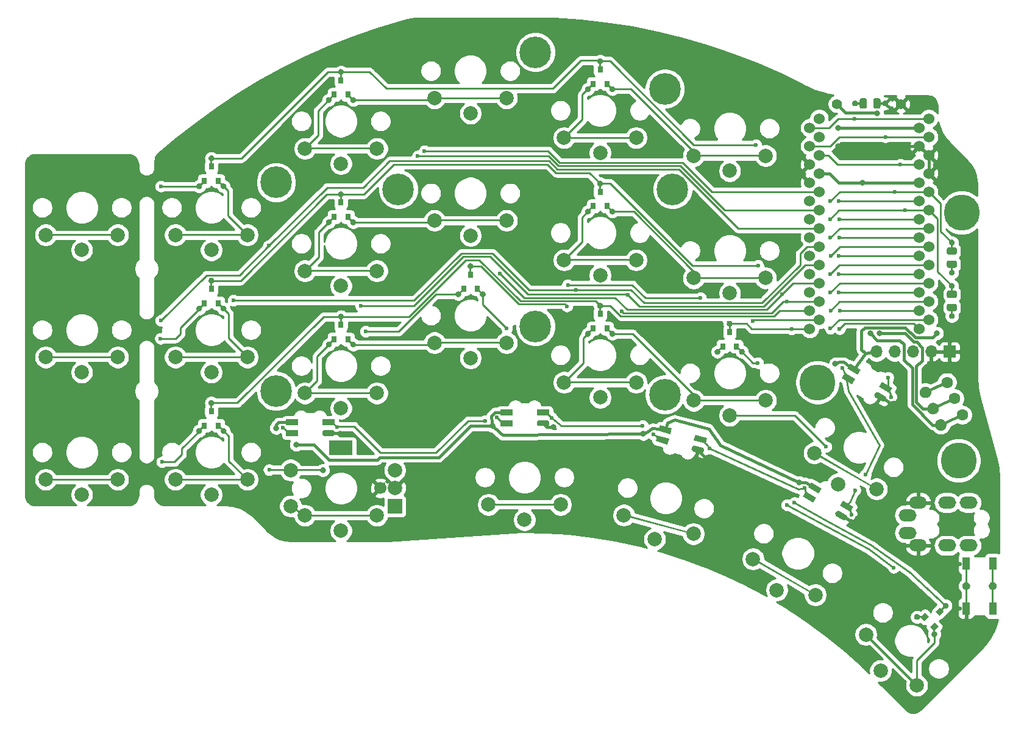
<source format=gbr>
%TF.GenerationSoftware,KiCad,Pcbnew,(5.1.10-1-10_14)*%
%TF.CreationDate,2021-11-02T17:36:35-07:00*%
%TF.ProjectId,hillside,68696c6c-7369-4646-952e-6b696361645f,0.1.0*%
%TF.SameCoordinates,Original*%
%TF.FileFunction,Copper,L2,Bot*%
%TF.FilePolarity,Positive*%
%FSLAX46Y46*%
G04 Gerber Fmt 4.6, Leading zero omitted, Abs format (unit mm)*
G04 Created by KiCad (PCBNEW (5.1.10-1-10_14)) date 2021-11-02 17:36:35*
%MOMM*%
%LPD*%
G01*
G04 APERTURE LIST*
%TA.AperFunction,ComponentPad*%
%ADD10C,4.400000*%
%TD*%
%TA.AperFunction,ComponentPad*%
%ADD11R,1.700000X1.700000*%
%TD*%
%TA.AperFunction,ComponentPad*%
%ADD12O,1.700000X1.700000*%
%TD*%
%TA.AperFunction,ComponentPad*%
%ADD13C,5.000000*%
%TD*%
%TA.AperFunction,ComponentPad*%
%ADD14C,0.100000*%
%TD*%
%TA.AperFunction,ComponentPad*%
%ADD15C,1.397000*%
%TD*%
%TA.AperFunction,ComponentPad*%
%ADD16C,1.524000*%
%TD*%
%TA.AperFunction,SMDPad,CuDef*%
%ADD17R,1.100000X1.800000*%
%TD*%
%TA.AperFunction,ComponentPad*%
%ADD18C,0.800000*%
%TD*%
%TA.AperFunction,ComponentPad*%
%ADD19C,1.600000*%
%TD*%
%TA.AperFunction,ConnectorPad*%
%ADD20C,0.100000*%
%TD*%
%TA.AperFunction,ComponentPad*%
%ADD21C,2.000000*%
%TD*%
%TA.AperFunction,SMDPad,CuDef*%
%ADD22C,0.100000*%
%TD*%
%TA.AperFunction,SMDPad,CuDef*%
%ADD23R,0.800000X0.900000*%
%TD*%
%TA.AperFunction,SMDPad,CuDef*%
%ADD24R,1.700000X0.820000*%
%TD*%
%TA.AperFunction,ComponentPad*%
%ADD25O,2.500000X1.700000*%
%TD*%
%TA.AperFunction,WasherPad*%
%ADD26R,3.200000X2.000000*%
%TD*%
%TA.AperFunction,ComponentPad*%
%ADD27R,2.000000X2.000000*%
%TD*%
%TA.AperFunction,ComponentPad*%
%ADD28C,1.700000*%
%TD*%
%TA.AperFunction,ViaPad*%
%ADD29C,0.600000*%
%TD*%
%TA.AperFunction,ViaPad*%
%ADD30C,0.800000*%
%TD*%
%TA.AperFunction,Conductor*%
%ADD31C,0.254000*%
%TD*%
%TA.AperFunction,Conductor*%
%ADD32C,0.381000*%
%TD*%
%TA.AperFunction,Conductor*%
%ADD33C,0.100000*%
%TD*%
G04 APERTURE END LIST*
D10*
%TO.P,H5,*%
%TO.N,*%
X127000000Y-110000000D03*
%TD*%
%TO.P,H9,*%
%TO.N,*%
X181000000Y-68000000D03*
%TD*%
%TO.P,H8,*%
%TO.N,*%
X181000000Y-110500000D03*
%TD*%
%TO.P,H4,*%
%TO.N,*%
X127000000Y-81000000D03*
%TD*%
%TO.P,H1,*%
%TO.N,*%
X163010000Y-62910000D03*
X182060000Y-81960000D03*
X163010000Y-101010000D03*
X143960000Y-81960000D03*
%TD*%
D11*
%TO.P,J1,1*%
%TO.N,GND*%
X220555000Y-104550000D03*
D12*
%TO.P,J1,2*%
X218015000Y-104550000D03*
%TO.P,J1,3*%
%TO.N,SCL*%
X215475000Y-104550000D03*
%TO.P,J1,4*%
%TO.N,SDA*%
X212935000Y-104550000D03*
%TO.P,J1,5*%
%TO.N,VCC_ACC*%
X210395000Y-104550000D03*
D13*
%TO.P,J1,*%
%TO.N,*%
X222225000Y-85200000D03*
%TD*%
%TA.AperFunction,ComponentPad*%
D14*
%TO.P,C1,2*%
%TO.N,GND*%
G36*
X211658692Y-69634329D02*
G01*
X211697192Y-69641987D01*
X211734756Y-69653382D01*
X211771022Y-69668404D01*
X211805641Y-69686909D01*
X211838280Y-69708717D01*
X211868624Y-69733620D01*
X211896380Y-69761376D01*
X211921283Y-69791720D01*
X211943091Y-69824359D01*
X211961596Y-69858978D01*
X211976618Y-69895244D01*
X211988013Y-69932808D01*
X211995671Y-69971308D01*
X211999518Y-70010373D01*
X211999518Y-70049627D01*
X211995671Y-70088692D01*
X211988013Y-70127192D01*
X211976618Y-70164756D01*
X211961596Y-70201022D01*
X211943091Y-70235641D01*
X211921283Y-70268280D01*
X211896380Y-70298624D01*
X211868624Y-70326380D01*
X211838280Y-70351283D01*
X211805641Y-70373091D01*
X211771022Y-70391596D01*
X211734756Y-70406618D01*
X211697192Y-70418013D01*
X211658692Y-70425671D01*
X211619627Y-70429518D01*
X211580373Y-70429518D01*
X211541308Y-70425671D01*
X211502808Y-70418013D01*
X211465244Y-70406618D01*
X211428978Y-70391596D01*
X211394359Y-70373091D01*
X211361720Y-70351283D01*
X211331376Y-70326380D01*
X211303620Y-70298624D01*
X211278717Y-70268280D01*
X211256909Y-70235641D01*
X211248816Y-70220500D01*
X210400000Y-70220500D01*
X210397340Y-70220481D01*
X210378765Y-70219313D01*
X210360393Y-70216337D01*
X210342399Y-70211583D01*
X210324954Y-70205095D01*
X210308226Y-70196936D01*
X210292374Y-70187184D01*
X210277549Y-70175931D01*
X210263893Y-70163286D01*
X210251536Y-70149368D01*
X210240596Y-70134311D01*
X210231178Y-70118258D01*
X210223371Y-70101363D01*
X210217251Y-70083786D01*
X210212874Y-70065696D01*
X210210284Y-70047266D01*
X210209505Y-70028670D01*
X210210544Y-70010087D01*
X210213391Y-69991695D01*
X210218019Y-69973668D01*
X210224385Y-69956178D01*
X210232427Y-69939394D01*
X210242068Y-69923474D01*
X210253217Y-69908571D01*
X210265767Y-69894827D01*
X210279598Y-69882373D01*
X210294579Y-69871329D01*
X210310566Y-69861798D01*
X210327406Y-69853874D01*
X210344939Y-69847631D01*
X210362998Y-69843128D01*
X210381410Y-69840409D01*
X210400000Y-69839500D01*
X211248816Y-69839500D01*
X211256909Y-69824359D01*
X211278717Y-69791720D01*
X211303620Y-69761376D01*
X211331376Y-69733620D01*
X211361720Y-69708717D01*
X211394359Y-69686909D01*
X211428978Y-69668404D01*
X211465244Y-69653382D01*
X211502808Y-69641987D01*
X211541308Y-69634329D01*
X211580373Y-69630482D01*
X211619627Y-69630482D01*
X211658692Y-69634329D01*
G37*
%TD.AperFunction*%
%TA.AperFunction,ComponentPad*%
%TO.P,C1,1*%
%TO.N,raw*%
G36*
X207458692Y-69634329D02*
G01*
X207497192Y-69641987D01*
X207534756Y-69653382D01*
X207571022Y-69668404D01*
X207605641Y-69686909D01*
X207638280Y-69708717D01*
X207668624Y-69733620D01*
X207696380Y-69761376D01*
X207721283Y-69791720D01*
X207743091Y-69824359D01*
X207751184Y-69839500D01*
X208587500Y-69839500D01*
X208590160Y-69839519D01*
X208608735Y-69840687D01*
X208627107Y-69843663D01*
X208645101Y-69848417D01*
X208662546Y-69854905D01*
X208679274Y-69863064D01*
X208695126Y-69872816D01*
X208709951Y-69884069D01*
X208723607Y-69896714D01*
X208735964Y-69910632D01*
X208746904Y-69925689D01*
X208756322Y-69941742D01*
X208764129Y-69958637D01*
X208770249Y-69976214D01*
X208774626Y-69994304D01*
X208777216Y-70012734D01*
X208777995Y-70031330D01*
X208776956Y-70049913D01*
X208774109Y-70068305D01*
X208769481Y-70086332D01*
X208763115Y-70103822D01*
X208755073Y-70120606D01*
X208745432Y-70136526D01*
X208734283Y-70151429D01*
X208721733Y-70165173D01*
X208707902Y-70177627D01*
X208692921Y-70188671D01*
X208676934Y-70198202D01*
X208660094Y-70206126D01*
X208642561Y-70212369D01*
X208624502Y-70216872D01*
X208606090Y-70219591D01*
X208587500Y-70220500D01*
X207751184Y-70220500D01*
X207743091Y-70235641D01*
X207721283Y-70268280D01*
X207696380Y-70298624D01*
X207668624Y-70326380D01*
X207638280Y-70351283D01*
X207605641Y-70373091D01*
X207571022Y-70391596D01*
X207534756Y-70406618D01*
X207497192Y-70418013D01*
X207458692Y-70425671D01*
X207419627Y-70429518D01*
X207380373Y-70429518D01*
X207341308Y-70425671D01*
X207302808Y-70418013D01*
X207265244Y-70406618D01*
X207228978Y-70391596D01*
X207194359Y-70373091D01*
X207161720Y-70351283D01*
X207131376Y-70326380D01*
X207103620Y-70298624D01*
X207078717Y-70268280D01*
X207056909Y-70235641D01*
X207038404Y-70201022D01*
X207023382Y-70164756D01*
X207011987Y-70127192D01*
X207004329Y-70088692D01*
X207000482Y-70049627D01*
X207000482Y-70010373D01*
X207004329Y-69971308D01*
X207011987Y-69932808D01*
X207023382Y-69895244D01*
X207038404Y-69858978D01*
X207056909Y-69824359D01*
X207078717Y-69791720D01*
X207103620Y-69761376D01*
X207131376Y-69733620D01*
X207161720Y-69708717D01*
X207194359Y-69686909D01*
X207228978Y-69668404D01*
X207265244Y-69653382D01*
X207302808Y-69641987D01*
X207341308Y-69634329D01*
X207380373Y-69630482D01*
X207419627Y-69630482D01*
X207458692Y-69634329D01*
G37*
%TD.AperFunction*%
%TO.P,C1,2*%
%TO.N,GND*%
%TA.AperFunction,SMDPad,CuDef*%
G36*
G01*
X209950000Y-70505000D02*
X209950000Y-69555000D01*
G75*
G02*
X210200000Y-69305000I250000J0D01*
G01*
X210700000Y-69305000D01*
G75*
G02*
X210950000Y-69555000I0J-250000D01*
G01*
X210950000Y-70505000D01*
G75*
G02*
X210700000Y-70755000I-250000J0D01*
G01*
X210200000Y-70755000D01*
G75*
G02*
X209950000Y-70505000I0J250000D01*
G01*
G37*
%TD.AperFunction*%
%TO.P,C1,1*%
%TO.N,raw*%
%TA.AperFunction,SMDPad,CuDef*%
G36*
G01*
X208050000Y-70505000D02*
X208050000Y-69555000D01*
G75*
G02*
X208300000Y-69305000I250000J0D01*
G01*
X208800000Y-69305000D01*
G75*
G02*
X209050000Y-69555000I0J-250000D01*
G01*
X209050000Y-70505000D01*
G75*
G02*
X208800000Y-70755000I-250000J0D01*
G01*
X208300000Y-70755000D01*
G75*
G02*
X208050000Y-70505000I0J250000D01*
G01*
G37*
%TD.AperFunction*%
%TD*%
D15*
%TO.P,J3,1*%
%TO.N,bat+*%
X204900000Y-70100000D03*
%TD*%
%TO.P,J4,1*%
%TO.N,GND*%
X213800000Y-70100000D03*
%TD*%
D16*
%TO.P,U1,24*%
%TO.N,raw*%
X202436400Y-72152000D03*
%TO.P,U1,23*%
%TO.N,GND*%
X202436400Y-74692000D03*
%TO.P,U1,22*%
%TO.N,reset*%
X202436400Y-77232000D03*
%TO.P,U1,21*%
%TO.N,VCC*%
X202436400Y-79772000D03*
%TO.P,U1,20*%
%TO.N,enc_b*%
X202436400Y-82312000D03*
%TO.P,U1,19*%
%TO.N,enc_a*%
X202436400Y-84852000D03*
%TO.P,U1,18*%
%TO.N,col0*%
X202436400Y-87392000D03*
%TO.P,U1,17*%
%TO.N,col1*%
X202436400Y-89932000D03*
%TO.P,U1,16*%
%TO.N,col2*%
X202436400Y-92472000D03*
%TO.P,U1,15*%
%TO.N,col3*%
X202436400Y-95012000D03*
%TO.P,U1,14*%
%TO.N,col4*%
X202436400Y-97552000D03*
%TO.P,U1,13*%
%TO.N,col5*%
X202436400Y-100092000D03*
%TO.P,U1,12*%
%TO.N,row3*%
X217656400Y-100092000D03*
%TO.P,U1,11*%
%TO.N,row2*%
X217656400Y-97552000D03*
%TO.P,U1,10*%
%TO.N,row1*%
X217656400Y-95012000D03*
%TO.P,U1,9*%
%TO.N,row0*%
X217656400Y-92472000D03*
%TO.P,U1,8*%
%TO.N,Net-(U1-Pad8)*%
X217656400Y-89932000D03*
%TO.P,U1,7*%
%TO.N,Net-(U1-Pad7)*%
X217656400Y-87392000D03*
%TO.P,U1,6*%
%TO.N,SCL*%
X217656400Y-84852000D03*
%TO.P,U1,5*%
%TO.N,SDA*%
X217656400Y-82312000D03*
%TO.P,U1,4*%
%TO.N,GND*%
X217656400Y-79772000D03*
%TO.P,U1,3*%
X217656400Y-77232000D03*
%TO.P,U1,2*%
%TO.N,data*%
X217656400Y-74692000D03*
%TO.P,U1,1*%
%TO.N,LED*%
X217656400Y-72152000D03*
X201110000Y-73422000D03*
%TO.P,U1,2*%
%TO.N,data*%
X201110000Y-75962000D03*
%TO.P,U1,3*%
%TO.N,GND*%
X201110000Y-78502000D03*
%TO.P,U1,4*%
X201110000Y-81042000D03*
%TO.P,U1,5*%
%TO.N,SDA*%
X201110000Y-83582000D03*
%TO.P,U1,6*%
%TO.N,SCL*%
X201110000Y-86122000D03*
%TO.P,U1,7*%
%TO.N,Net-(U1-Pad7)*%
X201110000Y-88662000D03*
%TO.P,U1,8*%
%TO.N,Net-(U1-Pad8)*%
X201110000Y-91202000D03*
%TO.P,U1,9*%
%TO.N,row0*%
X201110000Y-93742000D03*
%TO.P,U1,10*%
%TO.N,row1*%
X201110000Y-96282000D03*
%TO.P,U1,11*%
%TO.N,row2*%
X201110000Y-98822000D03*
%TO.P,U1,12*%
%TO.N,row3*%
X201110000Y-101362000D03*
%TO.P,U1,13*%
%TO.N,col5*%
X216350000Y-101362000D03*
%TO.P,U1,14*%
%TO.N,col4*%
X216350000Y-98822000D03*
%TO.P,U1,15*%
%TO.N,col3*%
X216350000Y-96282000D03*
%TO.P,U1,16*%
%TO.N,col2*%
X216350000Y-93742000D03*
%TO.P,U1,17*%
%TO.N,col1*%
X216350000Y-91202000D03*
%TO.P,U1,18*%
%TO.N,col0*%
X216350000Y-88662000D03*
%TO.P,U1,19*%
%TO.N,enc_a*%
X216350000Y-86122000D03*
%TO.P,U1,20*%
%TO.N,enc_b*%
X216350000Y-83582000D03*
%TO.P,U1,21*%
%TO.N,VCC*%
X216350000Y-81042000D03*
%TO.P,U1,22*%
%TO.N,reset*%
X216350000Y-78502000D03*
%TO.P,U1,23*%
%TO.N,GND*%
X216350000Y-75962000D03*
%TO.P,U1,24*%
%TO.N,raw*%
X216350000Y-73422000D03*
%TD*%
%TA.AperFunction,ComponentPad*%
D14*
%TO.P,SW1,1*%
%TO.N,reset*%
G36*
X227094047Y-137180702D02*
G01*
X227083517Y-137233639D01*
X227067849Y-137285289D01*
X227047194Y-137335155D01*
X227021751Y-137382757D01*
X226991764Y-137427635D01*
X226957523Y-137469357D01*
X226919357Y-137507523D01*
X226877635Y-137541764D01*
X226832757Y-137571751D01*
X226785155Y-137597194D01*
X226735289Y-137617849D01*
X226683639Y-137633517D01*
X226677000Y-137634838D01*
X226677000Y-140300000D01*
X226676988Y-140301773D01*
X226676209Y-140314157D01*
X226674225Y-140326405D01*
X226671055Y-140338401D01*
X226666730Y-140350031D01*
X226661291Y-140361183D01*
X226654789Y-140371751D01*
X226647288Y-140381634D01*
X226638857Y-140390738D01*
X226629579Y-140398976D01*
X226619541Y-140406269D01*
X226608839Y-140412548D01*
X226597575Y-140417752D01*
X226585857Y-140421833D01*
X226573797Y-140424750D01*
X226561510Y-140426477D01*
X226549113Y-140426997D01*
X226536725Y-140426304D01*
X226524463Y-140424406D01*
X226512445Y-140421320D01*
X226500786Y-140417077D01*
X226489596Y-140411715D01*
X226478983Y-140405288D01*
X226469047Y-140397855D01*
X226459885Y-140389489D01*
X226451582Y-140380268D01*
X226444219Y-140370281D01*
X226437866Y-140359623D01*
X226432583Y-140348396D01*
X226428420Y-140336707D01*
X226425419Y-140324668D01*
X226423606Y-140312393D01*
X226423000Y-140300000D01*
X226423000Y-137634838D01*
X226416361Y-137633517D01*
X226364711Y-137617849D01*
X226314845Y-137597194D01*
X226267243Y-137571751D01*
X226222365Y-137541764D01*
X226180643Y-137507523D01*
X226142477Y-137469357D01*
X226108236Y-137427635D01*
X226078249Y-137382757D01*
X226052806Y-137335155D01*
X226032151Y-137285289D01*
X226016483Y-137233639D01*
X226005953Y-137180702D01*
X226000662Y-137126987D01*
X226000662Y-137073013D01*
X226005953Y-137019298D01*
X226016483Y-136966361D01*
X226032151Y-136914711D01*
X226052806Y-136864845D01*
X226078249Y-136817243D01*
X226108236Y-136772365D01*
X226142477Y-136730643D01*
X226180643Y-136692477D01*
X226222365Y-136658236D01*
X226267243Y-136628249D01*
X226314845Y-136602806D01*
X226364711Y-136582151D01*
X226416361Y-136566483D01*
X226423000Y-136565162D01*
X226423000Y-133900000D01*
X226423012Y-133898227D01*
X226423791Y-133885843D01*
X226425775Y-133873595D01*
X226428945Y-133861599D01*
X226433270Y-133849969D01*
X226438709Y-133838817D01*
X226445211Y-133828249D01*
X226452712Y-133818366D01*
X226461143Y-133809262D01*
X226470421Y-133801024D01*
X226480459Y-133793731D01*
X226491161Y-133787452D01*
X226502425Y-133782248D01*
X226514143Y-133778167D01*
X226526203Y-133775250D01*
X226538490Y-133773523D01*
X226550887Y-133773003D01*
X226563275Y-133773696D01*
X226575537Y-133775594D01*
X226587555Y-133778680D01*
X226599214Y-133782923D01*
X226610404Y-133788285D01*
X226621017Y-133794712D01*
X226630953Y-133802145D01*
X226640115Y-133810511D01*
X226648418Y-133819732D01*
X226655781Y-133829719D01*
X226662134Y-133840377D01*
X226667417Y-133851604D01*
X226671580Y-133863293D01*
X226674581Y-133875332D01*
X226676394Y-133887607D01*
X226677000Y-133900000D01*
X226677000Y-136565162D01*
X226683639Y-136566483D01*
X226735289Y-136582151D01*
X226785155Y-136602806D01*
X226832757Y-136628249D01*
X226877635Y-136658236D01*
X226919357Y-136692477D01*
X226957523Y-136730643D01*
X226991764Y-136772365D01*
X227021751Y-136817243D01*
X227047194Y-136864845D01*
X227067849Y-136914711D01*
X227083517Y-136966361D01*
X227094047Y-137019298D01*
X227099338Y-137073013D01*
X227099338Y-137126987D01*
X227094047Y-137180702D01*
G37*
%TD.AperFunction*%
%TA.AperFunction,ComponentPad*%
%TO.P,SW1,2*%
%TO.N,GND*%
G36*
X223394047Y-137180702D02*
G01*
X223383517Y-137233639D01*
X223367849Y-137285289D01*
X223347194Y-137335155D01*
X223321751Y-137382757D01*
X223291764Y-137427635D01*
X223257523Y-137469357D01*
X223219357Y-137507523D01*
X223177635Y-137541764D01*
X223132757Y-137571751D01*
X223085155Y-137597194D01*
X223035289Y-137617849D01*
X222983639Y-137633517D01*
X222977000Y-137634838D01*
X222977000Y-140300000D01*
X222976988Y-140301773D01*
X222976209Y-140314157D01*
X222974225Y-140326405D01*
X222971055Y-140338401D01*
X222966730Y-140350031D01*
X222961291Y-140361183D01*
X222954789Y-140371751D01*
X222947288Y-140381634D01*
X222938857Y-140390738D01*
X222929579Y-140398976D01*
X222919541Y-140406269D01*
X222908839Y-140412548D01*
X222897575Y-140417752D01*
X222885857Y-140421833D01*
X222873797Y-140424750D01*
X222861510Y-140426477D01*
X222849113Y-140426997D01*
X222836725Y-140426304D01*
X222824463Y-140424406D01*
X222812445Y-140421320D01*
X222800786Y-140417077D01*
X222789596Y-140411715D01*
X222778983Y-140405288D01*
X222769047Y-140397855D01*
X222759885Y-140389489D01*
X222751582Y-140380268D01*
X222744219Y-140370281D01*
X222737866Y-140359623D01*
X222732583Y-140348396D01*
X222728420Y-140336707D01*
X222725419Y-140324668D01*
X222723606Y-140312393D01*
X222723000Y-140300000D01*
X222723000Y-137634838D01*
X222716361Y-137633517D01*
X222664711Y-137617849D01*
X222614845Y-137597194D01*
X222567243Y-137571751D01*
X222522365Y-137541764D01*
X222480643Y-137507523D01*
X222442477Y-137469357D01*
X222408236Y-137427635D01*
X222378249Y-137382757D01*
X222352806Y-137335155D01*
X222332151Y-137285289D01*
X222316483Y-137233639D01*
X222305953Y-137180702D01*
X222300662Y-137126987D01*
X222300662Y-137073013D01*
X222305953Y-137019298D01*
X222316483Y-136966361D01*
X222332151Y-136914711D01*
X222352806Y-136864845D01*
X222378249Y-136817243D01*
X222408236Y-136772365D01*
X222442477Y-136730643D01*
X222480643Y-136692477D01*
X222522365Y-136658236D01*
X222567243Y-136628249D01*
X222614845Y-136602806D01*
X222664711Y-136582151D01*
X222716361Y-136566483D01*
X222723000Y-136565162D01*
X222723000Y-133900000D01*
X222723012Y-133898227D01*
X222723791Y-133885843D01*
X222725775Y-133873595D01*
X222728945Y-133861599D01*
X222733270Y-133849969D01*
X222738709Y-133838817D01*
X222745211Y-133828249D01*
X222752712Y-133818366D01*
X222761143Y-133809262D01*
X222770421Y-133801024D01*
X222780459Y-133793731D01*
X222791161Y-133787452D01*
X222802425Y-133782248D01*
X222814143Y-133778167D01*
X222826203Y-133775250D01*
X222838490Y-133773523D01*
X222850887Y-133773003D01*
X222863275Y-133773696D01*
X222875537Y-133775594D01*
X222887555Y-133778680D01*
X222899214Y-133782923D01*
X222910404Y-133788285D01*
X222921017Y-133794712D01*
X222930953Y-133802145D01*
X222940115Y-133810511D01*
X222948418Y-133819732D01*
X222955781Y-133829719D01*
X222962134Y-133840377D01*
X222967417Y-133851604D01*
X222971580Y-133863293D01*
X222974581Y-133875332D01*
X222976394Y-133887607D01*
X222977000Y-133900000D01*
X222977000Y-136565162D01*
X222983639Y-136566483D01*
X223035289Y-136582151D01*
X223085155Y-136602806D01*
X223132757Y-136628249D01*
X223177635Y-136658236D01*
X223219357Y-136692477D01*
X223257523Y-136730643D01*
X223291764Y-136772365D01*
X223321751Y-136817243D01*
X223347194Y-136864845D01*
X223367849Y-136914711D01*
X223383517Y-136966361D01*
X223394047Y-137019298D01*
X223399338Y-137073013D01*
X223399338Y-137126987D01*
X223394047Y-137180702D01*
G37*
%TD.AperFunction*%
D17*
X222850000Y-140200000D03*
%TO.P,SW1,1*%
%TO.N,reset*%
X226550000Y-140200000D03*
X226550000Y-134000000D03*
%TO.P,SW1,2*%
%TO.N,GND*%
X222850000Y-134000000D03*
%TD*%
D18*
%TO.P,V22,1*%
%TO.N,GND*%
X170290000Y-107500000D03*
%TD*%
%TO.P,V21,1*%
%TO.N,GND*%
X132220000Y-103500000D03*
%TD*%
%TO.P,V20,1*%
%TO.N,GND*%
X186910000Y-113000000D03*
%TD*%
%TA.AperFunction,ComponentPad*%
D14*
%TO.P,SW2,1*%
%TO.N,Net-(SW2-Pad1)*%
G36*
X220368983Y-108724890D02*
G01*
X220374175Y-108742762D01*
X220377599Y-108761056D01*
X220379221Y-108779598D01*
X220379026Y-108798208D01*
X220377017Y-108816711D01*
X220373210Y-108834930D01*
X220367645Y-108852690D01*
X220360373Y-108869822D01*
X220351463Y-108886163D01*
X220341002Y-108901557D01*
X220329088Y-108915856D01*
X220315836Y-108928923D01*
X220301372Y-108940637D01*
X220285835Y-108950882D01*
X220269370Y-108959562D01*
X217982573Y-110025914D01*
X217983514Y-110029760D01*
X217994609Y-110107481D01*
X217998034Y-110185914D01*
X217993754Y-110264306D01*
X217981811Y-110341900D01*
X217962320Y-110417951D01*
X217935469Y-110491725D01*
X217901515Y-110562511D01*
X217860788Y-110629629D01*
X217813677Y-110692431D01*
X217760638Y-110750313D01*
X217702180Y-110802718D01*
X217638867Y-110849141D01*
X217571309Y-110889134D01*
X217500157Y-110922313D01*
X217426095Y-110948358D01*
X217349837Y-110967019D01*
X217272116Y-110978114D01*
X217193683Y-110981539D01*
X217115291Y-110977259D01*
X217037697Y-110965316D01*
X216961646Y-110945825D01*
X216887872Y-110918974D01*
X216817086Y-110885020D01*
X216749968Y-110844293D01*
X216687166Y-110797182D01*
X216629284Y-110744143D01*
X216576879Y-110685685D01*
X216530456Y-110622372D01*
X216490463Y-110554814D01*
X216457284Y-110483662D01*
X216431239Y-110409600D01*
X216412578Y-110333342D01*
X216401483Y-110255621D01*
X216398058Y-110177188D01*
X216402338Y-110098796D01*
X216414281Y-110021202D01*
X216433772Y-109945151D01*
X216460623Y-109871377D01*
X216494577Y-109800591D01*
X216535304Y-109733473D01*
X216582415Y-109670671D01*
X216635454Y-109612789D01*
X216693912Y-109560384D01*
X216757225Y-109513961D01*
X216824783Y-109473968D01*
X216895935Y-109440789D01*
X216969997Y-109414744D01*
X217046255Y-109396083D01*
X217123976Y-109384988D01*
X217202409Y-109381563D01*
X217280801Y-109385843D01*
X217358395Y-109397786D01*
X217434446Y-109417277D01*
X217508220Y-109444128D01*
X217579006Y-109478082D01*
X217646124Y-109518809D01*
X217708926Y-109565920D01*
X217766808Y-109618959D01*
X217819213Y-109677417D01*
X217821555Y-109680610D01*
X220108353Y-108614259D01*
X220110772Y-108613152D01*
X220128100Y-108606361D01*
X220146008Y-108601293D01*
X220164326Y-108597997D01*
X220182878Y-108596505D01*
X220201487Y-108596830D01*
X220219975Y-108598969D01*
X220238167Y-108602902D01*
X220255887Y-108608591D01*
X220272969Y-108615983D01*
X220289247Y-108625006D01*
X220304567Y-108635575D01*
X220318783Y-108647587D01*
X220331758Y-108660931D01*
X220343370Y-108675476D01*
X220353506Y-108691085D01*
X220362071Y-108707609D01*
X220368983Y-108724890D01*
G37*
%TD.AperFunction*%
%TA.AperFunction,ComponentPad*%
%TO.P,SW2,2*%
%TO.N,bat+*%
G36*
X221425529Y-110990659D02*
G01*
X221430721Y-111008531D01*
X221434145Y-111026825D01*
X221435767Y-111045367D01*
X221435572Y-111063977D01*
X221433563Y-111082480D01*
X221429756Y-111100699D01*
X221424191Y-111118459D01*
X221416919Y-111135591D01*
X221408009Y-111151932D01*
X221397548Y-111167326D01*
X221385634Y-111181625D01*
X221372382Y-111194692D01*
X221357918Y-111206406D01*
X221342381Y-111216651D01*
X221325916Y-111225331D01*
X219039119Y-112291683D01*
X219040060Y-112295529D01*
X219051155Y-112373250D01*
X219054580Y-112451683D01*
X219050300Y-112530075D01*
X219038357Y-112607669D01*
X219018866Y-112683720D01*
X218992015Y-112757494D01*
X218958061Y-112828280D01*
X218917334Y-112895398D01*
X218870223Y-112958200D01*
X218817184Y-113016082D01*
X218758726Y-113068487D01*
X218695413Y-113114910D01*
X218627855Y-113154903D01*
X218556703Y-113188082D01*
X218482641Y-113214127D01*
X218406383Y-113232788D01*
X218328662Y-113243883D01*
X218250229Y-113247308D01*
X218171837Y-113243028D01*
X218094243Y-113231085D01*
X218018192Y-113211594D01*
X217944418Y-113184743D01*
X217873632Y-113150789D01*
X217806514Y-113110062D01*
X217743712Y-113062951D01*
X217685830Y-113009912D01*
X217633425Y-112951454D01*
X217587002Y-112888141D01*
X217547009Y-112820583D01*
X217513830Y-112749431D01*
X217487785Y-112675369D01*
X217469124Y-112599111D01*
X217458029Y-112521390D01*
X217454604Y-112442957D01*
X217458884Y-112364565D01*
X217470827Y-112286971D01*
X217490318Y-112210920D01*
X217517169Y-112137146D01*
X217551123Y-112066360D01*
X217591850Y-111999242D01*
X217638961Y-111936440D01*
X217692000Y-111878558D01*
X217750458Y-111826153D01*
X217813771Y-111779730D01*
X217881329Y-111739737D01*
X217952481Y-111706558D01*
X218026543Y-111680513D01*
X218102801Y-111661852D01*
X218180522Y-111650757D01*
X218258955Y-111647332D01*
X218337347Y-111651612D01*
X218414941Y-111663555D01*
X218490992Y-111683046D01*
X218564766Y-111709897D01*
X218635552Y-111743851D01*
X218702670Y-111784578D01*
X218765472Y-111831689D01*
X218823354Y-111884728D01*
X218875759Y-111943186D01*
X218878101Y-111946379D01*
X221164899Y-110880028D01*
X221167318Y-110878921D01*
X221184646Y-110872130D01*
X221202554Y-110867062D01*
X221220872Y-110863766D01*
X221239424Y-110862274D01*
X221258033Y-110862599D01*
X221276521Y-110864738D01*
X221294713Y-110868671D01*
X221312433Y-110874360D01*
X221329515Y-110881752D01*
X221345793Y-110890775D01*
X221361113Y-110901344D01*
X221375329Y-110913356D01*
X221388304Y-110926700D01*
X221399916Y-110941245D01*
X221410052Y-110956854D01*
X221418617Y-110973378D01*
X221425529Y-110990659D01*
G37*
%TD.AperFunction*%
%TA.AperFunction,ComponentPad*%
%TO.P,SW2,3*%
%TO.N,raw*%
G36*
X222482075Y-113256429D02*
G01*
X222487267Y-113274301D01*
X222490691Y-113292595D01*
X222492313Y-113311137D01*
X222492118Y-113329747D01*
X222490109Y-113348250D01*
X222486302Y-113366469D01*
X222480737Y-113384229D01*
X222473465Y-113401361D01*
X222464555Y-113417702D01*
X222454094Y-113433096D01*
X222442180Y-113447395D01*
X222428928Y-113460462D01*
X222414464Y-113472176D01*
X222398927Y-113482421D01*
X222382462Y-113491101D01*
X220095665Y-114557453D01*
X220096606Y-114561299D01*
X220107701Y-114639020D01*
X220111126Y-114717453D01*
X220106846Y-114795845D01*
X220094903Y-114873439D01*
X220075412Y-114949490D01*
X220048561Y-115023264D01*
X220014607Y-115094050D01*
X219973880Y-115161168D01*
X219926769Y-115223970D01*
X219873730Y-115281852D01*
X219815272Y-115334257D01*
X219751959Y-115380680D01*
X219684401Y-115420673D01*
X219613249Y-115453852D01*
X219539187Y-115479897D01*
X219462929Y-115498558D01*
X219385208Y-115509653D01*
X219306775Y-115513078D01*
X219228383Y-115508798D01*
X219150789Y-115496855D01*
X219074738Y-115477364D01*
X219000964Y-115450513D01*
X218930178Y-115416559D01*
X218863060Y-115375832D01*
X218800258Y-115328721D01*
X218742376Y-115275682D01*
X218689971Y-115217224D01*
X218643548Y-115153911D01*
X218603555Y-115086353D01*
X218570376Y-115015201D01*
X218544331Y-114941139D01*
X218525670Y-114864881D01*
X218514575Y-114787160D01*
X218511150Y-114708727D01*
X218515430Y-114630335D01*
X218527373Y-114552741D01*
X218546864Y-114476690D01*
X218573715Y-114402916D01*
X218607669Y-114332130D01*
X218648396Y-114265012D01*
X218695507Y-114202210D01*
X218748546Y-114144328D01*
X218807004Y-114091923D01*
X218870317Y-114045500D01*
X218937875Y-114005507D01*
X219009027Y-113972328D01*
X219083089Y-113946283D01*
X219159347Y-113927622D01*
X219237068Y-113916527D01*
X219315501Y-113913102D01*
X219393893Y-113917382D01*
X219471487Y-113929325D01*
X219547538Y-113948816D01*
X219621312Y-113975667D01*
X219692098Y-114009621D01*
X219759216Y-114050348D01*
X219822018Y-114097459D01*
X219879900Y-114150498D01*
X219932305Y-114208956D01*
X219934647Y-114212149D01*
X222221445Y-113145798D01*
X222223864Y-113144691D01*
X222241192Y-113137900D01*
X222259100Y-113132832D01*
X222277418Y-113129536D01*
X222295970Y-113128044D01*
X222314579Y-113128369D01*
X222333067Y-113130508D01*
X222351259Y-113134441D01*
X222368979Y-113140130D01*
X222386061Y-113147522D01*
X222402339Y-113156545D01*
X222417659Y-113167114D01*
X222431875Y-113179126D01*
X222444850Y-113192470D01*
X222456462Y-113207015D01*
X222466598Y-113222624D01*
X222475163Y-113239148D01*
X222482075Y-113256429D01*
G37*
%TD.AperFunction*%
D19*
X222301954Y-113318449D03*
%TO.P,SW2,1*%
%TO.N,Net-(SW2-Pad1)*%
X220188862Y-108786910D03*
%TO.P,SW2,2*%
%TO.N,bat+*%
X221245408Y-111052680D03*
%TD*%
D18*
%TO.P,V19,1*%
%TO.N,GND*%
X140990000Y-95840000D03*
%TD*%
%TO.P,V18,1*%
%TO.N,GND*%
X193590000Y-96330000D03*
%TD*%
%TO.P,V17,1*%
%TO.N,GND*%
X195220000Y-103000000D03*
%TD*%
%TO.P,V16,1*%
%TO.N,GND*%
X108140000Y-101450000D03*
%TD*%
%TO.P,V15,1*%
%TO.N,GND*%
X102690000Y-124140000D03*
%TD*%
%TO.P,V14,1*%
%TO.N,GND*%
X185020000Y-86610000D03*
%TD*%
%TO.P,V13,1*%
%TO.N,GND*%
X129490000Y-95500000D03*
%TD*%
%TO.P,V12,1*%
%TO.N,GND*%
X164180000Y-90290000D03*
%TD*%
%TO.P,V11,1*%
%TO.N,GND*%
X182480000Y-94990000D03*
%TD*%
%TO.P,V10,1*%
%TO.N,GND*%
X146140000Y-101220000D03*
%TD*%
%TO.P,V7,1*%
%TO.N,GND*%
X146390000Y-92320000D03*
%TD*%
%TO.P,V1,1*%
%TO.N,GND*%
X180070000Y-74530000D03*
%TD*%
%TO.P,V9,1*%
%TO.N,GND*%
X181620000Y-103340000D03*
%TD*%
%TO.P,V8,1*%
%TO.N,GND*%
X146030000Y-105470000D03*
%TD*%
%TO.P,V6,1*%
%TO.N,GND*%
X126200000Y-124060000D03*
%TD*%
%TO.P,V5,1*%
%TO.N,GND*%
X169900000Y-117870000D03*
%TD*%
%TO.P,V4,1*%
%TO.N,GND*%
X208200000Y-136550000D03*
%TD*%
%TO.P,V3,1*%
%TO.N,GND*%
X223280000Y-93480000D03*
%TD*%
%TO.P,V2,1*%
%TO.N,GND*%
X201120000Y-104090000D03*
%TD*%
%TA.AperFunction,ConnectorPad*%
D20*
%TO.P,K24,2*%
%TO.N,Net-(D18-Pad2)*%
G36*
X215627433Y-151181852D02*
G01*
X215602898Y-151145134D01*
X215582081Y-151106188D01*
X215565181Y-151065388D01*
X215552362Y-151023129D01*
X215543747Y-150979816D01*
X215539418Y-150935868D01*
X215539418Y-150891708D01*
X215543747Y-150847760D01*
X215552362Y-150804447D01*
X215565181Y-150762188D01*
X215582081Y-150721388D01*
X215594199Y-150698717D01*
X208828006Y-143932523D01*
X208826760Y-143931261D01*
X208818554Y-143921953D01*
X208811297Y-143911889D01*
X208805056Y-143901165D01*
X208799890Y-143889884D01*
X208795851Y-143878152D01*
X208792976Y-143866082D01*
X208791291Y-143853789D01*
X208790815Y-143841390D01*
X208791551Y-143829004D01*
X208793492Y-143816750D01*
X208796619Y-143804742D01*
X208800904Y-143793098D01*
X208806305Y-143781926D01*
X208812770Y-143771336D01*
X208820237Y-143761426D01*
X208828635Y-143752293D01*
X208837885Y-143744023D01*
X208847897Y-143736694D01*
X208858577Y-143730379D01*
X208869822Y-143725135D01*
X208881526Y-143721014D01*
X208893575Y-143718054D01*
X208905857Y-143716284D01*
X208918251Y-143715721D01*
X208930642Y-143716370D01*
X208942910Y-143718226D01*
X208954939Y-143721270D01*
X208966613Y-143725473D01*
X208977822Y-143730794D01*
X208988457Y-143737185D01*
X208998419Y-143744583D01*
X209007611Y-143752918D01*
X215773805Y-150519111D01*
X215796476Y-150506993D01*
X215837276Y-150490093D01*
X215879535Y-150477274D01*
X215922848Y-150468659D01*
X215966796Y-150464330D01*
X216010956Y-150464330D01*
X216054904Y-150468659D01*
X216098217Y-150477274D01*
X216140476Y-150490093D01*
X216181276Y-150506993D01*
X216220222Y-150527810D01*
X216256940Y-150552345D01*
X216291078Y-150580360D01*
X216322304Y-150611586D01*
X216350319Y-150645724D01*
X216374854Y-150682442D01*
X216395671Y-150721388D01*
X216412571Y-150762188D01*
X216425390Y-150804447D01*
X216434005Y-150847760D01*
X216438334Y-150891708D01*
X216438334Y-150935868D01*
X216434005Y-150979816D01*
X216425390Y-151023129D01*
X216412571Y-151065388D01*
X216395671Y-151106188D01*
X216374854Y-151145134D01*
X216350319Y-151181852D01*
X216322304Y-151215990D01*
X216291078Y-151247216D01*
X216256940Y-151275231D01*
X216220222Y-151299766D01*
X216181276Y-151320583D01*
X216140476Y-151337483D01*
X216098217Y-151350302D01*
X216054904Y-151358917D01*
X216010956Y-151363246D01*
X215966796Y-151363246D01*
X215922848Y-151358917D01*
X215879535Y-151350302D01*
X215837276Y-151337483D01*
X215796476Y-151320583D01*
X215757530Y-151299766D01*
X215720812Y-151275231D01*
X215686674Y-151247216D01*
X215655448Y-151215990D01*
X215627433Y-151181852D01*
G37*
%TD.AperFunction*%
D21*
%TO.P,K24,1*%
%TO.N,col4*%
X210968418Y-148863178D03*
%TO.P,K24,2*%
%TO.N,Net-(D18-Pad2)*%
X208917808Y-143842720D03*
X215988876Y-150913788D03*
%TD*%
%TA.AperFunction,ConnectorPad*%
D20*
%TO.P,K19,2*%
%TO.N,Net-(D18-Pad1)*%
G36*
X210128657Y-123970864D02*
G01*
X210095455Y-123941747D01*
X210065267Y-123909516D01*
X210038383Y-123874480D01*
X210015063Y-123836979D01*
X209995531Y-123797371D01*
X209979975Y-123756041D01*
X209968546Y-123713386D01*
X209961353Y-123669815D01*
X209958464Y-123625748D01*
X209959909Y-123581611D01*
X209965673Y-123537827D01*
X209971511Y-123512792D01*
X201684650Y-118728370D01*
X201683120Y-118727473D01*
X201672785Y-118720607D01*
X201663170Y-118712765D01*
X201654366Y-118704021D01*
X201646457Y-118694461D01*
X201639518Y-118684174D01*
X201633617Y-118673259D01*
X201628809Y-118661822D01*
X201625140Y-118649968D01*
X201622645Y-118637814D01*
X201621348Y-118625475D01*
X201621261Y-118613067D01*
X201622386Y-118600710D01*
X201624711Y-118588522D01*
X201628215Y-118576619D01*
X201632863Y-118565114D01*
X201638611Y-118554118D01*
X201645405Y-118543737D01*
X201653180Y-118534066D01*
X201661861Y-118525201D01*
X201671365Y-118517226D01*
X201681604Y-118510216D01*
X201692476Y-118504238D01*
X201703882Y-118499350D01*
X201715708Y-118495599D01*
X201727845Y-118493019D01*
X201740175Y-118491635D01*
X201752582Y-118491463D01*
X201764946Y-118492501D01*
X201777151Y-118494740D01*
X201789077Y-118498161D01*
X201800614Y-118502728D01*
X201811650Y-118508400D01*
X210098511Y-123292821D01*
X210117273Y-123275248D01*
X210152309Y-123248364D01*
X210189810Y-123225044D01*
X210229418Y-123205512D01*
X210270748Y-123189956D01*
X210313403Y-123178527D01*
X210356974Y-123171334D01*
X210401041Y-123168445D01*
X210445178Y-123169890D01*
X210488962Y-123175654D01*
X210531969Y-123185682D01*
X210573786Y-123199877D01*
X210614011Y-123218103D01*
X210652255Y-123240183D01*
X210688151Y-123265906D01*
X210721353Y-123295023D01*
X210751541Y-123327254D01*
X210778425Y-123362290D01*
X210801745Y-123399791D01*
X210821277Y-123439399D01*
X210836833Y-123480729D01*
X210848262Y-123523384D01*
X210855455Y-123566955D01*
X210858344Y-123611022D01*
X210856899Y-123655159D01*
X210851135Y-123698943D01*
X210841107Y-123741950D01*
X210826912Y-123783767D01*
X210808686Y-123823992D01*
X210786606Y-123862236D01*
X210760883Y-123898132D01*
X210731766Y-123931334D01*
X210699535Y-123961522D01*
X210664499Y-123988406D01*
X210626998Y-124011726D01*
X210587390Y-124031258D01*
X210546060Y-124046814D01*
X210503405Y-124058243D01*
X210459834Y-124065436D01*
X210415767Y-124068325D01*
X210371630Y-124066880D01*
X210327846Y-124061116D01*
X210284839Y-124051088D01*
X210243022Y-124036893D01*
X210202797Y-124018667D01*
X210164553Y-123996587D01*
X210128657Y-123970864D01*
G37*
%TD.AperFunction*%
D21*
%TO.P,K19,1*%
%TO.N,col5*%
X205028277Y-122937038D03*
%TO.P,K19,2*%
%TO.N,Net-(D18-Pad1)*%
X201748150Y-118618385D03*
X210408404Y-123618385D03*
%TD*%
%TA.AperFunction,ConnectorPad*%
D20*
%TO.P,K23,2*%
%TO.N,Net-(D17-Pad2)*%
G36*
X201628657Y-138693296D02*
G01*
X201595455Y-138664179D01*
X201565267Y-138631948D01*
X201538383Y-138596912D01*
X201515063Y-138559411D01*
X201495531Y-138519803D01*
X201479975Y-138478473D01*
X201468546Y-138435818D01*
X201461353Y-138392247D01*
X201458464Y-138348180D01*
X201459909Y-138304043D01*
X201465673Y-138260259D01*
X201471511Y-138235224D01*
X193184650Y-133450802D01*
X193183120Y-133449905D01*
X193172785Y-133443039D01*
X193163170Y-133435197D01*
X193154366Y-133426453D01*
X193146457Y-133416893D01*
X193139518Y-133406606D01*
X193133617Y-133395691D01*
X193128809Y-133384254D01*
X193125140Y-133372400D01*
X193122645Y-133360246D01*
X193121348Y-133347907D01*
X193121261Y-133335499D01*
X193122386Y-133323142D01*
X193124711Y-133310954D01*
X193128215Y-133299051D01*
X193132863Y-133287546D01*
X193138611Y-133276550D01*
X193145405Y-133266169D01*
X193153180Y-133256498D01*
X193161861Y-133247633D01*
X193171365Y-133239658D01*
X193181604Y-133232648D01*
X193192476Y-133226670D01*
X193203882Y-133221782D01*
X193215708Y-133218031D01*
X193227845Y-133215451D01*
X193240175Y-133214067D01*
X193252582Y-133213895D01*
X193264946Y-133214933D01*
X193277151Y-133217172D01*
X193289077Y-133220593D01*
X193300614Y-133225160D01*
X193311650Y-133230832D01*
X201598511Y-138015253D01*
X201617273Y-137997680D01*
X201652309Y-137970796D01*
X201689810Y-137947476D01*
X201729418Y-137927944D01*
X201770748Y-137912388D01*
X201813403Y-137900959D01*
X201856974Y-137893766D01*
X201901041Y-137890877D01*
X201945178Y-137892322D01*
X201988962Y-137898086D01*
X202031969Y-137908114D01*
X202073786Y-137922309D01*
X202114011Y-137940535D01*
X202152255Y-137962615D01*
X202188151Y-137988338D01*
X202221353Y-138017455D01*
X202251541Y-138049686D01*
X202278425Y-138084722D01*
X202301745Y-138122223D01*
X202321277Y-138161831D01*
X202336833Y-138203161D01*
X202348262Y-138245816D01*
X202355455Y-138289387D01*
X202358344Y-138333454D01*
X202356899Y-138377591D01*
X202351135Y-138421375D01*
X202341107Y-138464382D01*
X202326912Y-138506199D01*
X202308686Y-138546424D01*
X202286606Y-138584668D01*
X202260883Y-138620564D01*
X202231766Y-138653766D01*
X202199535Y-138683954D01*
X202164499Y-138710838D01*
X202126998Y-138734158D01*
X202087390Y-138753690D01*
X202046060Y-138769246D01*
X202003405Y-138780675D01*
X201959834Y-138787868D01*
X201915767Y-138790757D01*
X201871630Y-138789312D01*
X201827846Y-138783548D01*
X201784839Y-138773520D01*
X201743022Y-138759325D01*
X201702797Y-138741099D01*
X201664553Y-138719019D01*
X201628657Y-138693296D01*
G37*
%TD.AperFunction*%
D21*
%TO.P,K23,1*%
%TO.N,col3*%
X196528277Y-137659470D03*
%TO.P,K23,2*%
%TO.N,Net-(D17-Pad2)*%
X193248150Y-133340817D03*
X201908404Y-138340817D03*
%TD*%
%TA.AperFunction,ConnectorPad*%
D20*
%TO.P,K22,2*%
%TO.N,Net-(D17-Pad1)*%
G36*
X184777131Y-130264151D02*
G01*
X184737525Y-130244620D01*
X184700023Y-130221300D01*
X184664988Y-130194416D01*
X184632756Y-130164228D01*
X184603639Y-130131026D01*
X184577916Y-130095130D01*
X184555836Y-130056886D01*
X184537611Y-130016662D01*
X184523415Y-129974844D01*
X184513387Y-129931837D01*
X184507623Y-129888053D01*
X184506782Y-129862360D01*
X175263990Y-127385761D01*
X175262280Y-127385291D01*
X175250520Y-127381333D01*
X175239203Y-127376247D01*
X175228436Y-127370080D01*
X175218322Y-127362892D01*
X175208957Y-127354752D01*
X175200432Y-127345736D01*
X175192827Y-127335933D01*
X175186216Y-127325433D01*
X175180660Y-127314339D01*
X175176213Y-127302756D01*
X175172918Y-127290793D01*
X175170807Y-127278566D01*
X175169898Y-127266191D01*
X175170201Y-127253787D01*
X175171713Y-127241472D01*
X175174420Y-127229363D01*
X175178295Y-127217576D01*
X175183302Y-127206223D01*
X175189394Y-127195413D01*
X175196510Y-127185250D01*
X175204585Y-127175829D01*
X175213540Y-127167241D01*
X175223291Y-127159567D01*
X175233743Y-127152883D01*
X175244799Y-127147249D01*
X175256352Y-127142722D01*
X175268291Y-127139344D01*
X175280503Y-127137147D01*
X175292871Y-127136151D01*
X175305276Y-127136368D01*
X175317602Y-127137794D01*
X175329730Y-127140416D01*
X184572522Y-129617015D01*
X184586097Y-129595184D01*
X184612981Y-129560149D01*
X184643169Y-129527917D01*
X184676371Y-129498800D01*
X184712267Y-129473077D01*
X184750511Y-129450997D01*
X184790735Y-129432772D01*
X184832553Y-129418576D01*
X184875560Y-129408548D01*
X184919344Y-129402784D01*
X184963481Y-129401339D01*
X185007547Y-129404228D01*
X185051119Y-129411421D01*
X185093774Y-129422851D01*
X185135105Y-129438407D01*
X185174711Y-129457938D01*
X185212213Y-129481258D01*
X185247248Y-129508142D01*
X185279480Y-129538330D01*
X185308597Y-129571532D01*
X185334320Y-129607428D01*
X185356400Y-129645672D01*
X185374625Y-129685896D01*
X185388821Y-129727714D01*
X185398849Y-129770721D01*
X185404613Y-129814505D01*
X185406058Y-129858642D01*
X185403169Y-129902708D01*
X185395976Y-129946280D01*
X185384546Y-129988935D01*
X185368990Y-130030266D01*
X185349459Y-130069872D01*
X185326139Y-130107374D01*
X185299255Y-130142409D01*
X185269067Y-130174641D01*
X185235865Y-130203758D01*
X185199969Y-130229481D01*
X185161725Y-130251561D01*
X185121501Y-130269786D01*
X185079683Y-130283982D01*
X185036676Y-130294010D01*
X184992892Y-130299774D01*
X184948755Y-130301219D01*
X184904689Y-130298330D01*
X184861117Y-130291137D01*
X184818462Y-130279707D01*
X184777131Y-130264151D01*
G37*
%TD.AperFunction*%
D21*
%TO.P,K22,1*%
%TO.N,col2*%
X179582969Y-130585628D03*
%TO.P,K22,2*%
%TO.N,Net-(D17-Pad1)*%
X175296859Y-127263089D03*
X184956118Y-129851279D03*
%TD*%
%TA.AperFunction,ConnectorPad*%
D20*
%TO.P,K21,2*%
%TO.N,Net-(D16-Pad2)*%
G36*
X166433971Y-126245129D02*
G01*
X166390659Y-126236514D01*
X166348400Y-126223695D01*
X166307600Y-126206795D01*
X166268654Y-126185978D01*
X166231935Y-126161443D01*
X166197798Y-126133428D01*
X166166572Y-126102202D01*
X166138557Y-126068065D01*
X166114022Y-126031346D01*
X166093205Y-125992400D01*
X166076305Y-125951600D01*
X166068843Y-125927000D01*
X156500000Y-125927000D01*
X156498227Y-125926988D01*
X156485843Y-125926209D01*
X156473595Y-125924225D01*
X156461599Y-125921055D01*
X156449969Y-125916730D01*
X156438817Y-125911291D01*
X156428249Y-125904789D01*
X156418366Y-125897288D01*
X156409262Y-125888857D01*
X156401024Y-125879579D01*
X156393731Y-125869541D01*
X156387452Y-125858839D01*
X156382248Y-125847575D01*
X156378167Y-125835857D01*
X156375250Y-125823797D01*
X156373523Y-125811510D01*
X156373003Y-125799113D01*
X156373696Y-125786725D01*
X156375594Y-125774463D01*
X156378680Y-125762445D01*
X156382923Y-125750786D01*
X156388285Y-125739596D01*
X156394712Y-125728983D01*
X156402145Y-125719047D01*
X156410511Y-125709885D01*
X156419732Y-125701582D01*
X156429719Y-125694219D01*
X156440377Y-125687866D01*
X156451604Y-125682583D01*
X156463293Y-125678420D01*
X156475332Y-125675419D01*
X156487607Y-125673606D01*
X156500000Y-125673000D01*
X166068843Y-125673000D01*
X166076305Y-125648400D01*
X166093205Y-125607600D01*
X166114022Y-125568654D01*
X166138557Y-125531935D01*
X166166572Y-125497798D01*
X166197798Y-125466572D01*
X166231935Y-125438557D01*
X166268654Y-125414022D01*
X166307600Y-125393205D01*
X166348400Y-125376305D01*
X166390659Y-125363486D01*
X166433971Y-125354871D01*
X166477920Y-125350542D01*
X166522080Y-125350542D01*
X166566029Y-125354871D01*
X166609341Y-125363486D01*
X166651600Y-125376305D01*
X166692400Y-125393205D01*
X166731346Y-125414022D01*
X166768065Y-125438557D01*
X166802202Y-125466572D01*
X166833428Y-125497798D01*
X166861443Y-125531935D01*
X166885978Y-125568654D01*
X166906795Y-125607600D01*
X166923695Y-125648400D01*
X166936514Y-125690659D01*
X166945129Y-125733971D01*
X166949458Y-125777920D01*
X166949458Y-125822080D01*
X166945129Y-125866029D01*
X166936514Y-125909341D01*
X166923695Y-125951600D01*
X166906795Y-125992400D01*
X166885978Y-126031346D01*
X166861443Y-126068065D01*
X166833428Y-126102202D01*
X166802202Y-126133428D01*
X166768065Y-126161443D01*
X166731346Y-126185978D01*
X166692400Y-126206795D01*
X166651600Y-126223695D01*
X166609341Y-126236514D01*
X166566029Y-126245129D01*
X166522080Y-126249458D01*
X166477920Y-126249458D01*
X166433971Y-126245129D01*
G37*
%TD.AperFunction*%
D21*
%TO.P,K21,1*%
%TO.N,col1*%
X161500000Y-127900000D03*
%TO.P,K21,2*%
%TO.N,Net-(D16-Pad2)*%
X156500000Y-125800000D03*
X166500000Y-125800000D03*
%TD*%
%TA.AperFunction,ConnectorPad*%
D20*
%TO.P,K18,2*%
%TO.N,Net-(D15-Pad2)*%
G36*
X194933971Y-111745129D02*
G01*
X194890659Y-111736514D01*
X194848400Y-111723695D01*
X194807600Y-111706795D01*
X194768654Y-111685978D01*
X194731935Y-111661443D01*
X194697798Y-111633428D01*
X194666572Y-111602202D01*
X194638557Y-111568065D01*
X194614022Y-111531346D01*
X194593205Y-111492400D01*
X194576305Y-111451600D01*
X194568843Y-111427000D01*
X185000000Y-111427000D01*
X184998227Y-111426988D01*
X184985843Y-111426209D01*
X184973595Y-111424225D01*
X184961599Y-111421055D01*
X184949969Y-111416730D01*
X184938817Y-111411291D01*
X184928249Y-111404789D01*
X184918366Y-111397288D01*
X184909262Y-111388857D01*
X184901024Y-111379579D01*
X184893731Y-111369541D01*
X184887452Y-111358839D01*
X184882248Y-111347575D01*
X184878167Y-111335857D01*
X184875250Y-111323797D01*
X184873523Y-111311510D01*
X184873003Y-111299113D01*
X184873696Y-111286725D01*
X184875594Y-111274463D01*
X184878680Y-111262445D01*
X184882923Y-111250786D01*
X184888285Y-111239596D01*
X184894712Y-111228983D01*
X184902145Y-111219047D01*
X184910511Y-111209885D01*
X184919732Y-111201582D01*
X184929719Y-111194219D01*
X184940377Y-111187866D01*
X184951604Y-111182583D01*
X184963293Y-111178420D01*
X184975332Y-111175419D01*
X184987607Y-111173606D01*
X185000000Y-111173000D01*
X194568843Y-111173000D01*
X194576305Y-111148400D01*
X194593205Y-111107600D01*
X194614022Y-111068654D01*
X194638557Y-111031935D01*
X194666572Y-110997798D01*
X194697798Y-110966572D01*
X194731935Y-110938557D01*
X194768654Y-110914022D01*
X194807600Y-110893205D01*
X194848400Y-110876305D01*
X194890659Y-110863486D01*
X194933971Y-110854871D01*
X194977920Y-110850542D01*
X195022080Y-110850542D01*
X195066029Y-110854871D01*
X195109341Y-110863486D01*
X195151600Y-110876305D01*
X195192400Y-110893205D01*
X195231346Y-110914022D01*
X195268065Y-110938557D01*
X195302202Y-110966572D01*
X195333428Y-110997798D01*
X195361443Y-111031935D01*
X195385978Y-111068654D01*
X195406795Y-111107600D01*
X195423695Y-111148400D01*
X195436514Y-111190659D01*
X195445129Y-111233971D01*
X195449458Y-111277920D01*
X195449458Y-111322080D01*
X195445129Y-111366029D01*
X195436514Y-111409341D01*
X195423695Y-111451600D01*
X195406795Y-111492400D01*
X195385978Y-111531346D01*
X195361443Y-111568065D01*
X195333428Y-111602202D01*
X195302202Y-111633428D01*
X195268065Y-111661443D01*
X195231346Y-111685978D01*
X195192400Y-111706795D01*
X195151600Y-111723695D01*
X195109341Y-111736514D01*
X195066029Y-111745129D01*
X195022080Y-111749458D01*
X194977920Y-111749458D01*
X194933971Y-111745129D01*
G37*
%TD.AperFunction*%
D21*
%TO.P,K18,1*%
%TO.N,col5*%
X190000000Y-113400000D03*
%TO.P,K18,2*%
%TO.N,Net-(D15-Pad2)*%
X185000000Y-111300000D03*
X195000000Y-111300000D03*
%TD*%
%TA.AperFunction,ConnectorPad*%
D20*
%TO.P,K17,2*%
%TO.N,Net-(D15-Pad1)*%
G36*
X176933971Y-109245129D02*
G01*
X176890659Y-109236514D01*
X176848400Y-109223695D01*
X176807600Y-109206795D01*
X176768654Y-109185978D01*
X176731935Y-109161443D01*
X176697798Y-109133428D01*
X176666572Y-109102202D01*
X176638557Y-109068065D01*
X176614022Y-109031346D01*
X176593205Y-108992400D01*
X176576305Y-108951600D01*
X176568843Y-108927000D01*
X167000000Y-108927000D01*
X166998227Y-108926988D01*
X166985843Y-108926209D01*
X166973595Y-108924225D01*
X166961599Y-108921055D01*
X166949969Y-108916730D01*
X166938817Y-108911291D01*
X166928249Y-108904789D01*
X166918366Y-108897288D01*
X166909262Y-108888857D01*
X166901024Y-108879579D01*
X166893731Y-108869541D01*
X166887452Y-108858839D01*
X166882248Y-108847575D01*
X166878167Y-108835857D01*
X166875250Y-108823797D01*
X166873523Y-108811510D01*
X166873003Y-108799113D01*
X166873696Y-108786725D01*
X166875594Y-108774463D01*
X166878680Y-108762445D01*
X166882923Y-108750786D01*
X166888285Y-108739596D01*
X166894712Y-108728983D01*
X166902145Y-108719047D01*
X166910511Y-108709885D01*
X166919732Y-108701582D01*
X166929719Y-108694219D01*
X166940377Y-108687866D01*
X166951604Y-108682583D01*
X166963293Y-108678420D01*
X166975332Y-108675419D01*
X166987607Y-108673606D01*
X167000000Y-108673000D01*
X176568843Y-108673000D01*
X176576305Y-108648400D01*
X176593205Y-108607600D01*
X176614022Y-108568654D01*
X176638557Y-108531935D01*
X176666572Y-108497798D01*
X176697798Y-108466572D01*
X176731935Y-108438557D01*
X176768654Y-108414022D01*
X176807600Y-108393205D01*
X176848400Y-108376305D01*
X176890659Y-108363486D01*
X176933971Y-108354871D01*
X176977920Y-108350542D01*
X177022080Y-108350542D01*
X177066029Y-108354871D01*
X177109341Y-108363486D01*
X177151600Y-108376305D01*
X177192400Y-108393205D01*
X177231346Y-108414022D01*
X177268065Y-108438557D01*
X177302202Y-108466572D01*
X177333428Y-108497798D01*
X177361443Y-108531935D01*
X177385978Y-108568654D01*
X177406795Y-108607600D01*
X177423695Y-108648400D01*
X177436514Y-108690659D01*
X177445129Y-108733971D01*
X177449458Y-108777920D01*
X177449458Y-108822080D01*
X177445129Y-108866029D01*
X177436514Y-108909341D01*
X177423695Y-108951600D01*
X177406795Y-108992400D01*
X177385978Y-109031346D01*
X177361443Y-109068065D01*
X177333428Y-109102202D01*
X177302202Y-109133428D01*
X177268065Y-109161443D01*
X177231346Y-109185978D01*
X177192400Y-109206795D01*
X177151600Y-109223695D01*
X177109341Y-109236514D01*
X177066029Y-109245129D01*
X177022080Y-109249458D01*
X176977920Y-109249458D01*
X176933971Y-109245129D01*
G37*
%TD.AperFunction*%
D21*
%TO.P,K17,1*%
%TO.N,col4*%
X172000000Y-110900000D03*
%TO.P,K17,2*%
%TO.N,Net-(D15-Pad1)*%
X167000000Y-108800000D03*
X177000000Y-108800000D03*
%TD*%
%TA.AperFunction,ConnectorPad*%
D20*
%TO.P,K12,2*%
%TO.N,Net-(D12-Pad2)*%
G36*
X194933971Y-94745129D02*
G01*
X194890659Y-94736514D01*
X194848400Y-94723695D01*
X194807600Y-94706795D01*
X194768654Y-94685978D01*
X194731935Y-94661443D01*
X194697798Y-94633428D01*
X194666572Y-94602202D01*
X194638557Y-94568065D01*
X194614022Y-94531346D01*
X194593205Y-94492400D01*
X194576305Y-94451600D01*
X194568843Y-94427000D01*
X185000000Y-94427000D01*
X184998227Y-94426988D01*
X184985843Y-94426209D01*
X184973595Y-94424225D01*
X184961599Y-94421055D01*
X184949969Y-94416730D01*
X184938817Y-94411291D01*
X184928249Y-94404789D01*
X184918366Y-94397288D01*
X184909262Y-94388857D01*
X184901024Y-94379579D01*
X184893731Y-94369541D01*
X184887452Y-94358839D01*
X184882248Y-94347575D01*
X184878167Y-94335857D01*
X184875250Y-94323797D01*
X184873523Y-94311510D01*
X184873003Y-94299113D01*
X184873696Y-94286725D01*
X184875594Y-94274463D01*
X184878680Y-94262445D01*
X184882923Y-94250786D01*
X184888285Y-94239596D01*
X184894712Y-94228983D01*
X184902145Y-94219047D01*
X184910511Y-94209885D01*
X184919732Y-94201582D01*
X184929719Y-94194219D01*
X184940377Y-94187866D01*
X184951604Y-94182583D01*
X184963293Y-94178420D01*
X184975332Y-94175419D01*
X184987607Y-94173606D01*
X185000000Y-94173000D01*
X194568843Y-94173000D01*
X194576305Y-94148400D01*
X194593205Y-94107600D01*
X194614022Y-94068654D01*
X194638557Y-94031935D01*
X194666572Y-93997798D01*
X194697798Y-93966572D01*
X194731935Y-93938557D01*
X194768654Y-93914022D01*
X194807600Y-93893205D01*
X194848400Y-93876305D01*
X194890659Y-93863486D01*
X194933971Y-93854871D01*
X194977920Y-93850542D01*
X195022080Y-93850542D01*
X195066029Y-93854871D01*
X195109341Y-93863486D01*
X195151600Y-93876305D01*
X195192400Y-93893205D01*
X195231346Y-93914022D01*
X195268065Y-93938557D01*
X195302202Y-93966572D01*
X195333428Y-93997798D01*
X195361443Y-94031935D01*
X195385978Y-94068654D01*
X195406795Y-94107600D01*
X195423695Y-94148400D01*
X195436514Y-94190659D01*
X195445129Y-94233971D01*
X195449458Y-94277920D01*
X195449458Y-94322080D01*
X195445129Y-94366029D01*
X195436514Y-94409341D01*
X195423695Y-94451600D01*
X195406795Y-94492400D01*
X195385978Y-94531346D01*
X195361443Y-94568065D01*
X195333428Y-94602202D01*
X195302202Y-94633428D01*
X195268065Y-94661443D01*
X195231346Y-94685978D01*
X195192400Y-94706795D01*
X195151600Y-94723695D01*
X195109341Y-94736514D01*
X195066029Y-94745129D01*
X195022080Y-94749458D01*
X194977920Y-94749458D01*
X194933971Y-94745129D01*
G37*
%TD.AperFunction*%
D21*
%TO.P,K12,1*%
%TO.N,col5*%
X190000000Y-96400000D03*
%TO.P,K12,2*%
%TO.N,Net-(D12-Pad2)*%
X185000000Y-94300000D03*
X195000000Y-94300000D03*
%TD*%
%TA.AperFunction,ConnectorPad*%
D20*
%TO.P,K11,2*%
%TO.N,Net-(D12-Pad1)*%
G36*
X176933971Y-92245129D02*
G01*
X176890659Y-92236514D01*
X176848400Y-92223695D01*
X176807600Y-92206795D01*
X176768654Y-92185978D01*
X176731935Y-92161443D01*
X176697798Y-92133428D01*
X176666572Y-92102202D01*
X176638557Y-92068065D01*
X176614022Y-92031346D01*
X176593205Y-91992400D01*
X176576305Y-91951600D01*
X176568843Y-91927000D01*
X167000000Y-91927000D01*
X166998227Y-91926988D01*
X166985843Y-91926209D01*
X166973595Y-91924225D01*
X166961599Y-91921055D01*
X166949969Y-91916730D01*
X166938817Y-91911291D01*
X166928249Y-91904789D01*
X166918366Y-91897288D01*
X166909262Y-91888857D01*
X166901024Y-91879579D01*
X166893731Y-91869541D01*
X166887452Y-91858839D01*
X166882248Y-91847575D01*
X166878167Y-91835857D01*
X166875250Y-91823797D01*
X166873523Y-91811510D01*
X166873003Y-91799113D01*
X166873696Y-91786725D01*
X166875594Y-91774463D01*
X166878680Y-91762445D01*
X166882923Y-91750786D01*
X166888285Y-91739596D01*
X166894712Y-91728983D01*
X166902145Y-91719047D01*
X166910511Y-91709885D01*
X166919732Y-91701582D01*
X166929719Y-91694219D01*
X166940377Y-91687866D01*
X166951604Y-91682583D01*
X166963293Y-91678420D01*
X166975332Y-91675419D01*
X166987607Y-91673606D01*
X167000000Y-91673000D01*
X176568843Y-91673000D01*
X176576305Y-91648400D01*
X176593205Y-91607600D01*
X176614022Y-91568654D01*
X176638557Y-91531935D01*
X176666572Y-91497798D01*
X176697798Y-91466572D01*
X176731935Y-91438557D01*
X176768654Y-91414022D01*
X176807600Y-91393205D01*
X176848400Y-91376305D01*
X176890659Y-91363486D01*
X176933971Y-91354871D01*
X176977920Y-91350542D01*
X177022080Y-91350542D01*
X177066029Y-91354871D01*
X177109341Y-91363486D01*
X177151600Y-91376305D01*
X177192400Y-91393205D01*
X177231346Y-91414022D01*
X177268065Y-91438557D01*
X177302202Y-91466572D01*
X177333428Y-91497798D01*
X177361443Y-91531935D01*
X177385978Y-91568654D01*
X177406795Y-91607600D01*
X177423695Y-91648400D01*
X177436514Y-91690659D01*
X177445129Y-91733971D01*
X177449458Y-91777920D01*
X177449458Y-91822080D01*
X177445129Y-91866029D01*
X177436514Y-91909341D01*
X177423695Y-91951600D01*
X177406795Y-91992400D01*
X177385978Y-92031346D01*
X177361443Y-92068065D01*
X177333428Y-92102202D01*
X177302202Y-92133428D01*
X177268065Y-92161443D01*
X177231346Y-92185978D01*
X177192400Y-92206795D01*
X177151600Y-92223695D01*
X177109341Y-92236514D01*
X177066029Y-92245129D01*
X177022080Y-92249458D01*
X176977920Y-92249458D01*
X176933971Y-92245129D01*
G37*
%TD.AperFunction*%
D21*
%TO.P,K11,1*%
%TO.N,col4*%
X172000000Y-93900000D03*
%TO.P,K11,2*%
%TO.N,Net-(D12-Pad1)*%
X167000000Y-91800000D03*
X177000000Y-91800000D03*
%TD*%
%TA.AperFunction,ConnectorPad*%
D20*
%TO.P,K6,2*%
%TO.N,Net-(D9-Pad2)*%
G36*
X194933971Y-77745129D02*
G01*
X194890659Y-77736514D01*
X194848400Y-77723695D01*
X194807600Y-77706795D01*
X194768654Y-77685978D01*
X194731935Y-77661443D01*
X194697798Y-77633428D01*
X194666572Y-77602202D01*
X194638557Y-77568065D01*
X194614022Y-77531346D01*
X194593205Y-77492400D01*
X194576305Y-77451600D01*
X194568843Y-77427000D01*
X185000000Y-77427000D01*
X184998227Y-77426988D01*
X184985843Y-77426209D01*
X184973595Y-77424225D01*
X184961599Y-77421055D01*
X184949969Y-77416730D01*
X184938817Y-77411291D01*
X184928249Y-77404789D01*
X184918366Y-77397288D01*
X184909262Y-77388857D01*
X184901024Y-77379579D01*
X184893731Y-77369541D01*
X184887452Y-77358839D01*
X184882248Y-77347575D01*
X184878167Y-77335857D01*
X184875250Y-77323797D01*
X184873523Y-77311510D01*
X184873003Y-77299113D01*
X184873696Y-77286725D01*
X184875594Y-77274463D01*
X184878680Y-77262445D01*
X184882923Y-77250786D01*
X184888285Y-77239596D01*
X184894712Y-77228983D01*
X184902145Y-77219047D01*
X184910511Y-77209885D01*
X184919732Y-77201582D01*
X184929719Y-77194219D01*
X184940377Y-77187866D01*
X184951604Y-77182583D01*
X184963293Y-77178420D01*
X184975332Y-77175419D01*
X184987607Y-77173606D01*
X185000000Y-77173000D01*
X194568843Y-77173000D01*
X194576305Y-77148400D01*
X194593205Y-77107600D01*
X194614022Y-77068654D01*
X194638557Y-77031935D01*
X194666572Y-76997798D01*
X194697798Y-76966572D01*
X194731935Y-76938557D01*
X194768654Y-76914022D01*
X194807600Y-76893205D01*
X194848400Y-76876305D01*
X194890659Y-76863486D01*
X194933971Y-76854871D01*
X194977920Y-76850542D01*
X195022080Y-76850542D01*
X195066029Y-76854871D01*
X195109341Y-76863486D01*
X195151600Y-76876305D01*
X195192400Y-76893205D01*
X195231346Y-76914022D01*
X195268065Y-76938557D01*
X195302202Y-76966572D01*
X195333428Y-76997798D01*
X195361443Y-77031935D01*
X195385978Y-77068654D01*
X195406795Y-77107600D01*
X195423695Y-77148400D01*
X195436514Y-77190659D01*
X195445129Y-77233971D01*
X195449458Y-77277920D01*
X195449458Y-77322080D01*
X195445129Y-77366029D01*
X195436514Y-77409341D01*
X195423695Y-77451600D01*
X195406795Y-77492400D01*
X195385978Y-77531346D01*
X195361443Y-77568065D01*
X195333428Y-77602202D01*
X195302202Y-77633428D01*
X195268065Y-77661443D01*
X195231346Y-77685978D01*
X195192400Y-77706795D01*
X195151600Y-77723695D01*
X195109341Y-77736514D01*
X195066029Y-77745129D01*
X195022080Y-77749458D01*
X194977920Y-77749458D01*
X194933971Y-77745129D01*
G37*
%TD.AperFunction*%
D21*
%TO.P,K6,1*%
%TO.N,col5*%
X190000000Y-79400000D03*
%TO.P,K6,2*%
%TO.N,Net-(D9-Pad2)*%
X185000000Y-77300000D03*
X195000000Y-77300000D03*
%TD*%
%TA.AperFunction,ConnectorPad*%
D20*
%TO.P,K5,2*%
%TO.N,Net-(D9-Pad1)*%
G36*
X176933971Y-75245129D02*
G01*
X176890659Y-75236514D01*
X176848400Y-75223695D01*
X176807600Y-75206795D01*
X176768654Y-75185978D01*
X176731935Y-75161443D01*
X176697798Y-75133428D01*
X176666572Y-75102202D01*
X176638557Y-75068065D01*
X176614022Y-75031346D01*
X176593205Y-74992400D01*
X176576305Y-74951600D01*
X176568843Y-74927000D01*
X167000000Y-74927000D01*
X166998227Y-74926988D01*
X166985843Y-74926209D01*
X166973595Y-74924225D01*
X166961599Y-74921055D01*
X166949969Y-74916730D01*
X166938817Y-74911291D01*
X166928249Y-74904789D01*
X166918366Y-74897288D01*
X166909262Y-74888857D01*
X166901024Y-74879579D01*
X166893731Y-74869541D01*
X166887452Y-74858839D01*
X166882248Y-74847575D01*
X166878167Y-74835857D01*
X166875250Y-74823797D01*
X166873523Y-74811510D01*
X166873003Y-74799113D01*
X166873696Y-74786725D01*
X166875594Y-74774463D01*
X166878680Y-74762445D01*
X166882923Y-74750786D01*
X166888285Y-74739596D01*
X166894712Y-74728983D01*
X166902145Y-74719047D01*
X166910511Y-74709885D01*
X166919732Y-74701582D01*
X166929719Y-74694219D01*
X166940377Y-74687866D01*
X166951604Y-74682583D01*
X166963293Y-74678420D01*
X166975332Y-74675419D01*
X166987607Y-74673606D01*
X167000000Y-74673000D01*
X176568843Y-74673000D01*
X176576305Y-74648400D01*
X176593205Y-74607600D01*
X176614022Y-74568654D01*
X176638557Y-74531935D01*
X176666572Y-74497798D01*
X176697798Y-74466572D01*
X176731935Y-74438557D01*
X176768654Y-74414022D01*
X176807600Y-74393205D01*
X176848400Y-74376305D01*
X176890659Y-74363486D01*
X176933971Y-74354871D01*
X176977920Y-74350542D01*
X177022080Y-74350542D01*
X177066029Y-74354871D01*
X177109341Y-74363486D01*
X177151600Y-74376305D01*
X177192400Y-74393205D01*
X177231346Y-74414022D01*
X177268065Y-74438557D01*
X177302202Y-74466572D01*
X177333428Y-74497798D01*
X177361443Y-74531935D01*
X177385978Y-74568654D01*
X177406795Y-74607600D01*
X177423695Y-74648400D01*
X177436514Y-74690659D01*
X177445129Y-74733971D01*
X177449458Y-74777920D01*
X177449458Y-74822080D01*
X177445129Y-74866029D01*
X177436514Y-74909341D01*
X177423695Y-74951600D01*
X177406795Y-74992400D01*
X177385978Y-75031346D01*
X177361443Y-75068065D01*
X177333428Y-75102202D01*
X177302202Y-75133428D01*
X177268065Y-75161443D01*
X177231346Y-75185978D01*
X177192400Y-75206795D01*
X177151600Y-75223695D01*
X177109341Y-75236514D01*
X177066029Y-75245129D01*
X177022080Y-75249458D01*
X176977920Y-75249458D01*
X176933971Y-75245129D01*
G37*
%TD.AperFunction*%
D21*
%TO.P,K5,1*%
%TO.N,col4*%
X172000000Y-76900000D03*
%TO.P,K5,2*%
%TO.N,Net-(D9-Pad1)*%
X167000000Y-74800000D03*
X177000000Y-74800000D03*
%TD*%
%TA.AperFunction,ConnectorPad*%
D20*
%TO.P,K16,2*%
%TO.N,Net-(D14-Pad2)*%
G36*
X158933971Y-103745129D02*
G01*
X158890659Y-103736514D01*
X158848400Y-103723695D01*
X158807600Y-103706795D01*
X158768654Y-103685978D01*
X158731935Y-103661443D01*
X158697798Y-103633428D01*
X158666572Y-103602202D01*
X158638557Y-103568065D01*
X158614022Y-103531346D01*
X158593205Y-103492400D01*
X158576305Y-103451600D01*
X158568843Y-103427000D01*
X149000000Y-103427000D01*
X148998227Y-103426988D01*
X148985843Y-103426209D01*
X148973595Y-103424225D01*
X148961599Y-103421055D01*
X148949969Y-103416730D01*
X148938817Y-103411291D01*
X148928249Y-103404789D01*
X148918366Y-103397288D01*
X148909262Y-103388857D01*
X148901024Y-103379579D01*
X148893731Y-103369541D01*
X148887452Y-103358839D01*
X148882248Y-103347575D01*
X148878167Y-103335857D01*
X148875250Y-103323797D01*
X148873523Y-103311510D01*
X148873003Y-103299113D01*
X148873696Y-103286725D01*
X148875594Y-103274463D01*
X148878680Y-103262445D01*
X148882923Y-103250786D01*
X148888285Y-103239596D01*
X148894712Y-103228983D01*
X148902145Y-103219047D01*
X148910511Y-103209885D01*
X148919732Y-103201582D01*
X148929719Y-103194219D01*
X148940377Y-103187866D01*
X148951604Y-103182583D01*
X148963293Y-103178420D01*
X148975332Y-103175419D01*
X148987607Y-103173606D01*
X149000000Y-103173000D01*
X158568843Y-103173000D01*
X158576305Y-103148400D01*
X158593205Y-103107600D01*
X158614022Y-103068654D01*
X158638557Y-103031935D01*
X158666572Y-102997798D01*
X158697798Y-102966572D01*
X158731935Y-102938557D01*
X158768654Y-102914022D01*
X158807600Y-102893205D01*
X158848400Y-102876305D01*
X158890659Y-102863486D01*
X158933971Y-102854871D01*
X158977920Y-102850542D01*
X159022080Y-102850542D01*
X159066029Y-102854871D01*
X159109341Y-102863486D01*
X159151600Y-102876305D01*
X159192400Y-102893205D01*
X159231346Y-102914022D01*
X159268065Y-102938557D01*
X159302202Y-102966572D01*
X159333428Y-102997798D01*
X159361443Y-103031935D01*
X159385978Y-103068654D01*
X159406795Y-103107600D01*
X159423695Y-103148400D01*
X159436514Y-103190659D01*
X159445129Y-103233971D01*
X159449458Y-103277920D01*
X159449458Y-103322080D01*
X159445129Y-103366029D01*
X159436514Y-103409341D01*
X159423695Y-103451600D01*
X159406795Y-103492400D01*
X159385978Y-103531346D01*
X159361443Y-103568065D01*
X159333428Y-103602202D01*
X159302202Y-103633428D01*
X159268065Y-103661443D01*
X159231346Y-103685978D01*
X159192400Y-103706795D01*
X159151600Y-103723695D01*
X159109341Y-103736514D01*
X159066029Y-103745129D01*
X159022080Y-103749458D01*
X158977920Y-103749458D01*
X158933971Y-103745129D01*
G37*
%TD.AperFunction*%
D21*
%TO.P,K16,1*%
%TO.N,col3*%
X154000000Y-105400000D03*
%TO.P,K16,2*%
%TO.N,Net-(D14-Pad2)*%
X149000000Y-103300000D03*
X159000000Y-103300000D03*
%TD*%
%TA.AperFunction,ConnectorPad*%
D20*
%TO.P,K15,2*%
%TO.N,Net-(D14-Pad1)*%
G36*
X140933971Y-110745129D02*
G01*
X140890659Y-110736514D01*
X140848400Y-110723695D01*
X140807600Y-110706795D01*
X140768654Y-110685978D01*
X140731935Y-110661443D01*
X140697798Y-110633428D01*
X140666572Y-110602202D01*
X140638557Y-110568065D01*
X140614022Y-110531346D01*
X140593205Y-110492400D01*
X140576305Y-110451600D01*
X140568843Y-110427000D01*
X131000000Y-110427000D01*
X130998227Y-110426988D01*
X130985843Y-110426209D01*
X130973595Y-110424225D01*
X130961599Y-110421055D01*
X130949969Y-110416730D01*
X130938817Y-110411291D01*
X130928249Y-110404789D01*
X130918366Y-110397288D01*
X130909262Y-110388857D01*
X130901024Y-110379579D01*
X130893731Y-110369541D01*
X130887452Y-110358839D01*
X130882248Y-110347575D01*
X130878167Y-110335857D01*
X130875250Y-110323797D01*
X130873523Y-110311510D01*
X130873003Y-110299113D01*
X130873696Y-110286725D01*
X130875594Y-110274463D01*
X130878680Y-110262445D01*
X130882923Y-110250786D01*
X130888285Y-110239596D01*
X130894712Y-110228983D01*
X130902145Y-110219047D01*
X130910511Y-110209885D01*
X130919732Y-110201582D01*
X130929719Y-110194219D01*
X130940377Y-110187866D01*
X130951604Y-110182583D01*
X130963293Y-110178420D01*
X130975332Y-110175419D01*
X130987607Y-110173606D01*
X131000000Y-110173000D01*
X140568843Y-110173000D01*
X140576305Y-110148400D01*
X140593205Y-110107600D01*
X140614022Y-110068654D01*
X140638557Y-110031935D01*
X140666572Y-109997798D01*
X140697798Y-109966572D01*
X140731935Y-109938557D01*
X140768654Y-109914022D01*
X140807600Y-109893205D01*
X140848400Y-109876305D01*
X140890659Y-109863486D01*
X140933971Y-109854871D01*
X140977920Y-109850542D01*
X141022080Y-109850542D01*
X141066029Y-109854871D01*
X141109341Y-109863486D01*
X141151600Y-109876305D01*
X141192400Y-109893205D01*
X141231346Y-109914022D01*
X141268065Y-109938557D01*
X141302202Y-109966572D01*
X141333428Y-109997798D01*
X141361443Y-110031935D01*
X141385978Y-110068654D01*
X141406795Y-110107600D01*
X141423695Y-110148400D01*
X141436514Y-110190659D01*
X141445129Y-110233971D01*
X141449458Y-110277920D01*
X141449458Y-110322080D01*
X141445129Y-110366029D01*
X141436514Y-110409341D01*
X141423695Y-110451600D01*
X141406795Y-110492400D01*
X141385978Y-110531346D01*
X141361443Y-110568065D01*
X141333428Y-110602202D01*
X141302202Y-110633428D01*
X141268065Y-110661443D01*
X141231346Y-110685978D01*
X141192400Y-110706795D01*
X141151600Y-110723695D01*
X141109341Y-110736514D01*
X141066029Y-110745129D01*
X141022080Y-110749458D01*
X140977920Y-110749458D01*
X140933971Y-110745129D01*
G37*
%TD.AperFunction*%
D21*
%TO.P,K15,1*%
%TO.N,col2*%
X136000000Y-112400000D03*
%TO.P,K15,2*%
%TO.N,Net-(D14-Pad1)*%
X131000000Y-110300000D03*
X141000000Y-110300000D03*
%TD*%
%TA.AperFunction,ConnectorPad*%
D20*
%TO.P,K10,2*%
%TO.N,Net-(D11-Pad2)*%
G36*
X158933971Y-86745129D02*
G01*
X158890659Y-86736514D01*
X158848400Y-86723695D01*
X158807600Y-86706795D01*
X158768654Y-86685978D01*
X158731935Y-86661443D01*
X158697798Y-86633428D01*
X158666572Y-86602202D01*
X158638557Y-86568065D01*
X158614022Y-86531346D01*
X158593205Y-86492400D01*
X158576305Y-86451600D01*
X158568843Y-86427000D01*
X149000000Y-86427000D01*
X148998227Y-86426988D01*
X148985843Y-86426209D01*
X148973595Y-86424225D01*
X148961599Y-86421055D01*
X148949969Y-86416730D01*
X148938817Y-86411291D01*
X148928249Y-86404789D01*
X148918366Y-86397288D01*
X148909262Y-86388857D01*
X148901024Y-86379579D01*
X148893731Y-86369541D01*
X148887452Y-86358839D01*
X148882248Y-86347575D01*
X148878167Y-86335857D01*
X148875250Y-86323797D01*
X148873523Y-86311510D01*
X148873003Y-86299113D01*
X148873696Y-86286725D01*
X148875594Y-86274463D01*
X148878680Y-86262445D01*
X148882923Y-86250786D01*
X148888285Y-86239596D01*
X148894712Y-86228983D01*
X148902145Y-86219047D01*
X148910511Y-86209885D01*
X148919732Y-86201582D01*
X148929719Y-86194219D01*
X148940377Y-86187866D01*
X148951604Y-86182583D01*
X148963293Y-86178420D01*
X148975332Y-86175419D01*
X148987607Y-86173606D01*
X149000000Y-86173000D01*
X158568843Y-86173000D01*
X158576305Y-86148400D01*
X158593205Y-86107600D01*
X158614022Y-86068654D01*
X158638557Y-86031935D01*
X158666572Y-85997798D01*
X158697798Y-85966572D01*
X158731935Y-85938557D01*
X158768654Y-85914022D01*
X158807600Y-85893205D01*
X158848400Y-85876305D01*
X158890659Y-85863486D01*
X158933971Y-85854871D01*
X158977920Y-85850542D01*
X159022080Y-85850542D01*
X159066029Y-85854871D01*
X159109341Y-85863486D01*
X159151600Y-85876305D01*
X159192400Y-85893205D01*
X159231346Y-85914022D01*
X159268065Y-85938557D01*
X159302202Y-85966572D01*
X159333428Y-85997798D01*
X159361443Y-86031935D01*
X159385978Y-86068654D01*
X159406795Y-86107600D01*
X159423695Y-86148400D01*
X159436514Y-86190659D01*
X159445129Y-86233971D01*
X159449458Y-86277920D01*
X159449458Y-86322080D01*
X159445129Y-86366029D01*
X159436514Y-86409341D01*
X159423695Y-86451600D01*
X159406795Y-86492400D01*
X159385978Y-86531346D01*
X159361443Y-86568065D01*
X159333428Y-86602202D01*
X159302202Y-86633428D01*
X159268065Y-86661443D01*
X159231346Y-86685978D01*
X159192400Y-86706795D01*
X159151600Y-86723695D01*
X159109341Y-86736514D01*
X159066029Y-86745129D01*
X159022080Y-86749458D01*
X158977920Y-86749458D01*
X158933971Y-86745129D01*
G37*
%TD.AperFunction*%
D21*
%TO.P,K10,1*%
%TO.N,col3*%
X154000000Y-88400000D03*
%TO.P,K10,2*%
%TO.N,Net-(D11-Pad2)*%
X149000000Y-86300000D03*
X159000000Y-86300000D03*
%TD*%
%TA.AperFunction,ConnectorPad*%
D20*
%TO.P,K9,2*%
%TO.N,Net-(D11-Pad1)*%
G36*
X140933971Y-93745129D02*
G01*
X140890659Y-93736514D01*
X140848400Y-93723695D01*
X140807600Y-93706795D01*
X140768654Y-93685978D01*
X140731935Y-93661443D01*
X140697798Y-93633428D01*
X140666572Y-93602202D01*
X140638557Y-93568065D01*
X140614022Y-93531346D01*
X140593205Y-93492400D01*
X140576305Y-93451600D01*
X140568843Y-93427000D01*
X131000000Y-93427000D01*
X130998227Y-93426988D01*
X130985843Y-93426209D01*
X130973595Y-93424225D01*
X130961599Y-93421055D01*
X130949969Y-93416730D01*
X130938817Y-93411291D01*
X130928249Y-93404789D01*
X130918366Y-93397288D01*
X130909262Y-93388857D01*
X130901024Y-93379579D01*
X130893731Y-93369541D01*
X130887452Y-93358839D01*
X130882248Y-93347575D01*
X130878167Y-93335857D01*
X130875250Y-93323797D01*
X130873523Y-93311510D01*
X130873003Y-93299113D01*
X130873696Y-93286725D01*
X130875594Y-93274463D01*
X130878680Y-93262445D01*
X130882923Y-93250786D01*
X130888285Y-93239596D01*
X130894712Y-93228983D01*
X130902145Y-93219047D01*
X130910511Y-93209885D01*
X130919732Y-93201582D01*
X130929719Y-93194219D01*
X130940377Y-93187866D01*
X130951604Y-93182583D01*
X130963293Y-93178420D01*
X130975332Y-93175419D01*
X130987607Y-93173606D01*
X131000000Y-93173000D01*
X140568843Y-93173000D01*
X140576305Y-93148400D01*
X140593205Y-93107600D01*
X140614022Y-93068654D01*
X140638557Y-93031935D01*
X140666572Y-92997798D01*
X140697798Y-92966572D01*
X140731935Y-92938557D01*
X140768654Y-92914022D01*
X140807600Y-92893205D01*
X140848400Y-92876305D01*
X140890659Y-92863486D01*
X140933971Y-92854871D01*
X140977920Y-92850542D01*
X141022080Y-92850542D01*
X141066029Y-92854871D01*
X141109341Y-92863486D01*
X141151600Y-92876305D01*
X141192400Y-92893205D01*
X141231346Y-92914022D01*
X141268065Y-92938557D01*
X141302202Y-92966572D01*
X141333428Y-92997798D01*
X141361443Y-93031935D01*
X141385978Y-93068654D01*
X141406795Y-93107600D01*
X141423695Y-93148400D01*
X141436514Y-93190659D01*
X141445129Y-93233971D01*
X141449458Y-93277920D01*
X141449458Y-93322080D01*
X141445129Y-93366029D01*
X141436514Y-93409341D01*
X141423695Y-93451600D01*
X141406795Y-93492400D01*
X141385978Y-93531346D01*
X141361443Y-93568065D01*
X141333428Y-93602202D01*
X141302202Y-93633428D01*
X141268065Y-93661443D01*
X141231346Y-93685978D01*
X141192400Y-93706795D01*
X141151600Y-93723695D01*
X141109341Y-93736514D01*
X141066029Y-93745129D01*
X141022080Y-93749458D01*
X140977920Y-93749458D01*
X140933971Y-93745129D01*
G37*
%TD.AperFunction*%
D21*
%TO.P,K9,1*%
%TO.N,col2*%
X136000000Y-95400000D03*
%TO.P,K9,2*%
%TO.N,Net-(D11-Pad1)*%
X131000000Y-93300000D03*
X141000000Y-93300000D03*
%TD*%
%TA.AperFunction,ConnectorPad*%
D20*
%TO.P,K14,2*%
%TO.N,Net-(D13-Pad2)*%
G36*
X122933971Y-122745129D02*
G01*
X122890659Y-122736514D01*
X122848400Y-122723695D01*
X122807600Y-122706795D01*
X122768654Y-122685978D01*
X122731935Y-122661443D01*
X122697798Y-122633428D01*
X122666572Y-122602202D01*
X122638557Y-122568065D01*
X122614022Y-122531346D01*
X122593205Y-122492400D01*
X122576305Y-122451600D01*
X122568843Y-122427000D01*
X113000000Y-122427000D01*
X112998227Y-122426988D01*
X112985843Y-122426209D01*
X112973595Y-122424225D01*
X112961599Y-122421055D01*
X112949969Y-122416730D01*
X112938817Y-122411291D01*
X112928249Y-122404789D01*
X112918366Y-122397288D01*
X112909262Y-122388857D01*
X112901024Y-122379579D01*
X112893731Y-122369541D01*
X112887452Y-122358839D01*
X112882248Y-122347575D01*
X112878167Y-122335857D01*
X112875250Y-122323797D01*
X112873523Y-122311510D01*
X112873003Y-122299113D01*
X112873696Y-122286725D01*
X112875594Y-122274463D01*
X112878680Y-122262445D01*
X112882923Y-122250786D01*
X112888285Y-122239596D01*
X112894712Y-122228983D01*
X112902145Y-122219047D01*
X112910511Y-122209885D01*
X112919732Y-122201582D01*
X112929719Y-122194219D01*
X112940377Y-122187866D01*
X112951604Y-122182583D01*
X112963293Y-122178420D01*
X112975332Y-122175419D01*
X112987607Y-122173606D01*
X113000000Y-122173000D01*
X122568843Y-122173000D01*
X122576305Y-122148400D01*
X122593205Y-122107600D01*
X122614022Y-122068654D01*
X122638557Y-122031935D01*
X122666572Y-121997798D01*
X122697798Y-121966572D01*
X122731935Y-121938557D01*
X122768654Y-121914022D01*
X122807600Y-121893205D01*
X122848400Y-121876305D01*
X122890659Y-121863486D01*
X122933971Y-121854871D01*
X122977920Y-121850542D01*
X123022080Y-121850542D01*
X123066029Y-121854871D01*
X123109341Y-121863486D01*
X123151600Y-121876305D01*
X123192400Y-121893205D01*
X123231346Y-121914022D01*
X123268065Y-121938557D01*
X123302202Y-121966572D01*
X123333428Y-121997798D01*
X123361443Y-122031935D01*
X123385978Y-122068654D01*
X123406795Y-122107600D01*
X123423695Y-122148400D01*
X123436514Y-122190659D01*
X123445129Y-122233971D01*
X123449458Y-122277920D01*
X123449458Y-122322080D01*
X123445129Y-122366029D01*
X123436514Y-122409341D01*
X123423695Y-122451600D01*
X123406795Y-122492400D01*
X123385978Y-122531346D01*
X123361443Y-122568065D01*
X123333428Y-122602202D01*
X123302202Y-122633428D01*
X123268065Y-122661443D01*
X123231346Y-122685978D01*
X123192400Y-122706795D01*
X123151600Y-122723695D01*
X123109341Y-122736514D01*
X123066029Y-122745129D01*
X123022080Y-122749458D01*
X122977920Y-122749458D01*
X122933971Y-122745129D01*
G37*
%TD.AperFunction*%
D21*
%TO.P,K14,1*%
%TO.N,col1*%
X118000000Y-124400000D03*
%TO.P,K14,2*%
%TO.N,Net-(D13-Pad2)*%
X113000000Y-122300000D03*
X123000000Y-122300000D03*
%TD*%
%TA.AperFunction,ConnectorPad*%
D20*
%TO.P,K13,2*%
%TO.N,Net-(D13-Pad1)*%
G36*
X104933971Y-122745129D02*
G01*
X104890659Y-122736514D01*
X104848400Y-122723695D01*
X104807600Y-122706795D01*
X104768654Y-122685978D01*
X104731935Y-122661443D01*
X104697798Y-122633428D01*
X104666572Y-122602202D01*
X104638557Y-122568065D01*
X104614022Y-122531346D01*
X104593205Y-122492400D01*
X104576305Y-122451600D01*
X104568843Y-122427000D01*
X95000000Y-122427000D01*
X94998227Y-122426988D01*
X94985843Y-122426209D01*
X94973595Y-122424225D01*
X94961599Y-122421055D01*
X94949969Y-122416730D01*
X94938817Y-122411291D01*
X94928249Y-122404789D01*
X94918366Y-122397288D01*
X94909262Y-122388857D01*
X94901024Y-122379579D01*
X94893731Y-122369541D01*
X94887452Y-122358839D01*
X94882248Y-122347575D01*
X94878167Y-122335857D01*
X94875250Y-122323797D01*
X94873523Y-122311510D01*
X94873003Y-122299113D01*
X94873696Y-122286725D01*
X94875594Y-122274463D01*
X94878680Y-122262445D01*
X94882923Y-122250786D01*
X94888285Y-122239596D01*
X94894712Y-122228983D01*
X94902145Y-122219047D01*
X94910511Y-122209885D01*
X94919732Y-122201582D01*
X94929719Y-122194219D01*
X94940377Y-122187866D01*
X94951604Y-122182583D01*
X94963293Y-122178420D01*
X94975332Y-122175419D01*
X94987607Y-122173606D01*
X95000000Y-122173000D01*
X104568843Y-122173000D01*
X104576305Y-122148400D01*
X104593205Y-122107600D01*
X104614022Y-122068654D01*
X104638557Y-122031935D01*
X104666572Y-121997798D01*
X104697798Y-121966572D01*
X104731935Y-121938557D01*
X104768654Y-121914022D01*
X104807600Y-121893205D01*
X104848400Y-121876305D01*
X104890659Y-121863486D01*
X104933971Y-121854871D01*
X104977920Y-121850542D01*
X105022080Y-121850542D01*
X105066029Y-121854871D01*
X105109341Y-121863486D01*
X105151600Y-121876305D01*
X105192400Y-121893205D01*
X105231346Y-121914022D01*
X105268065Y-121938557D01*
X105302202Y-121966572D01*
X105333428Y-121997798D01*
X105361443Y-122031935D01*
X105385978Y-122068654D01*
X105406795Y-122107600D01*
X105423695Y-122148400D01*
X105436514Y-122190659D01*
X105445129Y-122233971D01*
X105449458Y-122277920D01*
X105449458Y-122322080D01*
X105445129Y-122366029D01*
X105436514Y-122409341D01*
X105423695Y-122451600D01*
X105406795Y-122492400D01*
X105385978Y-122531346D01*
X105361443Y-122568065D01*
X105333428Y-122602202D01*
X105302202Y-122633428D01*
X105268065Y-122661443D01*
X105231346Y-122685978D01*
X105192400Y-122706795D01*
X105151600Y-122723695D01*
X105109341Y-122736514D01*
X105066029Y-122745129D01*
X105022080Y-122749458D01*
X104977920Y-122749458D01*
X104933971Y-122745129D01*
G37*
%TD.AperFunction*%
D21*
%TO.P,K13,1*%
%TO.N,col0*%
X100000000Y-124400000D03*
%TO.P,K13,2*%
%TO.N,Net-(D13-Pad1)*%
X95000000Y-122300000D03*
X105000000Y-122300000D03*
%TD*%
%TA.AperFunction,ConnectorPad*%
D20*
%TO.P,K2,2*%
%TO.N,Net-(D7-Pad2)*%
G36*
X122933971Y-88745129D02*
G01*
X122890659Y-88736514D01*
X122848400Y-88723695D01*
X122807600Y-88706795D01*
X122768654Y-88685978D01*
X122731935Y-88661443D01*
X122697798Y-88633428D01*
X122666572Y-88602202D01*
X122638557Y-88568065D01*
X122614022Y-88531346D01*
X122593205Y-88492400D01*
X122576305Y-88451600D01*
X122568843Y-88427000D01*
X113000000Y-88427000D01*
X112998227Y-88426988D01*
X112985843Y-88426209D01*
X112973595Y-88424225D01*
X112961599Y-88421055D01*
X112949969Y-88416730D01*
X112938817Y-88411291D01*
X112928249Y-88404789D01*
X112918366Y-88397288D01*
X112909262Y-88388857D01*
X112901024Y-88379579D01*
X112893731Y-88369541D01*
X112887452Y-88358839D01*
X112882248Y-88347575D01*
X112878167Y-88335857D01*
X112875250Y-88323797D01*
X112873523Y-88311510D01*
X112873003Y-88299113D01*
X112873696Y-88286725D01*
X112875594Y-88274463D01*
X112878680Y-88262445D01*
X112882923Y-88250786D01*
X112888285Y-88239596D01*
X112894712Y-88228983D01*
X112902145Y-88219047D01*
X112910511Y-88209885D01*
X112919732Y-88201582D01*
X112929719Y-88194219D01*
X112940377Y-88187866D01*
X112951604Y-88182583D01*
X112963293Y-88178420D01*
X112975332Y-88175419D01*
X112987607Y-88173606D01*
X113000000Y-88173000D01*
X122568843Y-88173000D01*
X122576305Y-88148400D01*
X122593205Y-88107600D01*
X122614022Y-88068654D01*
X122638557Y-88031935D01*
X122666572Y-87997798D01*
X122697798Y-87966572D01*
X122731935Y-87938557D01*
X122768654Y-87914022D01*
X122807600Y-87893205D01*
X122848400Y-87876305D01*
X122890659Y-87863486D01*
X122933971Y-87854871D01*
X122977920Y-87850542D01*
X123022080Y-87850542D01*
X123066029Y-87854871D01*
X123109341Y-87863486D01*
X123151600Y-87876305D01*
X123192400Y-87893205D01*
X123231346Y-87914022D01*
X123268065Y-87938557D01*
X123302202Y-87966572D01*
X123333428Y-87997798D01*
X123361443Y-88031935D01*
X123385978Y-88068654D01*
X123406795Y-88107600D01*
X123423695Y-88148400D01*
X123436514Y-88190659D01*
X123445129Y-88233971D01*
X123449458Y-88277920D01*
X123449458Y-88322080D01*
X123445129Y-88366029D01*
X123436514Y-88409341D01*
X123423695Y-88451600D01*
X123406795Y-88492400D01*
X123385978Y-88531346D01*
X123361443Y-88568065D01*
X123333428Y-88602202D01*
X123302202Y-88633428D01*
X123268065Y-88661443D01*
X123231346Y-88685978D01*
X123192400Y-88706795D01*
X123151600Y-88723695D01*
X123109341Y-88736514D01*
X123066029Y-88745129D01*
X123022080Y-88749458D01*
X122977920Y-88749458D01*
X122933971Y-88745129D01*
G37*
%TD.AperFunction*%
D21*
%TO.P,K2,1*%
%TO.N,col1*%
X118000000Y-90400000D03*
%TO.P,K2,2*%
%TO.N,Net-(D7-Pad2)*%
X113000000Y-88300000D03*
X123000000Y-88300000D03*
%TD*%
%TA.AperFunction,ConnectorPad*%
D20*
%TO.P,K8,2*%
%TO.N,Net-(D10-Pad2)*%
G36*
X122933971Y-105745129D02*
G01*
X122890659Y-105736514D01*
X122848400Y-105723695D01*
X122807600Y-105706795D01*
X122768654Y-105685978D01*
X122731935Y-105661443D01*
X122697798Y-105633428D01*
X122666572Y-105602202D01*
X122638557Y-105568065D01*
X122614022Y-105531346D01*
X122593205Y-105492400D01*
X122576305Y-105451600D01*
X122568843Y-105427000D01*
X113000000Y-105427000D01*
X112998227Y-105426988D01*
X112985843Y-105426209D01*
X112973595Y-105424225D01*
X112961599Y-105421055D01*
X112949969Y-105416730D01*
X112938817Y-105411291D01*
X112928249Y-105404789D01*
X112918366Y-105397288D01*
X112909262Y-105388857D01*
X112901024Y-105379579D01*
X112893731Y-105369541D01*
X112887452Y-105358839D01*
X112882248Y-105347575D01*
X112878167Y-105335857D01*
X112875250Y-105323797D01*
X112873523Y-105311510D01*
X112873003Y-105299113D01*
X112873696Y-105286725D01*
X112875594Y-105274463D01*
X112878680Y-105262445D01*
X112882923Y-105250786D01*
X112888285Y-105239596D01*
X112894712Y-105228983D01*
X112902145Y-105219047D01*
X112910511Y-105209885D01*
X112919732Y-105201582D01*
X112929719Y-105194219D01*
X112940377Y-105187866D01*
X112951604Y-105182583D01*
X112963293Y-105178420D01*
X112975332Y-105175419D01*
X112987607Y-105173606D01*
X113000000Y-105173000D01*
X122568843Y-105173000D01*
X122576305Y-105148400D01*
X122593205Y-105107600D01*
X122614022Y-105068654D01*
X122638557Y-105031935D01*
X122666572Y-104997798D01*
X122697798Y-104966572D01*
X122731935Y-104938557D01*
X122768654Y-104914022D01*
X122807600Y-104893205D01*
X122848400Y-104876305D01*
X122890659Y-104863486D01*
X122933971Y-104854871D01*
X122977920Y-104850542D01*
X123022080Y-104850542D01*
X123066029Y-104854871D01*
X123109341Y-104863486D01*
X123151600Y-104876305D01*
X123192400Y-104893205D01*
X123231346Y-104914022D01*
X123268065Y-104938557D01*
X123302202Y-104966572D01*
X123333428Y-104997798D01*
X123361443Y-105031935D01*
X123385978Y-105068654D01*
X123406795Y-105107600D01*
X123423695Y-105148400D01*
X123436514Y-105190659D01*
X123445129Y-105233971D01*
X123449458Y-105277920D01*
X123449458Y-105322080D01*
X123445129Y-105366029D01*
X123436514Y-105409341D01*
X123423695Y-105451600D01*
X123406795Y-105492400D01*
X123385978Y-105531346D01*
X123361443Y-105568065D01*
X123333428Y-105602202D01*
X123302202Y-105633428D01*
X123268065Y-105661443D01*
X123231346Y-105685978D01*
X123192400Y-105706795D01*
X123151600Y-105723695D01*
X123109341Y-105736514D01*
X123066029Y-105745129D01*
X123022080Y-105749458D01*
X122977920Y-105749458D01*
X122933971Y-105745129D01*
G37*
%TD.AperFunction*%
D21*
%TO.P,K8,1*%
%TO.N,col1*%
X118000000Y-107400000D03*
%TO.P,K8,2*%
%TO.N,Net-(D10-Pad2)*%
X113000000Y-105300000D03*
X123000000Y-105300000D03*
%TD*%
%TA.AperFunction,ConnectorPad*%
D20*
%TO.P,K7,2*%
%TO.N,Net-(D10-Pad1)*%
G36*
X104933971Y-105745129D02*
G01*
X104890659Y-105736514D01*
X104848400Y-105723695D01*
X104807600Y-105706795D01*
X104768654Y-105685978D01*
X104731935Y-105661443D01*
X104697798Y-105633428D01*
X104666572Y-105602202D01*
X104638557Y-105568065D01*
X104614022Y-105531346D01*
X104593205Y-105492400D01*
X104576305Y-105451600D01*
X104568843Y-105427000D01*
X95000000Y-105427000D01*
X94998227Y-105426988D01*
X94985843Y-105426209D01*
X94973595Y-105424225D01*
X94961599Y-105421055D01*
X94949969Y-105416730D01*
X94938817Y-105411291D01*
X94928249Y-105404789D01*
X94918366Y-105397288D01*
X94909262Y-105388857D01*
X94901024Y-105379579D01*
X94893731Y-105369541D01*
X94887452Y-105358839D01*
X94882248Y-105347575D01*
X94878167Y-105335857D01*
X94875250Y-105323797D01*
X94873523Y-105311510D01*
X94873003Y-105299113D01*
X94873696Y-105286725D01*
X94875594Y-105274463D01*
X94878680Y-105262445D01*
X94882923Y-105250786D01*
X94888285Y-105239596D01*
X94894712Y-105228983D01*
X94902145Y-105219047D01*
X94910511Y-105209885D01*
X94919732Y-105201582D01*
X94929719Y-105194219D01*
X94940377Y-105187866D01*
X94951604Y-105182583D01*
X94963293Y-105178420D01*
X94975332Y-105175419D01*
X94987607Y-105173606D01*
X95000000Y-105173000D01*
X104568843Y-105173000D01*
X104576305Y-105148400D01*
X104593205Y-105107600D01*
X104614022Y-105068654D01*
X104638557Y-105031935D01*
X104666572Y-104997798D01*
X104697798Y-104966572D01*
X104731935Y-104938557D01*
X104768654Y-104914022D01*
X104807600Y-104893205D01*
X104848400Y-104876305D01*
X104890659Y-104863486D01*
X104933971Y-104854871D01*
X104977920Y-104850542D01*
X105022080Y-104850542D01*
X105066029Y-104854871D01*
X105109341Y-104863486D01*
X105151600Y-104876305D01*
X105192400Y-104893205D01*
X105231346Y-104914022D01*
X105268065Y-104938557D01*
X105302202Y-104966572D01*
X105333428Y-104997798D01*
X105361443Y-105031935D01*
X105385978Y-105068654D01*
X105406795Y-105107600D01*
X105423695Y-105148400D01*
X105436514Y-105190659D01*
X105445129Y-105233971D01*
X105449458Y-105277920D01*
X105449458Y-105322080D01*
X105445129Y-105366029D01*
X105436514Y-105409341D01*
X105423695Y-105451600D01*
X105406795Y-105492400D01*
X105385978Y-105531346D01*
X105361443Y-105568065D01*
X105333428Y-105602202D01*
X105302202Y-105633428D01*
X105268065Y-105661443D01*
X105231346Y-105685978D01*
X105192400Y-105706795D01*
X105151600Y-105723695D01*
X105109341Y-105736514D01*
X105066029Y-105745129D01*
X105022080Y-105749458D01*
X104977920Y-105749458D01*
X104933971Y-105745129D01*
G37*
%TD.AperFunction*%
D21*
%TO.P,K7,1*%
%TO.N,col0*%
X100000000Y-107400000D03*
%TO.P,K7,2*%
%TO.N,Net-(D10-Pad1)*%
X95000000Y-105300000D03*
X105000000Y-105300000D03*
%TD*%
%TA.AperFunction,ConnectorPad*%
D20*
%TO.P,K4,2*%
%TO.N,Net-(D8-Pad2)*%
G36*
X158933971Y-69745129D02*
G01*
X158890659Y-69736514D01*
X158848400Y-69723695D01*
X158807600Y-69706795D01*
X158768654Y-69685978D01*
X158731935Y-69661443D01*
X158697798Y-69633428D01*
X158666572Y-69602202D01*
X158638557Y-69568065D01*
X158614022Y-69531346D01*
X158593205Y-69492400D01*
X158576305Y-69451600D01*
X158568843Y-69427000D01*
X149000000Y-69427000D01*
X148998227Y-69426988D01*
X148985843Y-69426209D01*
X148973595Y-69424225D01*
X148961599Y-69421055D01*
X148949969Y-69416730D01*
X148938817Y-69411291D01*
X148928249Y-69404789D01*
X148918366Y-69397288D01*
X148909262Y-69388857D01*
X148901024Y-69379579D01*
X148893731Y-69369541D01*
X148887452Y-69358839D01*
X148882248Y-69347575D01*
X148878167Y-69335857D01*
X148875250Y-69323797D01*
X148873523Y-69311510D01*
X148873003Y-69299113D01*
X148873696Y-69286725D01*
X148875594Y-69274463D01*
X148878680Y-69262445D01*
X148882923Y-69250786D01*
X148888285Y-69239596D01*
X148894712Y-69228983D01*
X148902145Y-69219047D01*
X148910511Y-69209885D01*
X148919732Y-69201582D01*
X148929719Y-69194219D01*
X148940377Y-69187866D01*
X148951604Y-69182583D01*
X148963293Y-69178420D01*
X148975332Y-69175419D01*
X148987607Y-69173606D01*
X149000000Y-69173000D01*
X158568843Y-69173000D01*
X158576305Y-69148400D01*
X158593205Y-69107600D01*
X158614022Y-69068654D01*
X158638557Y-69031935D01*
X158666572Y-68997798D01*
X158697798Y-68966572D01*
X158731935Y-68938557D01*
X158768654Y-68914022D01*
X158807600Y-68893205D01*
X158848400Y-68876305D01*
X158890659Y-68863486D01*
X158933971Y-68854871D01*
X158977920Y-68850542D01*
X159022080Y-68850542D01*
X159066029Y-68854871D01*
X159109341Y-68863486D01*
X159151600Y-68876305D01*
X159192400Y-68893205D01*
X159231346Y-68914022D01*
X159268065Y-68938557D01*
X159302202Y-68966572D01*
X159333428Y-68997798D01*
X159361443Y-69031935D01*
X159385978Y-69068654D01*
X159406795Y-69107600D01*
X159423695Y-69148400D01*
X159436514Y-69190659D01*
X159445129Y-69233971D01*
X159449458Y-69277920D01*
X159449458Y-69322080D01*
X159445129Y-69366029D01*
X159436514Y-69409341D01*
X159423695Y-69451600D01*
X159406795Y-69492400D01*
X159385978Y-69531346D01*
X159361443Y-69568065D01*
X159333428Y-69602202D01*
X159302202Y-69633428D01*
X159268065Y-69661443D01*
X159231346Y-69685978D01*
X159192400Y-69706795D01*
X159151600Y-69723695D01*
X159109341Y-69736514D01*
X159066029Y-69745129D01*
X159022080Y-69749458D01*
X158977920Y-69749458D01*
X158933971Y-69745129D01*
G37*
%TD.AperFunction*%
D21*
%TO.P,K4,1*%
%TO.N,col3*%
X154000000Y-71400000D03*
%TO.P,K4,2*%
%TO.N,Net-(D8-Pad2)*%
X149000000Y-69300000D03*
X159000000Y-69300000D03*
%TD*%
%TA.AperFunction,ConnectorPad*%
D20*
%TO.P,K3,2*%
%TO.N,Net-(D8-Pad1)*%
G36*
X140933971Y-76745129D02*
G01*
X140890659Y-76736514D01*
X140848400Y-76723695D01*
X140807600Y-76706795D01*
X140768654Y-76685978D01*
X140731935Y-76661443D01*
X140697798Y-76633428D01*
X140666572Y-76602202D01*
X140638557Y-76568065D01*
X140614022Y-76531346D01*
X140593205Y-76492400D01*
X140576305Y-76451600D01*
X140568843Y-76427000D01*
X131000000Y-76427000D01*
X130998227Y-76426988D01*
X130985843Y-76426209D01*
X130973595Y-76424225D01*
X130961599Y-76421055D01*
X130949969Y-76416730D01*
X130938817Y-76411291D01*
X130928249Y-76404789D01*
X130918366Y-76397288D01*
X130909262Y-76388857D01*
X130901024Y-76379579D01*
X130893731Y-76369541D01*
X130887452Y-76358839D01*
X130882248Y-76347575D01*
X130878167Y-76335857D01*
X130875250Y-76323797D01*
X130873523Y-76311510D01*
X130873003Y-76299113D01*
X130873696Y-76286725D01*
X130875594Y-76274463D01*
X130878680Y-76262445D01*
X130882923Y-76250786D01*
X130888285Y-76239596D01*
X130894712Y-76228983D01*
X130902145Y-76219047D01*
X130910511Y-76209885D01*
X130919732Y-76201582D01*
X130929719Y-76194219D01*
X130940377Y-76187866D01*
X130951604Y-76182583D01*
X130963293Y-76178420D01*
X130975332Y-76175419D01*
X130987607Y-76173606D01*
X131000000Y-76173000D01*
X140568843Y-76173000D01*
X140576305Y-76148400D01*
X140593205Y-76107600D01*
X140614022Y-76068654D01*
X140638557Y-76031935D01*
X140666572Y-75997798D01*
X140697798Y-75966572D01*
X140731935Y-75938557D01*
X140768654Y-75914022D01*
X140807600Y-75893205D01*
X140848400Y-75876305D01*
X140890659Y-75863486D01*
X140933971Y-75854871D01*
X140977920Y-75850542D01*
X141022080Y-75850542D01*
X141066029Y-75854871D01*
X141109341Y-75863486D01*
X141151600Y-75876305D01*
X141192400Y-75893205D01*
X141231346Y-75914022D01*
X141268065Y-75938557D01*
X141302202Y-75966572D01*
X141333428Y-75997798D01*
X141361443Y-76031935D01*
X141385978Y-76068654D01*
X141406795Y-76107600D01*
X141423695Y-76148400D01*
X141436514Y-76190659D01*
X141445129Y-76233971D01*
X141449458Y-76277920D01*
X141449458Y-76322080D01*
X141445129Y-76366029D01*
X141436514Y-76409341D01*
X141423695Y-76451600D01*
X141406795Y-76492400D01*
X141385978Y-76531346D01*
X141361443Y-76568065D01*
X141333428Y-76602202D01*
X141302202Y-76633428D01*
X141268065Y-76661443D01*
X141231346Y-76685978D01*
X141192400Y-76706795D01*
X141151600Y-76723695D01*
X141109341Y-76736514D01*
X141066029Y-76745129D01*
X141022080Y-76749458D01*
X140977920Y-76749458D01*
X140933971Y-76745129D01*
G37*
%TD.AperFunction*%
D21*
%TO.P,K3,1*%
%TO.N,col2*%
X136000000Y-78400000D03*
%TO.P,K3,2*%
%TO.N,Net-(D8-Pad1)*%
X131000000Y-76300000D03*
X141000000Y-76300000D03*
%TD*%
%TA.AperFunction,ConnectorPad*%
D20*
%TO.P,K1,2*%
%TO.N,Net-(D7-Pad1)*%
G36*
X104933971Y-88745129D02*
G01*
X104890659Y-88736514D01*
X104848400Y-88723695D01*
X104807600Y-88706795D01*
X104768654Y-88685978D01*
X104731935Y-88661443D01*
X104697798Y-88633428D01*
X104666572Y-88602202D01*
X104638557Y-88568065D01*
X104614022Y-88531346D01*
X104593205Y-88492400D01*
X104576305Y-88451600D01*
X104568843Y-88427000D01*
X95000000Y-88427000D01*
X94998227Y-88426988D01*
X94985843Y-88426209D01*
X94973595Y-88424225D01*
X94961599Y-88421055D01*
X94949969Y-88416730D01*
X94938817Y-88411291D01*
X94928249Y-88404789D01*
X94918366Y-88397288D01*
X94909262Y-88388857D01*
X94901024Y-88379579D01*
X94893731Y-88369541D01*
X94887452Y-88358839D01*
X94882248Y-88347575D01*
X94878167Y-88335857D01*
X94875250Y-88323797D01*
X94873523Y-88311510D01*
X94873003Y-88299113D01*
X94873696Y-88286725D01*
X94875594Y-88274463D01*
X94878680Y-88262445D01*
X94882923Y-88250786D01*
X94888285Y-88239596D01*
X94894712Y-88228983D01*
X94902145Y-88219047D01*
X94910511Y-88209885D01*
X94919732Y-88201582D01*
X94929719Y-88194219D01*
X94940377Y-88187866D01*
X94951604Y-88182583D01*
X94963293Y-88178420D01*
X94975332Y-88175419D01*
X94987607Y-88173606D01*
X95000000Y-88173000D01*
X104568843Y-88173000D01*
X104576305Y-88148400D01*
X104593205Y-88107600D01*
X104614022Y-88068654D01*
X104638557Y-88031935D01*
X104666572Y-87997798D01*
X104697798Y-87966572D01*
X104731935Y-87938557D01*
X104768654Y-87914022D01*
X104807600Y-87893205D01*
X104848400Y-87876305D01*
X104890659Y-87863486D01*
X104933971Y-87854871D01*
X104977920Y-87850542D01*
X105022080Y-87850542D01*
X105066029Y-87854871D01*
X105109341Y-87863486D01*
X105151600Y-87876305D01*
X105192400Y-87893205D01*
X105231346Y-87914022D01*
X105268065Y-87938557D01*
X105302202Y-87966572D01*
X105333428Y-87997798D01*
X105361443Y-88031935D01*
X105385978Y-88068654D01*
X105406795Y-88107600D01*
X105423695Y-88148400D01*
X105436514Y-88190659D01*
X105445129Y-88233971D01*
X105449458Y-88277920D01*
X105449458Y-88322080D01*
X105445129Y-88366029D01*
X105436514Y-88409341D01*
X105423695Y-88451600D01*
X105406795Y-88492400D01*
X105385978Y-88531346D01*
X105361443Y-88568065D01*
X105333428Y-88602202D01*
X105302202Y-88633428D01*
X105268065Y-88661443D01*
X105231346Y-88685978D01*
X105192400Y-88706795D01*
X105151600Y-88723695D01*
X105109341Y-88736514D01*
X105066029Y-88745129D01*
X105022080Y-88749458D01*
X104977920Y-88749458D01*
X104933971Y-88745129D01*
G37*
%TD.AperFunction*%
D21*
%TO.P,K1,1*%
%TO.N,col0*%
X100000000Y-90400000D03*
%TO.P,K1,2*%
%TO.N,Net-(D7-Pad1)*%
X95000000Y-88300000D03*
X105000000Y-88300000D03*
%TD*%
%TA.AperFunction,ComponentPad*%
D14*
%TO.P,R2,1*%
%TO.N,VCC_ACC*%
G36*
X220464329Y-93501308D02*
G01*
X220471987Y-93462808D01*
X220483382Y-93425244D01*
X220498404Y-93388978D01*
X220516909Y-93354359D01*
X220538717Y-93321720D01*
X220563620Y-93291376D01*
X220591376Y-93263620D01*
X220621720Y-93238717D01*
X220654359Y-93216909D01*
X220688978Y-93198404D01*
X220725244Y-93183382D01*
X220733000Y-93181029D01*
X220733000Y-92372500D01*
X220733012Y-92370727D01*
X220733791Y-92358343D01*
X220735775Y-92346095D01*
X220738945Y-92334099D01*
X220743270Y-92322469D01*
X220748709Y-92311317D01*
X220755211Y-92300749D01*
X220762712Y-92290866D01*
X220771143Y-92281762D01*
X220780421Y-92273524D01*
X220790459Y-92266231D01*
X220801161Y-92259952D01*
X220812425Y-92254748D01*
X220824143Y-92250667D01*
X220836203Y-92247750D01*
X220848490Y-92246023D01*
X220860887Y-92245503D01*
X220873275Y-92246196D01*
X220885537Y-92248094D01*
X220897555Y-92251180D01*
X220909214Y-92255423D01*
X220920404Y-92260785D01*
X220931017Y-92267212D01*
X220940953Y-92274645D01*
X220950115Y-92283011D01*
X220958418Y-92292232D01*
X220965781Y-92302219D01*
X220972134Y-92312877D01*
X220977417Y-92324104D01*
X220981580Y-92335793D01*
X220984581Y-92347832D01*
X220986394Y-92360107D01*
X220987000Y-92372500D01*
X220987000Y-93181029D01*
X220994756Y-93183382D01*
X221031022Y-93198404D01*
X221065641Y-93216909D01*
X221098280Y-93238717D01*
X221128624Y-93263620D01*
X221156380Y-93291376D01*
X221181283Y-93321720D01*
X221203091Y-93354359D01*
X221221596Y-93388978D01*
X221236618Y-93425244D01*
X221248013Y-93462808D01*
X221255671Y-93501308D01*
X221259518Y-93540373D01*
X221259518Y-93579627D01*
X221255671Y-93618692D01*
X221248013Y-93657192D01*
X221236618Y-93694756D01*
X221221596Y-93731022D01*
X221203091Y-93765641D01*
X221181283Y-93798280D01*
X221156380Y-93828624D01*
X221128624Y-93856380D01*
X221098280Y-93881283D01*
X221065641Y-93903091D01*
X221031022Y-93921596D01*
X220994756Y-93936618D01*
X220957192Y-93948013D01*
X220918692Y-93955671D01*
X220879627Y-93959518D01*
X220840373Y-93959518D01*
X220801308Y-93955671D01*
X220762808Y-93948013D01*
X220725244Y-93936618D01*
X220688978Y-93921596D01*
X220654359Y-93903091D01*
X220621720Y-93881283D01*
X220591376Y-93856380D01*
X220563620Y-93828624D01*
X220538717Y-93798280D01*
X220516909Y-93765641D01*
X220498404Y-93731022D01*
X220483382Y-93694756D01*
X220471987Y-93657192D01*
X220464329Y-93618692D01*
X220460482Y-93579627D01*
X220460482Y-93540373D01*
X220464329Y-93501308D01*
G37*
%TD.AperFunction*%
%TA.AperFunction,ComponentPad*%
%TO.P,R2,2*%
%TO.N,SDA*%
G36*
X220464329Y-89301308D02*
G01*
X220471987Y-89262808D01*
X220483382Y-89225244D01*
X220498404Y-89188978D01*
X220516909Y-89154359D01*
X220538717Y-89121720D01*
X220563620Y-89091376D01*
X220591376Y-89063620D01*
X220621720Y-89038717D01*
X220654359Y-89016909D01*
X220688978Y-88998404D01*
X220725244Y-88983382D01*
X220762808Y-88971987D01*
X220801308Y-88964329D01*
X220840373Y-88960482D01*
X220879627Y-88960482D01*
X220918692Y-88964329D01*
X220957192Y-88971987D01*
X220994756Y-88983382D01*
X221031022Y-88998404D01*
X221065641Y-89016909D01*
X221098280Y-89038717D01*
X221128624Y-89063620D01*
X221156380Y-89091376D01*
X221181283Y-89121720D01*
X221203091Y-89154359D01*
X221221596Y-89188978D01*
X221236618Y-89225244D01*
X221248013Y-89262808D01*
X221255671Y-89301308D01*
X221259518Y-89340373D01*
X221259518Y-89379627D01*
X221255671Y-89418692D01*
X221248013Y-89457192D01*
X221236618Y-89494756D01*
X221221596Y-89531022D01*
X221203091Y-89565641D01*
X221181283Y-89598280D01*
X221156380Y-89628624D01*
X221128624Y-89656380D01*
X221098280Y-89681283D01*
X221065641Y-89703091D01*
X221031022Y-89721596D01*
X220994756Y-89736618D01*
X220987000Y-89738971D01*
X220987000Y-90547500D01*
X220986988Y-90549273D01*
X220986209Y-90561657D01*
X220984225Y-90573905D01*
X220981055Y-90585901D01*
X220976730Y-90597531D01*
X220971291Y-90608683D01*
X220964789Y-90619251D01*
X220957288Y-90629134D01*
X220948857Y-90638238D01*
X220939579Y-90646476D01*
X220929541Y-90653769D01*
X220918839Y-90660048D01*
X220907575Y-90665252D01*
X220895857Y-90669333D01*
X220883797Y-90672250D01*
X220871510Y-90673977D01*
X220859113Y-90674497D01*
X220846725Y-90673804D01*
X220834463Y-90671906D01*
X220822445Y-90668820D01*
X220810786Y-90664577D01*
X220799596Y-90659215D01*
X220788983Y-90652788D01*
X220779047Y-90645355D01*
X220769885Y-90636989D01*
X220761582Y-90627768D01*
X220754219Y-90617781D01*
X220747866Y-90607123D01*
X220742583Y-90595896D01*
X220738420Y-90584207D01*
X220735419Y-90572168D01*
X220733606Y-90559893D01*
X220733000Y-90547500D01*
X220733000Y-89738971D01*
X220725244Y-89736618D01*
X220688978Y-89721596D01*
X220654359Y-89703091D01*
X220621720Y-89681283D01*
X220591376Y-89656380D01*
X220563620Y-89628624D01*
X220538717Y-89598280D01*
X220516909Y-89565641D01*
X220498404Y-89531022D01*
X220483382Y-89494756D01*
X220471987Y-89457192D01*
X220464329Y-89418692D01*
X220460482Y-89379627D01*
X220460482Y-89340373D01*
X220464329Y-89301308D01*
G37*
%TD.AperFunction*%
%TO.P,R2,1*%
%TO.N,VCC_ACC*%
%TA.AperFunction,SMDPad,CuDef*%
G36*
G01*
X221309900Y-92885000D02*
X220410100Y-92885000D01*
G75*
G02*
X220160000Y-92634900I0J250100D01*
G01*
X220160000Y-92110100D01*
G75*
G02*
X220410100Y-91860000I250100J0D01*
G01*
X221309900Y-91860000D01*
G75*
G02*
X221560000Y-92110100I0J-250100D01*
G01*
X221560000Y-92634900D01*
G75*
G02*
X221309900Y-92885000I-250100J0D01*
G01*
G37*
%TD.AperFunction*%
%TO.P,R2,2*%
%TO.N,SDA*%
%TA.AperFunction,SMDPad,CuDef*%
G36*
G01*
X221309900Y-91060000D02*
X220410100Y-91060000D01*
G75*
G02*
X220160000Y-90809900I0J250100D01*
G01*
X220160000Y-90285100D01*
G75*
G02*
X220410100Y-90035000I250100J0D01*
G01*
X221309900Y-90035000D01*
G75*
G02*
X221560000Y-90285100I0J-250100D01*
G01*
X221560000Y-90809900D01*
G75*
G02*
X221309900Y-91060000I-250100J0D01*
G01*
G37*
%TD.AperFunction*%
%TD*%
%TA.AperFunction,ComponentPad*%
%TO.P,R1,1*%
%TO.N,VCC_ACC*%
G36*
X220464329Y-99521308D02*
G01*
X220471987Y-99482808D01*
X220483382Y-99445244D01*
X220498404Y-99408978D01*
X220516909Y-99374359D01*
X220538717Y-99341720D01*
X220563620Y-99311376D01*
X220591376Y-99283620D01*
X220621720Y-99258717D01*
X220654359Y-99236909D01*
X220688978Y-99218404D01*
X220725244Y-99203382D01*
X220733000Y-99201029D01*
X220733000Y-98392500D01*
X220733012Y-98390727D01*
X220733791Y-98378343D01*
X220735775Y-98366095D01*
X220738945Y-98354099D01*
X220743270Y-98342469D01*
X220748709Y-98331317D01*
X220755211Y-98320749D01*
X220762712Y-98310866D01*
X220771143Y-98301762D01*
X220780421Y-98293524D01*
X220790459Y-98286231D01*
X220801161Y-98279952D01*
X220812425Y-98274748D01*
X220824143Y-98270667D01*
X220836203Y-98267750D01*
X220848490Y-98266023D01*
X220860887Y-98265503D01*
X220873275Y-98266196D01*
X220885537Y-98268094D01*
X220897555Y-98271180D01*
X220909214Y-98275423D01*
X220920404Y-98280785D01*
X220931017Y-98287212D01*
X220940953Y-98294645D01*
X220950115Y-98303011D01*
X220958418Y-98312232D01*
X220965781Y-98322219D01*
X220972134Y-98332877D01*
X220977417Y-98344104D01*
X220981580Y-98355793D01*
X220984581Y-98367832D01*
X220986394Y-98380107D01*
X220987000Y-98392500D01*
X220987000Y-99201029D01*
X220994756Y-99203382D01*
X221031022Y-99218404D01*
X221065641Y-99236909D01*
X221098280Y-99258717D01*
X221128624Y-99283620D01*
X221156380Y-99311376D01*
X221181283Y-99341720D01*
X221203091Y-99374359D01*
X221221596Y-99408978D01*
X221236618Y-99445244D01*
X221248013Y-99482808D01*
X221255671Y-99521308D01*
X221259518Y-99560373D01*
X221259518Y-99599627D01*
X221255671Y-99638692D01*
X221248013Y-99677192D01*
X221236618Y-99714756D01*
X221221596Y-99751022D01*
X221203091Y-99785641D01*
X221181283Y-99818280D01*
X221156380Y-99848624D01*
X221128624Y-99876380D01*
X221098280Y-99901283D01*
X221065641Y-99923091D01*
X221031022Y-99941596D01*
X220994756Y-99956618D01*
X220957192Y-99968013D01*
X220918692Y-99975671D01*
X220879627Y-99979518D01*
X220840373Y-99979518D01*
X220801308Y-99975671D01*
X220762808Y-99968013D01*
X220725244Y-99956618D01*
X220688978Y-99941596D01*
X220654359Y-99923091D01*
X220621720Y-99901283D01*
X220591376Y-99876380D01*
X220563620Y-99848624D01*
X220538717Y-99818280D01*
X220516909Y-99785641D01*
X220498404Y-99751022D01*
X220483382Y-99714756D01*
X220471987Y-99677192D01*
X220464329Y-99638692D01*
X220460482Y-99599627D01*
X220460482Y-99560373D01*
X220464329Y-99521308D01*
G37*
%TD.AperFunction*%
%TA.AperFunction,ComponentPad*%
%TO.P,R1,2*%
%TO.N,SCL*%
G36*
X220464329Y-95321308D02*
G01*
X220471987Y-95282808D01*
X220483382Y-95245244D01*
X220498404Y-95208978D01*
X220516909Y-95174359D01*
X220538717Y-95141720D01*
X220563620Y-95111376D01*
X220591376Y-95083620D01*
X220621720Y-95058717D01*
X220654359Y-95036909D01*
X220688978Y-95018404D01*
X220725244Y-95003382D01*
X220762808Y-94991987D01*
X220801308Y-94984329D01*
X220840373Y-94980482D01*
X220879627Y-94980482D01*
X220918692Y-94984329D01*
X220957192Y-94991987D01*
X220994756Y-95003382D01*
X221031022Y-95018404D01*
X221065641Y-95036909D01*
X221098280Y-95058717D01*
X221128624Y-95083620D01*
X221156380Y-95111376D01*
X221181283Y-95141720D01*
X221203091Y-95174359D01*
X221221596Y-95208978D01*
X221236618Y-95245244D01*
X221248013Y-95282808D01*
X221255671Y-95321308D01*
X221259518Y-95360373D01*
X221259518Y-95399627D01*
X221255671Y-95438692D01*
X221248013Y-95477192D01*
X221236618Y-95514756D01*
X221221596Y-95551022D01*
X221203091Y-95585641D01*
X221181283Y-95618280D01*
X221156380Y-95648624D01*
X221128624Y-95676380D01*
X221098280Y-95701283D01*
X221065641Y-95723091D01*
X221031022Y-95741596D01*
X220994756Y-95756618D01*
X220987000Y-95758971D01*
X220987000Y-96567500D01*
X220986988Y-96569273D01*
X220986209Y-96581657D01*
X220984225Y-96593905D01*
X220981055Y-96605901D01*
X220976730Y-96617531D01*
X220971291Y-96628683D01*
X220964789Y-96639251D01*
X220957288Y-96649134D01*
X220948857Y-96658238D01*
X220939579Y-96666476D01*
X220929541Y-96673769D01*
X220918839Y-96680048D01*
X220907575Y-96685252D01*
X220895857Y-96689333D01*
X220883797Y-96692250D01*
X220871510Y-96693977D01*
X220859113Y-96694497D01*
X220846725Y-96693804D01*
X220834463Y-96691906D01*
X220822445Y-96688820D01*
X220810786Y-96684577D01*
X220799596Y-96679215D01*
X220788983Y-96672788D01*
X220779047Y-96665355D01*
X220769885Y-96656989D01*
X220761582Y-96647768D01*
X220754219Y-96637781D01*
X220747866Y-96627123D01*
X220742583Y-96615896D01*
X220738420Y-96604207D01*
X220735419Y-96592168D01*
X220733606Y-96579893D01*
X220733000Y-96567500D01*
X220733000Y-95758971D01*
X220725244Y-95756618D01*
X220688978Y-95741596D01*
X220654359Y-95723091D01*
X220621720Y-95701283D01*
X220591376Y-95676380D01*
X220563620Y-95648624D01*
X220538717Y-95618280D01*
X220516909Y-95585641D01*
X220498404Y-95551022D01*
X220483382Y-95514756D01*
X220471987Y-95477192D01*
X220464329Y-95438692D01*
X220460482Y-95399627D01*
X220460482Y-95360373D01*
X220464329Y-95321308D01*
G37*
%TD.AperFunction*%
%TO.P,R1,1*%
%TO.N,VCC_ACC*%
%TA.AperFunction,SMDPad,CuDef*%
G36*
G01*
X221309900Y-98905000D02*
X220410100Y-98905000D01*
G75*
G02*
X220160000Y-98654900I0J250100D01*
G01*
X220160000Y-98130100D01*
G75*
G02*
X220410100Y-97880000I250100J0D01*
G01*
X221309900Y-97880000D01*
G75*
G02*
X221560000Y-98130100I0J-250100D01*
G01*
X221560000Y-98654900D01*
G75*
G02*
X221309900Y-98905000I-250100J0D01*
G01*
G37*
%TD.AperFunction*%
%TO.P,R1,2*%
%TO.N,SCL*%
%TA.AperFunction,SMDPad,CuDef*%
G36*
G01*
X221309900Y-97080000D02*
X220410100Y-97080000D01*
G75*
G02*
X220160000Y-96829900I0J250100D01*
G01*
X220160000Y-96305100D01*
G75*
G02*
X220410100Y-96055000I250100J0D01*
G01*
X221309900Y-96055000D01*
G75*
G02*
X221560000Y-96305100I0J-250100D01*
G01*
X221560000Y-96829900D01*
G75*
G02*
X221309900Y-97080000I-250100J0D01*
G01*
G37*
%TD.AperFunction*%
%TD*%
%TA.AperFunction,ComponentPad*%
%TO.P,D18,2*%
%TO.N,Net-(D18-Pad2)*%
G36*
X218348815Y-142647729D02*
G01*
X218358853Y-142640437D01*
X218369555Y-142634157D01*
X218380819Y-142628952D01*
X218392537Y-142624872D01*
X218404597Y-142621956D01*
X218416884Y-142620228D01*
X218429281Y-142619708D01*
X218441669Y-142620401D01*
X218453931Y-142622299D01*
X218465948Y-142625385D01*
X218477608Y-142629628D01*
X218488798Y-142634990D01*
X218499411Y-142641417D01*
X218509347Y-142648850D01*
X218518509Y-142657216D01*
X218526812Y-142666437D01*
X218534175Y-142676423D01*
X218540528Y-142687082D01*
X218545810Y-142698309D01*
X218549974Y-142709998D01*
X218552975Y-142722037D01*
X218554788Y-142734312D01*
X218555394Y-142746706D01*
X218555394Y-143428395D01*
X218563150Y-143430747D01*
X218599416Y-143445769D01*
X218634036Y-143464273D01*
X218666674Y-143486082D01*
X218697018Y-143510985D01*
X218724774Y-143538741D01*
X218749677Y-143569085D01*
X218771486Y-143601723D01*
X218789990Y-143636343D01*
X218805012Y-143672609D01*
X218816406Y-143710173D01*
X218824065Y-143748673D01*
X218827912Y-143787739D01*
X218827912Y-143826991D01*
X218824065Y-143866057D01*
X218816406Y-143904557D01*
X218805012Y-143942121D01*
X218789990Y-143978387D01*
X218771486Y-144013007D01*
X218749677Y-144045645D01*
X218724774Y-144075989D01*
X218697018Y-144103745D01*
X218666674Y-144128648D01*
X218634036Y-144150457D01*
X218599416Y-144168961D01*
X218563150Y-144183983D01*
X218525586Y-144195377D01*
X218487086Y-144203036D01*
X218448020Y-144206883D01*
X218408768Y-144206883D01*
X218369702Y-144203036D01*
X218331202Y-144195377D01*
X218293638Y-144183983D01*
X218257372Y-144168961D01*
X218222752Y-144150457D01*
X218190114Y-144128648D01*
X218159770Y-144103745D01*
X218132014Y-144075989D01*
X218107111Y-144045645D01*
X218085302Y-144013007D01*
X218066798Y-143978387D01*
X218051776Y-143942121D01*
X218040382Y-143904557D01*
X218032723Y-143866057D01*
X218028876Y-143826991D01*
X218028876Y-143787739D01*
X218032723Y-143748673D01*
X218040382Y-143710173D01*
X218051776Y-143672609D01*
X218066798Y-143636343D01*
X218085302Y-143601723D01*
X218107111Y-143569085D01*
X218132014Y-143538741D01*
X218159770Y-143510985D01*
X218190114Y-143486082D01*
X218222752Y-143464273D01*
X218257372Y-143445769D01*
X218293638Y-143430747D01*
X218301394Y-143428395D01*
X218301394Y-142746706D01*
X218301406Y-142744931D01*
X218302185Y-142732548D01*
X218304169Y-142720300D01*
X218307339Y-142708304D01*
X218311664Y-142696673D01*
X218317103Y-142685522D01*
X218323604Y-142674954D01*
X218331106Y-142665071D01*
X218339537Y-142655967D01*
X218348815Y-142647729D01*
G37*
%TD.AperFunction*%
%TA.AperFunction,ComponentPad*%
%TO.P,D18,1*%
%TO.N,Net-(D18-Pad1)*%
G36*
X215785951Y-141081919D02*
G01*
X215818589Y-141060110D01*
X215853209Y-141041606D01*
X215889475Y-141026584D01*
X215927039Y-141015190D01*
X215965539Y-141007531D01*
X216004605Y-141003684D01*
X216043857Y-141003684D01*
X216082923Y-141007531D01*
X216121423Y-141015190D01*
X216158987Y-141026584D01*
X216195253Y-141041606D01*
X216229873Y-141060110D01*
X216262511Y-141081919D01*
X216292855Y-141106822D01*
X216320611Y-141134578D01*
X216345514Y-141164922D01*
X216367323Y-141197560D01*
X216385827Y-141232180D01*
X216400849Y-141268446D01*
X216403201Y-141276202D01*
X217084890Y-141276202D01*
X217086665Y-141276214D01*
X217099048Y-141276993D01*
X217111296Y-141278977D01*
X217123292Y-141282147D01*
X217134923Y-141286472D01*
X217146074Y-141291911D01*
X217156642Y-141298412D01*
X217166525Y-141305914D01*
X217175629Y-141314345D01*
X217183867Y-141323623D01*
X217191159Y-141333661D01*
X217197439Y-141344363D01*
X217202644Y-141355627D01*
X217206724Y-141367345D01*
X217209640Y-141379405D01*
X217211368Y-141391692D01*
X217211888Y-141404089D01*
X217211195Y-141416477D01*
X217209297Y-141428739D01*
X217206211Y-141440756D01*
X217201968Y-141452416D01*
X217196606Y-141463606D01*
X217190179Y-141474219D01*
X217182746Y-141484155D01*
X217174380Y-141493317D01*
X217165159Y-141501620D01*
X217155173Y-141508983D01*
X217144514Y-141515336D01*
X217133287Y-141520618D01*
X217121598Y-141524782D01*
X217109559Y-141527783D01*
X217097284Y-141529596D01*
X217084890Y-141530202D01*
X216403201Y-141530202D01*
X216400849Y-141537958D01*
X216385827Y-141574224D01*
X216367323Y-141608844D01*
X216345514Y-141641482D01*
X216320611Y-141671826D01*
X216292855Y-141699582D01*
X216262511Y-141724485D01*
X216229873Y-141746294D01*
X216195253Y-141764798D01*
X216158987Y-141779820D01*
X216121423Y-141791214D01*
X216082923Y-141798873D01*
X216043857Y-141802720D01*
X216004605Y-141802720D01*
X215965539Y-141798873D01*
X215927039Y-141791214D01*
X215889475Y-141779820D01*
X215853209Y-141764798D01*
X215818589Y-141746294D01*
X215785951Y-141724485D01*
X215755607Y-141699582D01*
X215727851Y-141671826D01*
X215702948Y-141641482D01*
X215681139Y-141608844D01*
X215662635Y-141574224D01*
X215647613Y-141537958D01*
X215636219Y-141500394D01*
X215628560Y-141461894D01*
X215624713Y-141422828D01*
X215624713Y-141383576D01*
X215628560Y-141344510D01*
X215636219Y-141306010D01*
X215647613Y-141268446D01*
X215662635Y-141232180D01*
X215681139Y-141197560D01*
X215702948Y-141164922D01*
X215727851Y-141134578D01*
X215755607Y-141106822D01*
X215785951Y-141081919D01*
G37*
%TD.AperFunction*%
%TA.AperFunction,SMDPad,CuDef*%
D22*
%TO.P,D18,3*%
%TO.N,row3*%
G36*
X219135501Y-141261781D02*
G01*
X218569815Y-140696095D01*
X219206211Y-140059699D01*
X219771897Y-140625385D01*
X219135501Y-141261781D01*
G37*
%TD.AperFunction*%
%TA.AperFunction,ComponentPad*%
D14*
G36*
X219745749Y-139526284D02*
G01*
X219778387Y-139504475D01*
X219813007Y-139485971D01*
X219849273Y-139470949D01*
X219886837Y-139459555D01*
X219925337Y-139451896D01*
X219964403Y-139448049D01*
X220003655Y-139448049D01*
X220042721Y-139451896D01*
X220081221Y-139459555D01*
X220118785Y-139470949D01*
X220155051Y-139485971D01*
X220189671Y-139504475D01*
X220222309Y-139526284D01*
X220252653Y-139551187D01*
X220280409Y-139578943D01*
X220305312Y-139609287D01*
X220327121Y-139641925D01*
X220345625Y-139676545D01*
X220360647Y-139712811D01*
X220372041Y-139750375D01*
X220379700Y-139788875D01*
X220383547Y-139827941D01*
X220383547Y-139867193D01*
X220379700Y-139906259D01*
X220372041Y-139944759D01*
X220360647Y-139982323D01*
X220345625Y-140018589D01*
X220327121Y-140053209D01*
X220305312Y-140085847D01*
X220280409Y-140116191D01*
X220252653Y-140143947D01*
X220222309Y-140168850D01*
X220189671Y-140190659D01*
X220155051Y-140209163D01*
X220118785Y-140224185D01*
X220081221Y-140235579D01*
X220042721Y-140243238D01*
X220003655Y-140247085D01*
X219964403Y-140247085D01*
X219925337Y-140243238D01*
X219886837Y-140235579D01*
X219849273Y-140224185D01*
X219813007Y-140209163D01*
X219805859Y-140205343D01*
X219260659Y-140750542D01*
X219259397Y-140751788D01*
X219250089Y-140759994D01*
X219240025Y-140767251D01*
X219229301Y-140773492D01*
X219218020Y-140778658D01*
X219206288Y-140782697D01*
X219194218Y-140785572D01*
X219181925Y-140787257D01*
X219169526Y-140787733D01*
X219157140Y-140786997D01*
X219144886Y-140785056D01*
X219132878Y-140781929D01*
X219121234Y-140777644D01*
X219110062Y-140772243D01*
X219099472Y-140765778D01*
X219089562Y-140758311D01*
X219080429Y-140749913D01*
X219072159Y-140740663D01*
X219064830Y-140730651D01*
X219058515Y-140719971D01*
X219053271Y-140708726D01*
X219049150Y-140697022D01*
X219046190Y-140684973D01*
X219044420Y-140672691D01*
X219043857Y-140660297D01*
X219044506Y-140647906D01*
X219046362Y-140635638D01*
X219049406Y-140623609D01*
X219053609Y-140611935D01*
X219058930Y-140600726D01*
X219065321Y-140590091D01*
X219072719Y-140580129D01*
X219081054Y-140570937D01*
X219626253Y-140025737D01*
X219622433Y-140018589D01*
X219607411Y-139982323D01*
X219596017Y-139944759D01*
X219588358Y-139906259D01*
X219584511Y-139867193D01*
X219584511Y-139827941D01*
X219588358Y-139788875D01*
X219596017Y-139750375D01*
X219607411Y-139712811D01*
X219622433Y-139676545D01*
X219640937Y-139641925D01*
X219662746Y-139609287D01*
X219687649Y-139578943D01*
X219715405Y-139551187D01*
X219745749Y-139526284D01*
G37*
%TD.AperFunction*%
%TA.AperFunction,SMDPad,CuDef*%
D22*
%TO.P,D18,1*%
%TO.N,Net-(D18-Pad1)*%
G36*
X217049536Y-142004243D02*
G01*
X216483850Y-141438557D01*
X217120246Y-140802161D01*
X217685932Y-141367847D01*
X217049536Y-142004243D01*
G37*
%TD.AperFunction*%
%TA.AperFunction,SMDPad,CuDef*%
%TO.P,D18,2*%
%TO.N,Net-(D18-Pad2)*%
G36*
X218393039Y-143347746D02*
G01*
X217827353Y-142782060D01*
X218463749Y-142145664D01*
X219029435Y-142711350D01*
X218393039Y-143347746D01*
G37*
%TD.AperFunction*%
%TD*%
%TA.AperFunction,ComponentPad*%
D14*
%TO.P,D17,2*%
%TO.N,Net-(D17-Pad2)*%
G36*
X190823743Y-103786284D02*
G01*
X190825684Y-103774030D01*
X190828811Y-103762022D01*
X190833096Y-103750377D01*
X190838496Y-103739206D01*
X190844962Y-103728616D01*
X190852429Y-103718706D01*
X190860827Y-103709572D01*
X190870077Y-103701303D01*
X190880089Y-103693974D01*
X190890769Y-103687659D01*
X190902014Y-103682415D01*
X190913718Y-103678294D01*
X190925767Y-103675334D01*
X190938049Y-103673564D01*
X190950443Y-103673001D01*
X190962834Y-103673650D01*
X190975102Y-103675505D01*
X190987131Y-103678550D01*
X190998805Y-103682753D01*
X191010014Y-103688074D01*
X191020649Y-103694465D01*
X191030611Y-103701863D01*
X191039803Y-103710198D01*
X191521830Y-104192225D01*
X191528978Y-104188404D01*
X191565244Y-104173382D01*
X191602808Y-104161987D01*
X191641308Y-104154329D01*
X191680373Y-104150482D01*
X191719627Y-104150482D01*
X191758692Y-104154329D01*
X191797192Y-104161987D01*
X191834756Y-104173382D01*
X191871022Y-104188404D01*
X191905641Y-104206909D01*
X191938280Y-104228717D01*
X191968624Y-104253620D01*
X191996380Y-104281376D01*
X192021283Y-104311720D01*
X192043091Y-104344359D01*
X192061596Y-104378978D01*
X192076618Y-104415244D01*
X192088013Y-104452808D01*
X192095671Y-104491308D01*
X192099518Y-104530373D01*
X192099518Y-104569627D01*
X192095671Y-104608692D01*
X192088013Y-104647192D01*
X192076618Y-104684756D01*
X192061596Y-104721022D01*
X192043091Y-104755641D01*
X192021283Y-104788280D01*
X191996380Y-104818624D01*
X191968624Y-104846380D01*
X191938280Y-104871283D01*
X191905641Y-104893091D01*
X191871022Y-104911596D01*
X191834756Y-104926618D01*
X191797192Y-104938013D01*
X191758692Y-104945671D01*
X191719627Y-104949518D01*
X191680373Y-104949518D01*
X191641308Y-104945671D01*
X191602808Y-104938013D01*
X191565244Y-104926618D01*
X191528978Y-104911596D01*
X191494359Y-104893091D01*
X191461720Y-104871283D01*
X191431376Y-104846380D01*
X191403620Y-104818624D01*
X191378717Y-104788280D01*
X191356909Y-104755641D01*
X191338404Y-104721022D01*
X191323382Y-104684756D01*
X191311987Y-104647192D01*
X191304329Y-104608692D01*
X191300482Y-104569627D01*
X191300482Y-104530373D01*
X191304329Y-104491308D01*
X191311987Y-104452808D01*
X191323382Y-104415244D01*
X191338404Y-104378978D01*
X191342225Y-104371830D01*
X190860198Y-103889803D01*
X190858952Y-103888540D01*
X190850746Y-103879233D01*
X190843489Y-103869169D01*
X190837248Y-103858445D01*
X190832082Y-103847163D01*
X190828043Y-103835432D01*
X190825167Y-103823362D01*
X190823483Y-103811069D01*
X190823007Y-103798670D01*
X190823743Y-103786284D01*
G37*
%TD.AperFunction*%
%TA.AperFunction,ComponentPad*%
%TO.P,D17,1*%
%TO.N,Net-(D17-Pad1)*%
G36*
X187904329Y-104491308D02*
G01*
X187911987Y-104452808D01*
X187923382Y-104415244D01*
X187938404Y-104378978D01*
X187956909Y-104344359D01*
X187978717Y-104311720D01*
X188003620Y-104281376D01*
X188031376Y-104253620D01*
X188061720Y-104228717D01*
X188094359Y-104206909D01*
X188128978Y-104188404D01*
X188165244Y-104173382D01*
X188202808Y-104161987D01*
X188241308Y-104154329D01*
X188280373Y-104150482D01*
X188319627Y-104150482D01*
X188358692Y-104154329D01*
X188397192Y-104161987D01*
X188434756Y-104173382D01*
X188471022Y-104188404D01*
X188478170Y-104192225D01*
X188960197Y-103710198D01*
X188961460Y-103708952D01*
X188970767Y-103700746D01*
X188980831Y-103693489D01*
X188991555Y-103687248D01*
X189002837Y-103682082D01*
X189014568Y-103678043D01*
X189026638Y-103675167D01*
X189038931Y-103673483D01*
X189051330Y-103673007D01*
X189063716Y-103673743D01*
X189075970Y-103675684D01*
X189087978Y-103678811D01*
X189099623Y-103683096D01*
X189110794Y-103688496D01*
X189121384Y-103694962D01*
X189131294Y-103702429D01*
X189140428Y-103710827D01*
X189148697Y-103720077D01*
X189156026Y-103730089D01*
X189162341Y-103740769D01*
X189167585Y-103752014D01*
X189171706Y-103763718D01*
X189174666Y-103775767D01*
X189176436Y-103788049D01*
X189176999Y-103800443D01*
X189176350Y-103812834D01*
X189174495Y-103825102D01*
X189171450Y-103837131D01*
X189167247Y-103848805D01*
X189161926Y-103860014D01*
X189155535Y-103870649D01*
X189148137Y-103880611D01*
X189139802Y-103889803D01*
X188657775Y-104371830D01*
X188661596Y-104378978D01*
X188676618Y-104415244D01*
X188688013Y-104452808D01*
X188695671Y-104491308D01*
X188699518Y-104530373D01*
X188699518Y-104569627D01*
X188695671Y-104608692D01*
X188688013Y-104647192D01*
X188676618Y-104684756D01*
X188661596Y-104721022D01*
X188643091Y-104755641D01*
X188621283Y-104788280D01*
X188596380Y-104818624D01*
X188568624Y-104846380D01*
X188538280Y-104871283D01*
X188505641Y-104893091D01*
X188471022Y-104911596D01*
X188434756Y-104926618D01*
X188397192Y-104938013D01*
X188358692Y-104945671D01*
X188319627Y-104949518D01*
X188280373Y-104949518D01*
X188241308Y-104945671D01*
X188202808Y-104938013D01*
X188165244Y-104926618D01*
X188128978Y-104911596D01*
X188094359Y-104893091D01*
X188061720Y-104871283D01*
X188031376Y-104846380D01*
X188003620Y-104818624D01*
X187978717Y-104788280D01*
X187956909Y-104755641D01*
X187938404Y-104721022D01*
X187923382Y-104684756D01*
X187911987Y-104647192D01*
X187904329Y-104608692D01*
X187900482Y-104569627D01*
X187900482Y-104530373D01*
X187904329Y-104491308D01*
G37*
%TD.AperFunction*%
D23*
%TO.P,D17,3*%
%TO.N,row3*%
X190000000Y-101800000D03*
%TA.AperFunction,ComponentPad*%
D14*
G36*
X189604329Y-100591308D02*
G01*
X189611987Y-100552808D01*
X189623382Y-100515244D01*
X189638404Y-100478978D01*
X189656909Y-100444359D01*
X189678717Y-100411720D01*
X189703620Y-100381376D01*
X189731376Y-100353620D01*
X189761720Y-100328717D01*
X189794359Y-100306909D01*
X189828978Y-100288404D01*
X189865244Y-100273382D01*
X189902808Y-100261987D01*
X189941308Y-100254329D01*
X189980373Y-100250482D01*
X190019627Y-100250482D01*
X190058692Y-100254329D01*
X190097192Y-100261987D01*
X190134756Y-100273382D01*
X190171022Y-100288404D01*
X190205641Y-100306909D01*
X190238280Y-100328717D01*
X190268624Y-100353620D01*
X190296380Y-100381376D01*
X190321283Y-100411720D01*
X190343091Y-100444359D01*
X190361596Y-100478978D01*
X190376618Y-100515244D01*
X190388013Y-100552808D01*
X190395671Y-100591308D01*
X190399518Y-100630373D01*
X190399518Y-100669627D01*
X190395671Y-100708692D01*
X190388013Y-100747192D01*
X190376618Y-100784756D01*
X190361596Y-100821022D01*
X190343091Y-100855641D01*
X190321283Y-100888280D01*
X190296380Y-100918624D01*
X190268624Y-100946380D01*
X190238280Y-100971283D01*
X190205641Y-100993091D01*
X190171022Y-101011596D01*
X190134756Y-101026618D01*
X190127000Y-101028971D01*
X190127000Y-101800000D01*
X190126988Y-101801773D01*
X190126209Y-101814157D01*
X190124225Y-101826405D01*
X190121055Y-101838401D01*
X190116730Y-101850031D01*
X190111291Y-101861183D01*
X190104789Y-101871751D01*
X190097288Y-101881634D01*
X190088857Y-101890738D01*
X190079579Y-101898976D01*
X190069541Y-101906269D01*
X190058839Y-101912548D01*
X190047575Y-101917752D01*
X190035857Y-101921833D01*
X190023797Y-101924750D01*
X190011510Y-101926477D01*
X189999113Y-101926997D01*
X189986725Y-101926304D01*
X189974463Y-101924406D01*
X189962445Y-101921320D01*
X189950786Y-101917077D01*
X189939596Y-101911715D01*
X189928983Y-101905288D01*
X189919047Y-101897855D01*
X189909885Y-101889489D01*
X189901582Y-101880268D01*
X189894219Y-101870281D01*
X189887866Y-101859623D01*
X189882583Y-101848396D01*
X189878420Y-101836707D01*
X189875419Y-101824668D01*
X189873606Y-101812393D01*
X189873000Y-101800000D01*
X189873000Y-101028971D01*
X189865244Y-101026618D01*
X189828978Y-101011596D01*
X189794359Y-100993091D01*
X189761720Y-100971283D01*
X189731376Y-100946380D01*
X189703620Y-100918624D01*
X189678717Y-100888280D01*
X189656909Y-100855641D01*
X189638404Y-100821022D01*
X189623382Y-100784756D01*
X189611987Y-100747192D01*
X189604329Y-100708692D01*
X189600482Y-100669627D01*
X189600482Y-100630373D01*
X189604329Y-100591308D01*
G37*
%TD.AperFunction*%
D23*
%TO.P,D17,1*%
%TO.N,Net-(D17-Pad1)*%
X189050000Y-103800000D03*
%TO.P,D17,2*%
%TO.N,Net-(D17-Pad2)*%
X190950000Y-103800000D03*
%TD*%
%TA.AperFunction,ComponentPad*%
D14*
%TO.P,D16,2*%
%TO.N,Net-(D16-Pad2)*%
G36*
X154823743Y-95786284D02*
G01*
X154825684Y-95774030D01*
X154828811Y-95762022D01*
X154833096Y-95750377D01*
X154838496Y-95739206D01*
X154844962Y-95728616D01*
X154852429Y-95718706D01*
X154860827Y-95709572D01*
X154870077Y-95701303D01*
X154880089Y-95693974D01*
X154890769Y-95687659D01*
X154902014Y-95682415D01*
X154913718Y-95678294D01*
X154925767Y-95675334D01*
X154938049Y-95673564D01*
X154950443Y-95673001D01*
X154962834Y-95673650D01*
X154975102Y-95675505D01*
X154987131Y-95678550D01*
X154998805Y-95682753D01*
X155010014Y-95688074D01*
X155020649Y-95694465D01*
X155030611Y-95701863D01*
X155039803Y-95710198D01*
X155521830Y-96192225D01*
X155528978Y-96188404D01*
X155565244Y-96173382D01*
X155602808Y-96161987D01*
X155641308Y-96154329D01*
X155680373Y-96150482D01*
X155719627Y-96150482D01*
X155758692Y-96154329D01*
X155797192Y-96161987D01*
X155834756Y-96173382D01*
X155871022Y-96188404D01*
X155905641Y-96206909D01*
X155938280Y-96228717D01*
X155968624Y-96253620D01*
X155996380Y-96281376D01*
X156021283Y-96311720D01*
X156043091Y-96344359D01*
X156061596Y-96378978D01*
X156076618Y-96415244D01*
X156088013Y-96452808D01*
X156095671Y-96491308D01*
X156099518Y-96530373D01*
X156099518Y-96569627D01*
X156095671Y-96608692D01*
X156088013Y-96647192D01*
X156076618Y-96684756D01*
X156061596Y-96721022D01*
X156043091Y-96755641D01*
X156021283Y-96788280D01*
X155996380Y-96818624D01*
X155968624Y-96846380D01*
X155938280Y-96871283D01*
X155905641Y-96893091D01*
X155871022Y-96911596D01*
X155834756Y-96926618D01*
X155797192Y-96938013D01*
X155758692Y-96945671D01*
X155719627Y-96949518D01*
X155680373Y-96949518D01*
X155641308Y-96945671D01*
X155602808Y-96938013D01*
X155565244Y-96926618D01*
X155528978Y-96911596D01*
X155494359Y-96893091D01*
X155461720Y-96871283D01*
X155431376Y-96846380D01*
X155403620Y-96818624D01*
X155378717Y-96788280D01*
X155356909Y-96755641D01*
X155338404Y-96721022D01*
X155323382Y-96684756D01*
X155311987Y-96647192D01*
X155304329Y-96608692D01*
X155300482Y-96569627D01*
X155300482Y-96530373D01*
X155304329Y-96491308D01*
X155311987Y-96452808D01*
X155323382Y-96415244D01*
X155338404Y-96378978D01*
X155342225Y-96371830D01*
X154860198Y-95889803D01*
X154858952Y-95888540D01*
X154850746Y-95879233D01*
X154843489Y-95869169D01*
X154837248Y-95858445D01*
X154832082Y-95847163D01*
X154828043Y-95835432D01*
X154825167Y-95823362D01*
X154823483Y-95811069D01*
X154823007Y-95798670D01*
X154823743Y-95786284D01*
G37*
%TD.AperFunction*%
%TA.AperFunction,ComponentPad*%
%TO.P,D16,1*%
%TO.N,Net-(D16-Pad1)*%
G36*
X151904329Y-96491308D02*
G01*
X151911987Y-96452808D01*
X151923382Y-96415244D01*
X151938404Y-96378978D01*
X151956909Y-96344359D01*
X151978717Y-96311720D01*
X152003620Y-96281376D01*
X152031376Y-96253620D01*
X152061720Y-96228717D01*
X152094359Y-96206909D01*
X152128978Y-96188404D01*
X152165244Y-96173382D01*
X152202808Y-96161987D01*
X152241308Y-96154329D01*
X152280373Y-96150482D01*
X152319627Y-96150482D01*
X152358692Y-96154329D01*
X152397192Y-96161987D01*
X152434756Y-96173382D01*
X152471022Y-96188404D01*
X152478170Y-96192225D01*
X152960197Y-95710198D01*
X152961460Y-95708952D01*
X152970767Y-95700746D01*
X152980831Y-95693489D01*
X152991555Y-95687248D01*
X153002837Y-95682082D01*
X153014568Y-95678043D01*
X153026638Y-95675167D01*
X153038931Y-95673483D01*
X153051330Y-95673007D01*
X153063716Y-95673743D01*
X153075970Y-95675684D01*
X153087978Y-95678811D01*
X153099623Y-95683096D01*
X153110794Y-95688496D01*
X153121384Y-95694962D01*
X153131294Y-95702429D01*
X153140428Y-95710827D01*
X153148697Y-95720077D01*
X153156026Y-95730089D01*
X153162341Y-95740769D01*
X153167585Y-95752014D01*
X153171706Y-95763718D01*
X153174666Y-95775767D01*
X153176436Y-95788049D01*
X153176999Y-95800443D01*
X153176350Y-95812834D01*
X153174495Y-95825102D01*
X153171450Y-95837131D01*
X153167247Y-95848805D01*
X153161926Y-95860014D01*
X153155535Y-95870649D01*
X153148137Y-95880611D01*
X153139802Y-95889803D01*
X152657775Y-96371830D01*
X152661596Y-96378978D01*
X152676618Y-96415244D01*
X152688013Y-96452808D01*
X152695671Y-96491308D01*
X152699518Y-96530373D01*
X152699518Y-96569627D01*
X152695671Y-96608692D01*
X152688013Y-96647192D01*
X152676618Y-96684756D01*
X152661596Y-96721022D01*
X152643091Y-96755641D01*
X152621283Y-96788280D01*
X152596380Y-96818624D01*
X152568624Y-96846380D01*
X152538280Y-96871283D01*
X152505641Y-96893091D01*
X152471022Y-96911596D01*
X152434756Y-96926618D01*
X152397192Y-96938013D01*
X152358692Y-96945671D01*
X152319627Y-96949518D01*
X152280373Y-96949518D01*
X152241308Y-96945671D01*
X152202808Y-96938013D01*
X152165244Y-96926618D01*
X152128978Y-96911596D01*
X152094359Y-96893091D01*
X152061720Y-96871283D01*
X152031376Y-96846380D01*
X152003620Y-96818624D01*
X151978717Y-96788280D01*
X151956909Y-96755641D01*
X151938404Y-96721022D01*
X151923382Y-96684756D01*
X151911987Y-96647192D01*
X151904329Y-96608692D01*
X151900482Y-96569627D01*
X151900482Y-96530373D01*
X151904329Y-96491308D01*
G37*
%TD.AperFunction*%
D23*
%TO.P,D16,3*%
%TO.N,row3*%
X154000000Y-93800000D03*
%TA.AperFunction,ComponentPad*%
D14*
G36*
X153604329Y-92591308D02*
G01*
X153611987Y-92552808D01*
X153623382Y-92515244D01*
X153638404Y-92478978D01*
X153656909Y-92444359D01*
X153678717Y-92411720D01*
X153703620Y-92381376D01*
X153731376Y-92353620D01*
X153761720Y-92328717D01*
X153794359Y-92306909D01*
X153828978Y-92288404D01*
X153865244Y-92273382D01*
X153902808Y-92261987D01*
X153941308Y-92254329D01*
X153980373Y-92250482D01*
X154019627Y-92250482D01*
X154058692Y-92254329D01*
X154097192Y-92261987D01*
X154134756Y-92273382D01*
X154171022Y-92288404D01*
X154205641Y-92306909D01*
X154238280Y-92328717D01*
X154268624Y-92353620D01*
X154296380Y-92381376D01*
X154321283Y-92411720D01*
X154343091Y-92444359D01*
X154361596Y-92478978D01*
X154376618Y-92515244D01*
X154388013Y-92552808D01*
X154395671Y-92591308D01*
X154399518Y-92630373D01*
X154399518Y-92669627D01*
X154395671Y-92708692D01*
X154388013Y-92747192D01*
X154376618Y-92784756D01*
X154361596Y-92821022D01*
X154343091Y-92855641D01*
X154321283Y-92888280D01*
X154296380Y-92918624D01*
X154268624Y-92946380D01*
X154238280Y-92971283D01*
X154205641Y-92993091D01*
X154171022Y-93011596D01*
X154134756Y-93026618D01*
X154127000Y-93028971D01*
X154127000Y-93800000D01*
X154126988Y-93801773D01*
X154126209Y-93814157D01*
X154124225Y-93826405D01*
X154121055Y-93838401D01*
X154116730Y-93850031D01*
X154111291Y-93861183D01*
X154104789Y-93871751D01*
X154097288Y-93881634D01*
X154088857Y-93890738D01*
X154079579Y-93898976D01*
X154069541Y-93906269D01*
X154058839Y-93912548D01*
X154047575Y-93917752D01*
X154035857Y-93921833D01*
X154023797Y-93924750D01*
X154011510Y-93926477D01*
X153999113Y-93926997D01*
X153986725Y-93926304D01*
X153974463Y-93924406D01*
X153962445Y-93921320D01*
X153950786Y-93917077D01*
X153939596Y-93911715D01*
X153928983Y-93905288D01*
X153919047Y-93897855D01*
X153909885Y-93889489D01*
X153901582Y-93880268D01*
X153894219Y-93870281D01*
X153887866Y-93859623D01*
X153882583Y-93848396D01*
X153878420Y-93836707D01*
X153875419Y-93824668D01*
X153873606Y-93812393D01*
X153873000Y-93800000D01*
X153873000Y-93028971D01*
X153865244Y-93026618D01*
X153828978Y-93011596D01*
X153794359Y-92993091D01*
X153761720Y-92971283D01*
X153731376Y-92946380D01*
X153703620Y-92918624D01*
X153678717Y-92888280D01*
X153656909Y-92855641D01*
X153638404Y-92821022D01*
X153623382Y-92784756D01*
X153611987Y-92747192D01*
X153604329Y-92708692D01*
X153600482Y-92669627D01*
X153600482Y-92630373D01*
X153604329Y-92591308D01*
G37*
%TD.AperFunction*%
D23*
%TO.P,D16,1*%
%TO.N,Net-(D16-Pad1)*%
X153050000Y-95800000D03*
%TO.P,D16,2*%
%TO.N,Net-(D16-Pad2)*%
X154950000Y-95800000D03*
%TD*%
%TA.AperFunction,ComponentPad*%
D14*
%TO.P,D15,2*%
%TO.N,Net-(D15-Pad2)*%
G36*
X172823743Y-101286284D02*
G01*
X172825684Y-101274030D01*
X172828811Y-101262022D01*
X172833096Y-101250377D01*
X172838496Y-101239206D01*
X172844962Y-101228616D01*
X172852429Y-101218706D01*
X172860827Y-101209572D01*
X172870077Y-101201303D01*
X172880089Y-101193974D01*
X172890769Y-101187659D01*
X172902014Y-101182415D01*
X172913718Y-101178294D01*
X172925767Y-101175334D01*
X172938049Y-101173564D01*
X172950443Y-101173001D01*
X172962834Y-101173650D01*
X172975102Y-101175505D01*
X172987131Y-101178550D01*
X172998805Y-101182753D01*
X173010014Y-101188074D01*
X173020649Y-101194465D01*
X173030611Y-101201863D01*
X173039803Y-101210198D01*
X173521830Y-101692225D01*
X173528978Y-101688404D01*
X173565244Y-101673382D01*
X173602808Y-101661987D01*
X173641308Y-101654329D01*
X173680373Y-101650482D01*
X173719627Y-101650482D01*
X173758692Y-101654329D01*
X173797192Y-101661987D01*
X173834756Y-101673382D01*
X173871022Y-101688404D01*
X173905641Y-101706909D01*
X173938280Y-101728717D01*
X173968624Y-101753620D01*
X173996380Y-101781376D01*
X174021283Y-101811720D01*
X174043091Y-101844359D01*
X174061596Y-101878978D01*
X174076618Y-101915244D01*
X174088013Y-101952808D01*
X174095671Y-101991308D01*
X174099518Y-102030373D01*
X174099518Y-102069627D01*
X174095671Y-102108692D01*
X174088013Y-102147192D01*
X174076618Y-102184756D01*
X174061596Y-102221022D01*
X174043091Y-102255641D01*
X174021283Y-102288280D01*
X173996380Y-102318624D01*
X173968624Y-102346380D01*
X173938280Y-102371283D01*
X173905641Y-102393091D01*
X173871022Y-102411596D01*
X173834756Y-102426618D01*
X173797192Y-102438013D01*
X173758692Y-102445671D01*
X173719627Y-102449518D01*
X173680373Y-102449518D01*
X173641308Y-102445671D01*
X173602808Y-102438013D01*
X173565244Y-102426618D01*
X173528978Y-102411596D01*
X173494359Y-102393091D01*
X173461720Y-102371283D01*
X173431376Y-102346380D01*
X173403620Y-102318624D01*
X173378717Y-102288280D01*
X173356909Y-102255641D01*
X173338404Y-102221022D01*
X173323382Y-102184756D01*
X173311987Y-102147192D01*
X173304329Y-102108692D01*
X173300482Y-102069627D01*
X173300482Y-102030373D01*
X173304329Y-101991308D01*
X173311987Y-101952808D01*
X173323382Y-101915244D01*
X173338404Y-101878978D01*
X173342225Y-101871830D01*
X172860198Y-101389803D01*
X172858952Y-101388540D01*
X172850746Y-101379233D01*
X172843489Y-101369169D01*
X172837248Y-101358445D01*
X172832082Y-101347163D01*
X172828043Y-101335432D01*
X172825167Y-101323362D01*
X172823483Y-101311069D01*
X172823007Y-101298670D01*
X172823743Y-101286284D01*
G37*
%TD.AperFunction*%
%TA.AperFunction,ComponentPad*%
%TO.P,D15,1*%
%TO.N,Net-(D15-Pad1)*%
G36*
X169904329Y-101991308D02*
G01*
X169911987Y-101952808D01*
X169923382Y-101915244D01*
X169938404Y-101878978D01*
X169956909Y-101844359D01*
X169978717Y-101811720D01*
X170003620Y-101781376D01*
X170031376Y-101753620D01*
X170061720Y-101728717D01*
X170094359Y-101706909D01*
X170128978Y-101688404D01*
X170165244Y-101673382D01*
X170202808Y-101661987D01*
X170241308Y-101654329D01*
X170280373Y-101650482D01*
X170319627Y-101650482D01*
X170358692Y-101654329D01*
X170397192Y-101661987D01*
X170434756Y-101673382D01*
X170471022Y-101688404D01*
X170478170Y-101692225D01*
X170960197Y-101210198D01*
X170961460Y-101208952D01*
X170970767Y-101200746D01*
X170980831Y-101193489D01*
X170991555Y-101187248D01*
X171002837Y-101182082D01*
X171014568Y-101178043D01*
X171026638Y-101175167D01*
X171038931Y-101173483D01*
X171051330Y-101173007D01*
X171063716Y-101173743D01*
X171075970Y-101175684D01*
X171087978Y-101178811D01*
X171099623Y-101183096D01*
X171110794Y-101188496D01*
X171121384Y-101194962D01*
X171131294Y-101202429D01*
X171140428Y-101210827D01*
X171148697Y-101220077D01*
X171156026Y-101230089D01*
X171162341Y-101240769D01*
X171167585Y-101252014D01*
X171171706Y-101263718D01*
X171174666Y-101275767D01*
X171176436Y-101288049D01*
X171176999Y-101300443D01*
X171176350Y-101312834D01*
X171174495Y-101325102D01*
X171171450Y-101337131D01*
X171167247Y-101348805D01*
X171161926Y-101360014D01*
X171155535Y-101370649D01*
X171148137Y-101380611D01*
X171139802Y-101389803D01*
X170657775Y-101871830D01*
X170661596Y-101878978D01*
X170676618Y-101915244D01*
X170688013Y-101952808D01*
X170695671Y-101991308D01*
X170699518Y-102030373D01*
X170699518Y-102069627D01*
X170695671Y-102108692D01*
X170688013Y-102147192D01*
X170676618Y-102184756D01*
X170661596Y-102221022D01*
X170643091Y-102255641D01*
X170621283Y-102288280D01*
X170596380Y-102318624D01*
X170568624Y-102346380D01*
X170538280Y-102371283D01*
X170505641Y-102393091D01*
X170471022Y-102411596D01*
X170434756Y-102426618D01*
X170397192Y-102438013D01*
X170358692Y-102445671D01*
X170319627Y-102449518D01*
X170280373Y-102449518D01*
X170241308Y-102445671D01*
X170202808Y-102438013D01*
X170165244Y-102426618D01*
X170128978Y-102411596D01*
X170094359Y-102393091D01*
X170061720Y-102371283D01*
X170031376Y-102346380D01*
X170003620Y-102318624D01*
X169978717Y-102288280D01*
X169956909Y-102255641D01*
X169938404Y-102221022D01*
X169923382Y-102184756D01*
X169911987Y-102147192D01*
X169904329Y-102108692D01*
X169900482Y-102069627D01*
X169900482Y-102030373D01*
X169904329Y-101991308D01*
G37*
%TD.AperFunction*%
D23*
%TO.P,D15,3*%
%TO.N,row2*%
X172000000Y-99300000D03*
%TA.AperFunction,ComponentPad*%
D14*
G36*
X171604329Y-98091308D02*
G01*
X171611987Y-98052808D01*
X171623382Y-98015244D01*
X171638404Y-97978978D01*
X171656909Y-97944359D01*
X171678717Y-97911720D01*
X171703620Y-97881376D01*
X171731376Y-97853620D01*
X171761720Y-97828717D01*
X171794359Y-97806909D01*
X171828978Y-97788404D01*
X171865244Y-97773382D01*
X171902808Y-97761987D01*
X171941308Y-97754329D01*
X171980373Y-97750482D01*
X172019627Y-97750482D01*
X172058692Y-97754329D01*
X172097192Y-97761987D01*
X172134756Y-97773382D01*
X172171022Y-97788404D01*
X172205641Y-97806909D01*
X172238280Y-97828717D01*
X172268624Y-97853620D01*
X172296380Y-97881376D01*
X172321283Y-97911720D01*
X172343091Y-97944359D01*
X172361596Y-97978978D01*
X172376618Y-98015244D01*
X172388013Y-98052808D01*
X172395671Y-98091308D01*
X172399518Y-98130373D01*
X172399518Y-98169627D01*
X172395671Y-98208692D01*
X172388013Y-98247192D01*
X172376618Y-98284756D01*
X172361596Y-98321022D01*
X172343091Y-98355641D01*
X172321283Y-98388280D01*
X172296380Y-98418624D01*
X172268624Y-98446380D01*
X172238280Y-98471283D01*
X172205641Y-98493091D01*
X172171022Y-98511596D01*
X172134756Y-98526618D01*
X172127000Y-98528971D01*
X172127000Y-99300000D01*
X172126988Y-99301773D01*
X172126209Y-99314157D01*
X172124225Y-99326405D01*
X172121055Y-99338401D01*
X172116730Y-99350031D01*
X172111291Y-99361183D01*
X172104789Y-99371751D01*
X172097288Y-99381634D01*
X172088857Y-99390738D01*
X172079579Y-99398976D01*
X172069541Y-99406269D01*
X172058839Y-99412548D01*
X172047575Y-99417752D01*
X172035857Y-99421833D01*
X172023797Y-99424750D01*
X172011510Y-99426477D01*
X171999113Y-99426997D01*
X171986725Y-99426304D01*
X171974463Y-99424406D01*
X171962445Y-99421320D01*
X171950786Y-99417077D01*
X171939596Y-99411715D01*
X171928983Y-99405288D01*
X171919047Y-99397855D01*
X171909885Y-99389489D01*
X171901582Y-99380268D01*
X171894219Y-99370281D01*
X171887866Y-99359623D01*
X171882583Y-99348396D01*
X171878420Y-99336707D01*
X171875419Y-99324668D01*
X171873606Y-99312393D01*
X171873000Y-99300000D01*
X171873000Y-98528971D01*
X171865244Y-98526618D01*
X171828978Y-98511596D01*
X171794359Y-98493091D01*
X171761720Y-98471283D01*
X171731376Y-98446380D01*
X171703620Y-98418624D01*
X171678717Y-98388280D01*
X171656909Y-98355641D01*
X171638404Y-98321022D01*
X171623382Y-98284756D01*
X171611987Y-98247192D01*
X171604329Y-98208692D01*
X171600482Y-98169627D01*
X171600482Y-98130373D01*
X171604329Y-98091308D01*
G37*
%TD.AperFunction*%
D23*
%TO.P,D15,1*%
%TO.N,Net-(D15-Pad1)*%
X171050000Y-101300000D03*
%TO.P,D15,2*%
%TO.N,Net-(D15-Pad2)*%
X172950000Y-101300000D03*
%TD*%
%TA.AperFunction,ComponentPad*%
D14*
%TO.P,D14,2*%
%TO.N,Net-(D14-Pad2)*%
G36*
X136823743Y-102786284D02*
G01*
X136825684Y-102774030D01*
X136828811Y-102762022D01*
X136833096Y-102750377D01*
X136838496Y-102739206D01*
X136844962Y-102728616D01*
X136852429Y-102718706D01*
X136860827Y-102709572D01*
X136870077Y-102701303D01*
X136880089Y-102693974D01*
X136890769Y-102687659D01*
X136902014Y-102682415D01*
X136913718Y-102678294D01*
X136925767Y-102675334D01*
X136938049Y-102673564D01*
X136950443Y-102673001D01*
X136962834Y-102673650D01*
X136975102Y-102675505D01*
X136987131Y-102678550D01*
X136998805Y-102682753D01*
X137010014Y-102688074D01*
X137020649Y-102694465D01*
X137030611Y-102701863D01*
X137039803Y-102710198D01*
X137521830Y-103192225D01*
X137528978Y-103188404D01*
X137565244Y-103173382D01*
X137602808Y-103161987D01*
X137641308Y-103154329D01*
X137680373Y-103150482D01*
X137719627Y-103150482D01*
X137758692Y-103154329D01*
X137797192Y-103161987D01*
X137834756Y-103173382D01*
X137871022Y-103188404D01*
X137905641Y-103206909D01*
X137938280Y-103228717D01*
X137968624Y-103253620D01*
X137996380Y-103281376D01*
X138021283Y-103311720D01*
X138043091Y-103344359D01*
X138061596Y-103378978D01*
X138076618Y-103415244D01*
X138088013Y-103452808D01*
X138095671Y-103491308D01*
X138099518Y-103530373D01*
X138099518Y-103569627D01*
X138095671Y-103608692D01*
X138088013Y-103647192D01*
X138076618Y-103684756D01*
X138061596Y-103721022D01*
X138043091Y-103755641D01*
X138021283Y-103788280D01*
X137996380Y-103818624D01*
X137968624Y-103846380D01*
X137938280Y-103871283D01*
X137905641Y-103893091D01*
X137871022Y-103911596D01*
X137834756Y-103926618D01*
X137797192Y-103938013D01*
X137758692Y-103945671D01*
X137719627Y-103949518D01*
X137680373Y-103949518D01*
X137641308Y-103945671D01*
X137602808Y-103938013D01*
X137565244Y-103926618D01*
X137528978Y-103911596D01*
X137494359Y-103893091D01*
X137461720Y-103871283D01*
X137431376Y-103846380D01*
X137403620Y-103818624D01*
X137378717Y-103788280D01*
X137356909Y-103755641D01*
X137338404Y-103721022D01*
X137323382Y-103684756D01*
X137311987Y-103647192D01*
X137304329Y-103608692D01*
X137300482Y-103569627D01*
X137300482Y-103530373D01*
X137304329Y-103491308D01*
X137311987Y-103452808D01*
X137323382Y-103415244D01*
X137338404Y-103378978D01*
X137342225Y-103371830D01*
X136860198Y-102889803D01*
X136858952Y-102888540D01*
X136850746Y-102879233D01*
X136843489Y-102869169D01*
X136837248Y-102858445D01*
X136832082Y-102847163D01*
X136828043Y-102835432D01*
X136825167Y-102823362D01*
X136823483Y-102811069D01*
X136823007Y-102798670D01*
X136823743Y-102786284D01*
G37*
%TD.AperFunction*%
%TA.AperFunction,ComponentPad*%
%TO.P,D14,1*%
%TO.N,Net-(D14-Pad1)*%
G36*
X133904329Y-103491308D02*
G01*
X133911987Y-103452808D01*
X133923382Y-103415244D01*
X133938404Y-103378978D01*
X133956909Y-103344359D01*
X133978717Y-103311720D01*
X134003620Y-103281376D01*
X134031376Y-103253620D01*
X134061720Y-103228717D01*
X134094359Y-103206909D01*
X134128978Y-103188404D01*
X134165244Y-103173382D01*
X134202808Y-103161987D01*
X134241308Y-103154329D01*
X134280373Y-103150482D01*
X134319627Y-103150482D01*
X134358692Y-103154329D01*
X134397192Y-103161987D01*
X134434756Y-103173382D01*
X134471022Y-103188404D01*
X134478170Y-103192225D01*
X134960197Y-102710198D01*
X134961460Y-102708952D01*
X134970767Y-102700746D01*
X134980831Y-102693489D01*
X134991555Y-102687248D01*
X135002837Y-102682082D01*
X135014568Y-102678043D01*
X135026638Y-102675167D01*
X135038931Y-102673483D01*
X135051330Y-102673007D01*
X135063716Y-102673743D01*
X135075970Y-102675684D01*
X135087978Y-102678811D01*
X135099623Y-102683096D01*
X135110794Y-102688496D01*
X135121384Y-102694962D01*
X135131294Y-102702429D01*
X135140428Y-102710827D01*
X135148697Y-102720077D01*
X135156026Y-102730089D01*
X135162341Y-102740769D01*
X135167585Y-102752014D01*
X135171706Y-102763718D01*
X135174666Y-102775767D01*
X135176436Y-102788049D01*
X135176999Y-102800443D01*
X135176350Y-102812834D01*
X135174495Y-102825102D01*
X135171450Y-102837131D01*
X135167247Y-102848805D01*
X135161926Y-102860014D01*
X135155535Y-102870649D01*
X135148137Y-102880611D01*
X135139802Y-102889803D01*
X134657775Y-103371830D01*
X134661596Y-103378978D01*
X134676618Y-103415244D01*
X134688013Y-103452808D01*
X134695671Y-103491308D01*
X134699518Y-103530373D01*
X134699518Y-103569627D01*
X134695671Y-103608692D01*
X134688013Y-103647192D01*
X134676618Y-103684756D01*
X134661596Y-103721022D01*
X134643091Y-103755641D01*
X134621283Y-103788280D01*
X134596380Y-103818624D01*
X134568624Y-103846380D01*
X134538280Y-103871283D01*
X134505641Y-103893091D01*
X134471022Y-103911596D01*
X134434756Y-103926618D01*
X134397192Y-103938013D01*
X134358692Y-103945671D01*
X134319627Y-103949518D01*
X134280373Y-103949518D01*
X134241308Y-103945671D01*
X134202808Y-103938013D01*
X134165244Y-103926618D01*
X134128978Y-103911596D01*
X134094359Y-103893091D01*
X134061720Y-103871283D01*
X134031376Y-103846380D01*
X134003620Y-103818624D01*
X133978717Y-103788280D01*
X133956909Y-103755641D01*
X133938404Y-103721022D01*
X133923382Y-103684756D01*
X133911987Y-103647192D01*
X133904329Y-103608692D01*
X133900482Y-103569627D01*
X133900482Y-103530373D01*
X133904329Y-103491308D01*
G37*
%TD.AperFunction*%
D23*
%TO.P,D14,3*%
%TO.N,row2*%
X136000000Y-100800000D03*
%TA.AperFunction,ComponentPad*%
D14*
G36*
X135604329Y-99591308D02*
G01*
X135611987Y-99552808D01*
X135623382Y-99515244D01*
X135638404Y-99478978D01*
X135656909Y-99444359D01*
X135678717Y-99411720D01*
X135703620Y-99381376D01*
X135731376Y-99353620D01*
X135761720Y-99328717D01*
X135794359Y-99306909D01*
X135828978Y-99288404D01*
X135865244Y-99273382D01*
X135902808Y-99261987D01*
X135941308Y-99254329D01*
X135980373Y-99250482D01*
X136019627Y-99250482D01*
X136058692Y-99254329D01*
X136097192Y-99261987D01*
X136134756Y-99273382D01*
X136171022Y-99288404D01*
X136205641Y-99306909D01*
X136238280Y-99328717D01*
X136268624Y-99353620D01*
X136296380Y-99381376D01*
X136321283Y-99411720D01*
X136343091Y-99444359D01*
X136361596Y-99478978D01*
X136376618Y-99515244D01*
X136388013Y-99552808D01*
X136395671Y-99591308D01*
X136399518Y-99630373D01*
X136399518Y-99669627D01*
X136395671Y-99708692D01*
X136388013Y-99747192D01*
X136376618Y-99784756D01*
X136361596Y-99821022D01*
X136343091Y-99855641D01*
X136321283Y-99888280D01*
X136296380Y-99918624D01*
X136268624Y-99946380D01*
X136238280Y-99971283D01*
X136205641Y-99993091D01*
X136171022Y-100011596D01*
X136134756Y-100026618D01*
X136127000Y-100028971D01*
X136127000Y-100800000D01*
X136126988Y-100801773D01*
X136126209Y-100814157D01*
X136124225Y-100826405D01*
X136121055Y-100838401D01*
X136116730Y-100850031D01*
X136111291Y-100861183D01*
X136104789Y-100871751D01*
X136097288Y-100881634D01*
X136088857Y-100890738D01*
X136079579Y-100898976D01*
X136069541Y-100906269D01*
X136058839Y-100912548D01*
X136047575Y-100917752D01*
X136035857Y-100921833D01*
X136023797Y-100924750D01*
X136011510Y-100926477D01*
X135999113Y-100926997D01*
X135986725Y-100926304D01*
X135974463Y-100924406D01*
X135962445Y-100921320D01*
X135950786Y-100917077D01*
X135939596Y-100911715D01*
X135928983Y-100905288D01*
X135919047Y-100897855D01*
X135909885Y-100889489D01*
X135901582Y-100880268D01*
X135894219Y-100870281D01*
X135887866Y-100859623D01*
X135882583Y-100848396D01*
X135878420Y-100836707D01*
X135875419Y-100824668D01*
X135873606Y-100812393D01*
X135873000Y-100800000D01*
X135873000Y-100028971D01*
X135865244Y-100026618D01*
X135828978Y-100011596D01*
X135794359Y-99993091D01*
X135761720Y-99971283D01*
X135731376Y-99946380D01*
X135703620Y-99918624D01*
X135678717Y-99888280D01*
X135656909Y-99855641D01*
X135638404Y-99821022D01*
X135623382Y-99784756D01*
X135611987Y-99747192D01*
X135604329Y-99708692D01*
X135600482Y-99669627D01*
X135600482Y-99630373D01*
X135604329Y-99591308D01*
G37*
%TD.AperFunction*%
D23*
%TO.P,D14,1*%
%TO.N,Net-(D14-Pad1)*%
X135050000Y-102800000D03*
%TO.P,D14,2*%
%TO.N,Net-(D14-Pad2)*%
X136950000Y-102800000D03*
%TD*%
%TA.AperFunction,ComponentPad*%
D14*
%TO.P,D13,2*%
%TO.N,Net-(D13-Pad2)*%
G36*
X118823743Y-114786284D02*
G01*
X118825684Y-114774030D01*
X118828811Y-114762022D01*
X118833096Y-114750377D01*
X118838496Y-114739206D01*
X118844962Y-114728616D01*
X118852429Y-114718706D01*
X118860827Y-114709572D01*
X118870077Y-114701303D01*
X118880089Y-114693974D01*
X118890769Y-114687659D01*
X118902014Y-114682415D01*
X118913718Y-114678294D01*
X118925767Y-114675334D01*
X118938049Y-114673564D01*
X118950443Y-114673001D01*
X118962834Y-114673650D01*
X118975102Y-114675505D01*
X118987131Y-114678550D01*
X118998805Y-114682753D01*
X119010014Y-114688074D01*
X119020649Y-114694465D01*
X119030611Y-114701863D01*
X119039803Y-114710198D01*
X119521830Y-115192225D01*
X119528978Y-115188404D01*
X119565244Y-115173382D01*
X119602808Y-115161987D01*
X119641308Y-115154329D01*
X119680373Y-115150482D01*
X119719627Y-115150482D01*
X119758692Y-115154329D01*
X119797192Y-115161987D01*
X119834756Y-115173382D01*
X119871022Y-115188404D01*
X119905641Y-115206909D01*
X119938280Y-115228717D01*
X119968624Y-115253620D01*
X119996380Y-115281376D01*
X120021283Y-115311720D01*
X120043091Y-115344359D01*
X120061596Y-115378978D01*
X120076618Y-115415244D01*
X120088013Y-115452808D01*
X120095671Y-115491308D01*
X120099518Y-115530373D01*
X120099518Y-115569627D01*
X120095671Y-115608692D01*
X120088013Y-115647192D01*
X120076618Y-115684756D01*
X120061596Y-115721022D01*
X120043091Y-115755641D01*
X120021283Y-115788280D01*
X119996380Y-115818624D01*
X119968624Y-115846380D01*
X119938280Y-115871283D01*
X119905641Y-115893091D01*
X119871022Y-115911596D01*
X119834756Y-115926618D01*
X119797192Y-115938013D01*
X119758692Y-115945671D01*
X119719627Y-115949518D01*
X119680373Y-115949518D01*
X119641308Y-115945671D01*
X119602808Y-115938013D01*
X119565244Y-115926618D01*
X119528978Y-115911596D01*
X119494359Y-115893091D01*
X119461720Y-115871283D01*
X119431376Y-115846380D01*
X119403620Y-115818624D01*
X119378717Y-115788280D01*
X119356909Y-115755641D01*
X119338404Y-115721022D01*
X119323382Y-115684756D01*
X119311987Y-115647192D01*
X119304329Y-115608692D01*
X119300482Y-115569627D01*
X119300482Y-115530373D01*
X119304329Y-115491308D01*
X119311987Y-115452808D01*
X119323382Y-115415244D01*
X119338404Y-115378978D01*
X119342225Y-115371830D01*
X118860198Y-114889803D01*
X118858952Y-114888540D01*
X118850746Y-114879233D01*
X118843489Y-114869169D01*
X118837248Y-114858445D01*
X118832082Y-114847163D01*
X118828043Y-114835432D01*
X118825167Y-114823362D01*
X118823483Y-114811069D01*
X118823007Y-114798670D01*
X118823743Y-114786284D01*
G37*
%TD.AperFunction*%
%TA.AperFunction,ComponentPad*%
%TO.P,D13,1*%
%TO.N,Net-(D13-Pad1)*%
G36*
X115904329Y-115491308D02*
G01*
X115911987Y-115452808D01*
X115923382Y-115415244D01*
X115938404Y-115378978D01*
X115956909Y-115344359D01*
X115978717Y-115311720D01*
X116003620Y-115281376D01*
X116031376Y-115253620D01*
X116061720Y-115228717D01*
X116094359Y-115206909D01*
X116128978Y-115188404D01*
X116165244Y-115173382D01*
X116202808Y-115161987D01*
X116241308Y-115154329D01*
X116280373Y-115150482D01*
X116319627Y-115150482D01*
X116358692Y-115154329D01*
X116397192Y-115161987D01*
X116434756Y-115173382D01*
X116471022Y-115188404D01*
X116478170Y-115192225D01*
X116960197Y-114710198D01*
X116961460Y-114708952D01*
X116970767Y-114700746D01*
X116980831Y-114693489D01*
X116991555Y-114687248D01*
X117002837Y-114682082D01*
X117014568Y-114678043D01*
X117026638Y-114675167D01*
X117038931Y-114673483D01*
X117051330Y-114673007D01*
X117063716Y-114673743D01*
X117075970Y-114675684D01*
X117087978Y-114678811D01*
X117099623Y-114683096D01*
X117110794Y-114688496D01*
X117121384Y-114694962D01*
X117131294Y-114702429D01*
X117140428Y-114710827D01*
X117148697Y-114720077D01*
X117156026Y-114730089D01*
X117162341Y-114740769D01*
X117167585Y-114752014D01*
X117171706Y-114763718D01*
X117174666Y-114775767D01*
X117176436Y-114788049D01*
X117176999Y-114800443D01*
X117176350Y-114812834D01*
X117174495Y-114825102D01*
X117171450Y-114837131D01*
X117167247Y-114848805D01*
X117161926Y-114860014D01*
X117155535Y-114870649D01*
X117148137Y-114880611D01*
X117139802Y-114889803D01*
X116657775Y-115371830D01*
X116661596Y-115378978D01*
X116676618Y-115415244D01*
X116688013Y-115452808D01*
X116695671Y-115491308D01*
X116699518Y-115530373D01*
X116699518Y-115569627D01*
X116695671Y-115608692D01*
X116688013Y-115647192D01*
X116676618Y-115684756D01*
X116661596Y-115721022D01*
X116643091Y-115755641D01*
X116621283Y-115788280D01*
X116596380Y-115818624D01*
X116568624Y-115846380D01*
X116538280Y-115871283D01*
X116505641Y-115893091D01*
X116471022Y-115911596D01*
X116434756Y-115926618D01*
X116397192Y-115938013D01*
X116358692Y-115945671D01*
X116319627Y-115949518D01*
X116280373Y-115949518D01*
X116241308Y-115945671D01*
X116202808Y-115938013D01*
X116165244Y-115926618D01*
X116128978Y-115911596D01*
X116094359Y-115893091D01*
X116061720Y-115871283D01*
X116031376Y-115846380D01*
X116003620Y-115818624D01*
X115978717Y-115788280D01*
X115956909Y-115755641D01*
X115938404Y-115721022D01*
X115923382Y-115684756D01*
X115911987Y-115647192D01*
X115904329Y-115608692D01*
X115900482Y-115569627D01*
X115900482Y-115530373D01*
X115904329Y-115491308D01*
G37*
%TD.AperFunction*%
D23*
%TO.P,D13,3*%
%TO.N,row2*%
X118000000Y-112800000D03*
%TA.AperFunction,ComponentPad*%
D14*
G36*
X117604329Y-111591308D02*
G01*
X117611987Y-111552808D01*
X117623382Y-111515244D01*
X117638404Y-111478978D01*
X117656909Y-111444359D01*
X117678717Y-111411720D01*
X117703620Y-111381376D01*
X117731376Y-111353620D01*
X117761720Y-111328717D01*
X117794359Y-111306909D01*
X117828978Y-111288404D01*
X117865244Y-111273382D01*
X117902808Y-111261987D01*
X117941308Y-111254329D01*
X117980373Y-111250482D01*
X118019627Y-111250482D01*
X118058692Y-111254329D01*
X118097192Y-111261987D01*
X118134756Y-111273382D01*
X118171022Y-111288404D01*
X118205641Y-111306909D01*
X118238280Y-111328717D01*
X118268624Y-111353620D01*
X118296380Y-111381376D01*
X118321283Y-111411720D01*
X118343091Y-111444359D01*
X118361596Y-111478978D01*
X118376618Y-111515244D01*
X118388013Y-111552808D01*
X118395671Y-111591308D01*
X118399518Y-111630373D01*
X118399518Y-111669627D01*
X118395671Y-111708692D01*
X118388013Y-111747192D01*
X118376618Y-111784756D01*
X118361596Y-111821022D01*
X118343091Y-111855641D01*
X118321283Y-111888280D01*
X118296380Y-111918624D01*
X118268624Y-111946380D01*
X118238280Y-111971283D01*
X118205641Y-111993091D01*
X118171022Y-112011596D01*
X118134756Y-112026618D01*
X118127000Y-112028971D01*
X118127000Y-112800000D01*
X118126988Y-112801773D01*
X118126209Y-112814157D01*
X118124225Y-112826405D01*
X118121055Y-112838401D01*
X118116730Y-112850031D01*
X118111291Y-112861183D01*
X118104789Y-112871751D01*
X118097288Y-112881634D01*
X118088857Y-112890738D01*
X118079579Y-112898976D01*
X118069541Y-112906269D01*
X118058839Y-112912548D01*
X118047575Y-112917752D01*
X118035857Y-112921833D01*
X118023797Y-112924750D01*
X118011510Y-112926477D01*
X117999113Y-112926997D01*
X117986725Y-112926304D01*
X117974463Y-112924406D01*
X117962445Y-112921320D01*
X117950786Y-112917077D01*
X117939596Y-112911715D01*
X117928983Y-112905288D01*
X117919047Y-112897855D01*
X117909885Y-112889489D01*
X117901582Y-112880268D01*
X117894219Y-112870281D01*
X117887866Y-112859623D01*
X117882583Y-112848396D01*
X117878420Y-112836707D01*
X117875419Y-112824668D01*
X117873606Y-112812393D01*
X117873000Y-112800000D01*
X117873000Y-112028971D01*
X117865244Y-112026618D01*
X117828978Y-112011596D01*
X117794359Y-111993091D01*
X117761720Y-111971283D01*
X117731376Y-111946380D01*
X117703620Y-111918624D01*
X117678717Y-111888280D01*
X117656909Y-111855641D01*
X117638404Y-111821022D01*
X117623382Y-111784756D01*
X117611987Y-111747192D01*
X117604329Y-111708692D01*
X117600482Y-111669627D01*
X117600482Y-111630373D01*
X117604329Y-111591308D01*
G37*
%TD.AperFunction*%
D23*
%TO.P,D13,1*%
%TO.N,Net-(D13-Pad1)*%
X117050000Y-114800000D03*
%TO.P,D13,2*%
%TO.N,Net-(D13-Pad2)*%
X118950000Y-114800000D03*
%TD*%
%TA.AperFunction,ComponentPad*%
D14*
%TO.P,D12,2*%
%TO.N,Net-(D12-Pad2)*%
G36*
X172823743Y-84286284D02*
G01*
X172825684Y-84274030D01*
X172828811Y-84262022D01*
X172833096Y-84250377D01*
X172838496Y-84239206D01*
X172844962Y-84228616D01*
X172852429Y-84218706D01*
X172860827Y-84209572D01*
X172870077Y-84201303D01*
X172880089Y-84193974D01*
X172890769Y-84187659D01*
X172902014Y-84182415D01*
X172913718Y-84178294D01*
X172925767Y-84175334D01*
X172938049Y-84173564D01*
X172950443Y-84173001D01*
X172962834Y-84173650D01*
X172975102Y-84175505D01*
X172987131Y-84178550D01*
X172998805Y-84182753D01*
X173010014Y-84188074D01*
X173020649Y-84194465D01*
X173030611Y-84201863D01*
X173039803Y-84210198D01*
X173521830Y-84692225D01*
X173528978Y-84688404D01*
X173565244Y-84673382D01*
X173602808Y-84661987D01*
X173641308Y-84654329D01*
X173680373Y-84650482D01*
X173719627Y-84650482D01*
X173758692Y-84654329D01*
X173797192Y-84661987D01*
X173834756Y-84673382D01*
X173871022Y-84688404D01*
X173905641Y-84706909D01*
X173938280Y-84728717D01*
X173968624Y-84753620D01*
X173996380Y-84781376D01*
X174021283Y-84811720D01*
X174043091Y-84844359D01*
X174061596Y-84878978D01*
X174076618Y-84915244D01*
X174088013Y-84952808D01*
X174095671Y-84991308D01*
X174099518Y-85030373D01*
X174099518Y-85069627D01*
X174095671Y-85108692D01*
X174088013Y-85147192D01*
X174076618Y-85184756D01*
X174061596Y-85221022D01*
X174043091Y-85255641D01*
X174021283Y-85288280D01*
X173996380Y-85318624D01*
X173968624Y-85346380D01*
X173938280Y-85371283D01*
X173905641Y-85393091D01*
X173871022Y-85411596D01*
X173834756Y-85426618D01*
X173797192Y-85438013D01*
X173758692Y-85445671D01*
X173719627Y-85449518D01*
X173680373Y-85449518D01*
X173641308Y-85445671D01*
X173602808Y-85438013D01*
X173565244Y-85426618D01*
X173528978Y-85411596D01*
X173494359Y-85393091D01*
X173461720Y-85371283D01*
X173431376Y-85346380D01*
X173403620Y-85318624D01*
X173378717Y-85288280D01*
X173356909Y-85255641D01*
X173338404Y-85221022D01*
X173323382Y-85184756D01*
X173311987Y-85147192D01*
X173304329Y-85108692D01*
X173300482Y-85069627D01*
X173300482Y-85030373D01*
X173304329Y-84991308D01*
X173311987Y-84952808D01*
X173323382Y-84915244D01*
X173338404Y-84878978D01*
X173342225Y-84871830D01*
X172860198Y-84389803D01*
X172858952Y-84388540D01*
X172850746Y-84379233D01*
X172843489Y-84369169D01*
X172837248Y-84358445D01*
X172832082Y-84347163D01*
X172828043Y-84335432D01*
X172825167Y-84323362D01*
X172823483Y-84311069D01*
X172823007Y-84298670D01*
X172823743Y-84286284D01*
G37*
%TD.AperFunction*%
%TA.AperFunction,ComponentPad*%
%TO.P,D12,1*%
%TO.N,Net-(D12-Pad1)*%
G36*
X169904329Y-84991308D02*
G01*
X169911987Y-84952808D01*
X169923382Y-84915244D01*
X169938404Y-84878978D01*
X169956909Y-84844359D01*
X169978717Y-84811720D01*
X170003620Y-84781376D01*
X170031376Y-84753620D01*
X170061720Y-84728717D01*
X170094359Y-84706909D01*
X170128978Y-84688404D01*
X170165244Y-84673382D01*
X170202808Y-84661987D01*
X170241308Y-84654329D01*
X170280373Y-84650482D01*
X170319627Y-84650482D01*
X170358692Y-84654329D01*
X170397192Y-84661987D01*
X170434756Y-84673382D01*
X170471022Y-84688404D01*
X170478170Y-84692225D01*
X170960197Y-84210198D01*
X170961460Y-84208952D01*
X170970767Y-84200746D01*
X170980831Y-84193489D01*
X170991555Y-84187248D01*
X171002837Y-84182082D01*
X171014568Y-84178043D01*
X171026638Y-84175167D01*
X171038931Y-84173483D01*
X171051330Y-84173007D01*
X171063716Y-84173743D01*
X171075970Y-84175684D01*
X171087978Y-84178811D01*
X171099623Y-84183096D01*
X171110794Y-84188496D01*
X171121384Y-84194962D01*
X171131294Y-84202429D01*
X171140428Y-84210827D01*
X171148697Y-84220077D01*
X171156026Y-84230089D01*
X171162341Y-84240769D01*
X171167585Y-84252014D01*
X171171706Y-84263718D01*
X171174666Y-84275767D01*
X171176436Y-84288049D01*
X171176999Y-84300443D01*
X171176350Y-84312834D01*
X171174495Y-84325102D01*
X171171450Y-84337131D01*
X171167247Y-84348805D01*
X171161926Y-84360014D01*
X171155535Y-84370649D01*
X171148137Y-84380611D01*
X171139802Y-84389803D01*
X170657775Y-84871830D01*
X170661596Y-84878978D01*
X170676618Y-84915244D01*
X170688013Y-84952808D01*
X170695671Y-84991308D01*
X170699518Y-85030373D01*
X170699518Y-85069627D01*
X170695671Y-85108692D01*
X170688013Y-85147192D01*
X170676618Y-85184756D01*
X170661596Y-85221022D01*
X170643091Y-85255641D01*
X170621283Y-85288280D01*
X170596380Y-85318624D01*
X170568624Y-85346380D01*
X170538280Y-85371283D01*
X170505641Y-85393091D01*
X170471022Y-85411596D01*
X170434756Y-85426618D01*
X170397192Y-85438013D01*
X170358692Y-85445671D01*
X170319627Y-85449518D01*
X170280373Y-85449518D01*
X170241308Y-85445671D01*
X170202808Y-85438013D01*
X170165244Y-85426618D01*
X170128978Y-85411596D01*
X170094359Y-85393091D01*
X170061720Y-85371283D01*
X170031376Y-85346380D01*
X170003620Y-85318624D01*
X169978717Y-85288280D01*
X169956909Y-85255641D01*
X169938404Y-85221022D01*
X169923382Y-85184756D01*
X169911987Y-85147192D01*
X169904329Y-85108692D01*
X169900482Y-85069627D01*
X169900482Y-85030373D01*
X169904329Y-84991308D01*
G37*
%TD.AperFunction*%
D23*
%TO.P,D12,3*%
%TO.N,row1*%
X172000000Y-82300000D03*
%TA.AperFunction,ComponentPad*%
D14*
G36*
X171604329Y-81091308D02*
G01*
X171611987Y-81052808D01*
X171623382Y-81015244D01*
X171638404Y-80978978D01*
X171656909Y-80944359D01*
X171678717Y-80911720D01*
X171703620Y-80881376D01*
X171731376Y-80853620D01*
X171761720Y-80828717D01*
X171794359Y-80806909D01*
X171828978Y-80788404D01*
X171865244Y-80773382D01*
X171902808Y-80761987D01*
X171941308Y-80754329D01*
X171980373Y-80750482D01*
X172019627Y-80750482D01*
X172058692Y-80754329D01*
X172097192Y-80761987D01*
X172134756Y-80773382D01*
X172171022Y-80788404D01*
X172205641Y-80806909D01*
X172238280Y-80828717D01*
X172268624Y-80853620D01*
X172296380Y-80881376D01*
X172321283Y-80911720D01*
X172343091Y-80944359D01*
X172361596Y-80978978D01*
X172376618Y-81015244D01*
X172388013Y-81052808D01*
X172395671Y-81091308D01*
X172399518Y-81130373D01*
X172399518Y-81169627D01*
X172395671Y-81208692D01*
X172388013Y-81247192D01*
X172376618Y-81284756D01*
X172361596Y-81321022D01*
X172343091Y-81355641D01*
X172321283Y-81388280D01*
X172296380Y-81418624D01*
X172268624Y-81446380D01*
X172238280Y-81471283D01*
X172205641Y-81493091D01*
X172171022Y-81511596D01*
X172134756Y-81526618D01*
X172127000Y-81528971D01*
X172127000Y-82300000D01*
X172126988Y-82301773D01*
X172126209Y-82314157D01*
X172124225Y-82326405D01*
X172121055Y-82338401D01*
X172116730Y-82350031D01*
X172111291Y-82361183D01*
X172104789Y-82371751D01*
X172097288Y-82381634D01*
X172088857Y-82390738D01*
X172079579Y-82398976D01*
X172069541Y-82406269D01*
X172058839Y-82412548D01*
X172047575Y-82417752D01*
X172035857Y-82421833D01*
X172023797Y-82424750D01*
X172011510Y-82426477D01*
X171999113Y-82426997D01*
X171986725Y-82426304D01*
X171974463Y-82424406D01*
X171962445Y-82421320D01*
X171950786Y-82417077D01*
X171939596Y-82411715D01*
X171928983Y-82405288D01*
X171919047Y-82397855D01*
X171909885Y-82389489D01*
X171901582Y-82380268D01*
X171894219Y-82370281D01*
X171887866Y-82359623D01*
X171882583Y-82348396D01*
X171878420Y-82336707D01*
X171875419Y-82324668D01*
X171873606Y-82312393D01*
X171873000Y-82300000D01*
X171873000Y-81528971D01*
X171865244Y-81526618D01*
X171828978Y-81511596D01*
X171794359Y-81493091D01*
X171761720Y-81471283D01*
X171731376Y-81446380D01*
X171703620Y-81418624D01*
X171678717Y-81388280D01*
X171656909Y-81355641D01*
X171638404Y-81321022D01*
X171623382Y-81284756D01*
X171611987Y-81247192D01*
X171604329Y-81208692D01*
X171600482Y-81169627D01*
X171600482Y-81130373D01*
X171604329Y-81091308D01*
G37*
%TD.AperFunction*%
D23*
%TO.P,D12,1*%
%TO.N,Net-(D12-Pad1)*%
X171050000Y-84300000D03*
%TO.P,D12,2*%
%TO.N,Net-(D12-Pad2)*%
X172950000Y-84300000D03*
%TD*%
%TA.AperFunction,ComponentPad*%
D14*
%TO.P,D11,2*%
%TO.N,Net-(D11-Pad2)*%
G36*
X136823743Y-85786284D02*
G01*
X136825684Y-85774030D01*
X136828811Y-85762022D01*
X136833096Y-85750377D01*
X136838496Y-85739206D01*
X136844962Y-85728616D01*
X136852429Y-85718706D01*
X136860827Y-85709572D01*
X136870077Y-85701303D01*
X136880089Y-85693974D01*
X136890769Y-85687659D01*
X136902014Y-85682415D01*
X136913718Y-85678294D01*
X136925767Y-85675334D01*
X136938049Y-85673564D01*
X136950443Y-85673001D01*
X136962834Y-85673650D01*
X136975102Y-85675505D01*
X136987131Y-85678550D01*
X136998805Y-85682753D01*
X137010014Y-85688074D01*
X137020649Y-85694465D01*
X137030611Y-85701863D01*
X137039803Y-85710198D01*
X137521830Y-86192225D01*
X137528978Y-86188404D01*
X137565244Y-86173382D01*
X137602808Y-86161987D01*
X137641308Y-86154329D01*
X137680373Y-86150482D01*
X137719627Y-86150482D01*
X137758692Y-86154329D01*
X137797192Y-86161987D01*
X137834756Y-86173382D01*
X137871022Y-86188404D01*
X137905641Y-86206909D01*
X137938280Y-86228717D01*
X137968624Y-86253620D01*
X137996380Y-86281376D01*
X138021283Y-86311720D01*
X138043091Y-86344359D01*
X138061596Y-86378978D01*
X138076618Y-86415244D01*
X138088013Y-86452808D01*
X138095671Y-86491308D01*
X138099518Y-86530373D01*
X138099518Y-86569627D01*
X138095671Y-86608692D01*
X138088013Y-86647192D01*
X138076618Y-86684756D01*
X138061596Y-86721022D01*
X138043091Y-86755641D01*
X138021283Y-86788280D01*
X137996380Y-86818624D01*
X137968624Y-86846380D01*
X137938280Y-86871283D01*
X137905641Y-86893091D01*
X137871022Y-86911596D01*
X137834756Y-86926618D01*
X137797192Y-86938013D01*
X137758692Y-86945671D01*
X137719627Y-86949518D01*
X137680373Y-86949518D01*
X137641308Y-86945671D01*
X137602808Y-86938013D01*
X137565244Y-86926618D01*
X137528978Y-86911596D01*
X137494359Y-86893091D01*
X137461720Y-86871283D01*
X137431376Y-86846380D01*
X137403620Y-86818624D01*
X137378717Y-86788280D01*
X137356909Y-86755641D01*
X137338404Y-86721022D01*
X137323382Y-86684756D01*
X137311987Y-86647192D01*
X137304329Y-86608692D01*
X137300482Y-86569627D01*
X137300482Y-86530373D01*
X137304329Y-86491308D01*
X137311987Y-86452808D01*
X137323382Y-86415244D01*
X137338404Y-86378978D01*
X137342225Y-86371830D01*
X136860198Y-85889803D01*
X136858952Y-85888540D01*
X136850746Y-85879233D01*
X136843489Y-85869169D01*
X136837248Y-85858445D01*
X136832082Y-85847163D01*
X136828043Y-85835432D01*
X136825167Y-85823362D01*
X136823483Y-85811069D01*
X136823007Y-85798670D01*
X136823743Y-85786284D01*
G37*
%TD.AperFunction*%
%TA.AperFunction,ComponentPad*%
%TO.P,D11,1*%
%TO.N,Net-(D11-Pad1)*%
G36*
X133904329Y-86491308D02*
G01*
X133911987Y-86452808D01*
X133923382Y-86415244D01*
X133938404Y-86378978D01*
X133956909Y-86344359D01*
X133978717Y-86311720D01*
X134003620Y-86281376D01*
X134031376Y-86253620D01*
X134061720Y-86228717D01*
X134094359Y-86206909D01*
X134128978Y-86188404D01*
X134165244Y-86173382D01*
X134202808Y-86161987D01*
X134241308Y-86154329D01*
X134280373Y-86150482D01*
X134319627Y-86150482D01*
X134358692Y-86154329D01*
X134397192Y-86161987D01*
X134434756Y-86173382D01*
X134471022Y-86188404D01*
X134478170Y-86192225D01*
X134960197Y-85710198D01*
X134961460Y-85708952D01*
X134970767Y-85700746D01*
X134980831Y-85693489D01*
X134991555Y-85687248D01*
X135002837Y-85682082D01*
X135014568Y-85678043D01*
X135026638Y-85675167D01*
X135038931Y-85673483D01*
X135051330Y-85673007D01*
X135063716Y-85673743D01*
X135075970Y-85675684D01*
X135087978Y-85678811D01*
X135099623Y-85683096D01*
X135110794Y-85688496D01*
X135121384Y-85694962D01*
X135131294Y-85702429D01*
X135140428Y-85710827D01*
X135148697Y-85720077D01*
X135156026Y-85730089D01*
X135162341Y-85740769D01*
X135167585Y-85752014D01*
X135171706Y-85763718D01*
X135174666Y-85775767D01*
X135176436Y-85788049D01*
X135176999Y-85800443D01*
X135176350Y-85812834D01*
X135174495Y-85825102D01*
X135171450Y-85837131D01*
X135167247Y-85848805D01*
X135161926Y-85860014D01*
X135155535Y-85870649D01*
X135148137Y-85880611D01*
X135139802Y-85889803D01*
X134657775Y-86371830D01*
X134661596Y-86378978D01*
X134676618Y-86415244D01*
X134688013Y-86452808D01*
X134695671Y-86491308D01*
X134699518Y-86530373D01*
X134699518Y-86569627D01*
X134695671Y-86608692D01*
X134688013Y-86647192D01*
X134676618Y-86684756D01*
X134661596Y-86721022D01*
X134643091Y-86755641D01*
X134621283Y-86788280D01*
X134596380Y-86818624D01*
X134568624Y-86846380D01*
X134538280Y-86871283D01*
X134505641Y-86893091D01*
X134471022Y-86911596D01*
X134434756Y-86926618D01*
X134397192Y-86938013D01*
X134358692Y-86945671D01*
X134319627Y-86949518D01*
X134280373Y-86949518D01*
X134241308Y-86945671D01*
X134202808Y-86938013D01*
X134165244Y-86926618D01*
X134128978Y-86911596D01*
X134094359Y-86893091D01*
X134061720Y-86871283D01*
X134031376Y-86846380D01*
X134003620Y-86818624D01*
X133978717Y-86788280D01*
X133956909Y-86755641D01*
X133938404Y-86721022D01*
X133923382Y-86684756D01*
X133911987Y-86647192D01*
X133904329Y-86608692D01*
X133900482Y-86569627D01*
X133900482Y-86530373D01*
X133904329Y-86491308D01*
G37*
%TD.AperFunction*%
D23*
%TO.P,D11,3*%
%TO.N,row1*%
X136000000Y-83800000D03*
%TA.AperFunction,ComponentPad*%
D14*
G36*
X135604329Y-82591308D02*
G01*
X135611987Y-82552808D01*
X135623382Y-82515244D01*
X135638404Y-82478978D01*
X135656909Y-82444359D01*
X135678717Y-82411720D01*
X135703620Y-82381376D01*
X135731376Y-82353620D01*
X135761720Y-82328717D01*
X135794359Y-82306909D01*
X135828978Y-82288404D01*
X135865244Y-82273382D01*
X135902808Y-82261987D01*
X135941308Y-82254329D01*
X135980373Y-82250482D01*
X136019627Y-82250482D01*
X136058692Y-82254329D01*
X136097192Y-82261987D01*
X136134756Y-82273382D01*
X136171022Y-82288404D01*
X136205641Y-82306909D01*
X136238280Y-82328717D01*
X136268624Y-82353620D01*
X136296380Y-82381376D01*
X136321283Y-82411720D01*
X136343091Y-82444359D01*
X136361596Y-82478978D01*
X136376618Y-82515244D01*
X136388013Y-82552808D01*
X136395671Y-82591308D01*
X136399518Y-82630373D01*
X136399518Y-82669627D01*
X136395671Y-82708692D01*
X136388013Y-82747192D01*
X136376618Y-82784756D01*
X136361596Y-82821022D01*
X136343091Y-82855641D01*
X136321283Y-82888280D01*
X136296380Y-82918624D01*
X136268624Y-82946380D01*
X136238280Y-82971283D01*
X136205641Y-82993091D01*
X136171022Y-83011596D01*
X136134756Y-83026618D01*
X136127000Y-83028971D01*
X136127000Y-83800000D01*
X136126988Y-83801773D01*
X136126209Y-83814157D01*
X136124225Y-83826405D01*
X136121055Y-83838401D01*
X136116730Y-83850031D01*
X136111291Y-83861183D01*
X136104789Y-83871751D01*
X136097288Y-83881634D01*
X136088857Y-83890738D01*
X136079579Y-83898976D01*
X136069541Y-83906269D01*
X136058839Y-83912548D01*
X136047575Y-83917752D01*
X136035857Y-83921833D01*
X136023797Y-83924750D01*
X136011510Y-83926477D01*
X135999113Y-83926997D01*
X135986725Y-83926304D01*
X135974463Y-83924406D01*
X135962445Y-83921320D01*
X135950786Y-83917077D01*
X135939596Y-83911715D01*
X135928983Y-83905288D01*
X135919047Y-83897855D01*
X135909885Y-83889489D01*
X135901582Y-83880268D01*
X135894219Y-83870281D01*
X135887866Y-83859623D01*
X135882583Y-83848396D01*
X135878420Y-83836707D01*
X135875419Y-83824668D01*
X135873606Y-83812393D01*
X135873000Y-83800000D01*
X135873000Y-83028971D01*
X135865244Y-83026618D01*
X135828978Y-83011596D01*
X135794359Y-82993091D01*
X135761720Y-82971283D01*
X135731376Y-82946380D01*
X135703620Y-82918624D01*
X135678717Y-82888280D01*
X135656909Y-82855641D01*
X135638404Y-82821022D01*
X135623382Y-82784756D01*
X135611987Y-82747192D01*
X135604329Y-82708692D01*
X135600482Y-82669627D01*
X135600482Y-82630373D01*
X135604329Y-82591308D01*
G37*
%TD.AperFunction*%
D23*
%TO.P,D11,1*%
%TO.N,Net-(D11-Pad1)*%
X135050000Y-85800000D03*
%TO.P,D11,2*%
%TO.N,Net-(D11-Pad2)*%
X136950000Y-85800000D03*
%TD*%
%TA.AperFunction,ComponentPad*%
D14*
%TO.P,D10,2*%
%TO.N,Net-(D10-Pad2)*%
G36*
X118823743Y-97786284D02*
G01*
X118825684Y-97774030D01*
X118828811Y-97762022D01*
X118833096Y-97750377D01*
X118838496Y-97739206D01*
X118844962Y-97728616D01*
X118852429Y-97718706D01*
X118860827Y-97709572D01*
X118870077Y-97701303D01*
X118880089Y-97693974D01*
X118890769Y-97687659D01*
X118902014Y-97682415D01*
X118913718Y-97678294D01*
X118925767Y-97675334D01*
X118938049Y-97673564D01*
X118950443Y-97673001D01*
X118962834Y-97673650D01*
X118975102Y-97675505D01*
X118987131Y-97678550D01*
X118998805Y-97682753D01*
X119010014Y-97688074D01*
X119020649Y-97694465D01*
X119030611Y-97701863D01*
X119039803Y-97710198D01*
X119521830Y-98192225D01*
X119528978Y-98188404D01*
X119565244Y-98173382D01*
X119602808Y-98161987D01*
X119641308Y-98154329D01*
X119680373Y-98150482D01*
X119719627Y-98150482D01*
X119758692Y-98154329D01*
X119797192Y-98161987D01*
X119834756Y-98173382D01*
X119871022Y-98188404D01*
X119905641Y-98206909D01*
X119938280Y-98228717D01*
X119968624Y-98253620D01*
X119996380Y-98281376D01*
X120021283Y-98311720D01*
X120043091Y-98344359D01*
X120061596Y-98378978D01*
X120076618Y-98415244D01*
X120088013Y-98452808D01*
X120095671Y-98491308D01*
X120099518Y-98530373D01*
X120099518Y-98569627D01*
X120095671Y-98608692D01*
X120088013Y-98647192D01*
X120076618Y-98684756D01*
X120061596Y-98721022D01*
X120043091Y-98755641D01*
X120021283Y-98788280D01*
X119996380Y-98818624D01*
X119968624Y-98846380D01*
X119938280Y-98871283D01*
X119905641Y-98893091D01*
X119871022Y-98911596D01*
X119834756Y-98926618D01*
X119797192Y-98938013D01*
X119758692Y-98945671D01*
X119719627Y-98949518D01*
X119680373Y-98949518D01*
X119641308Y-98945671D01*
X119602808Y-98938013D01*
X119565244Y-98926618D01*
X119528978Y-98911596D01*
X119494359Y-98893091D01*
X119461720Y-98871283D01*
X119431376Y-98846380D01*
X119403620Y-98818624D01*
X119378717Y-98788280D01*
X119356909Y-98755641D01*
X119338404Y-98721022D01*
X119323382Y-98684756D01*
X119311987Y-98647192D01*
X119304329Y-98608692D01*
X119300482Y-98569627D01*
X119300482Y-98530373D01*
X119304329Y-98491308D01*
X119311987Y-98452808D01*
X119323382Y-98415244D01*
X119338404Y-98378978D01*
X119342225Y-98371830D01*
X118860198Y-97889803D01*
X118858952Y-97888540D01*
X118850746Y-97879233D01*
X118843489Y-97869169D01*
X118837248Y-97858445D01*
X118832082Y-97847163D01*
X118828043Y-97835432D01*
X118825167Y-97823362D01*
X118823483Y-97811069D01*
X118823007Y-97798670D01*
X118823743Y-97786284D01*
G37*
%TD.AperFunction*%
%TA.AperFunction,ComponentPad*%
%TO.P,D10,1*%
%TO.N,Net-(D10-Pad1)*%
G36*
X115904329Y-98491308D02*
G01*
X115911987Y-98452808D01*
X115923382Y-98415244D01*
X115938404Y-98378978D01*
X115956909Y-98344359D01*
X115978717Y-98311720D01*
X116003620Y-98281376D01*
X116031376Y-98253620D01*
X116061720Y-98228717D01*
X116094359Y-98206909D01*
X116128978Y-98188404D01*
X116165244Y-98173382D01*
X116202808Y-98161987D01*
X116241308Y-98154329D01*
X116280373Y-98150482D01*
X116319627Y-98150482D01*
X116358692Y-98154329D01*
X116397192Y-98161987D01*
X116434756Y-98173382D01*
X116471022Y-98188404D01*
X116478170Y-98192225D01*
X116960197Y-97710198D01*
X116961460Y-97708952D01*
X116970767Y-97700746D01*
X116980831Y-97693489D01*
X116991555Y-97687248D01*
X117002837Y-97682082D01*
X117014568Y-97678043D01*
X117026638Y-97675167D01*
X117038931Y-97673483D01*
X117051330Y-97673007D01*
X117063716Y-97673743D01*
X117075970Y-97675684D01*
X117087978Y-97678811D01*
X117099623Y-97683096D01*
X117110794Y-97688496D01*
X117121384Y-97694962D01*
X117131294Y-97702429D01*
X117140428Y-97710827D01*
X117148697Y-97720077D01*
X117156026Y-97730089D01*
X117162341Y-97740769D01*
X117167585Y-97752014D01*
X117171706Y-97763718D01*
X117174666Y-97775767D01*
X117176436Y-97788049D01*
X117176999Y-97800443D01*
X117176350Y-97812834D01*
X117174495Y-97825102D01*
X117171450Y-97837131D01*
X117167247Y-97848805D01*
X117161926Y-97860014D01*
X117155535Y-97870649D01*
X117148137Y-97880611D01*
X117139802Y-97889803D01*
X116657775Y-98371830D01*
X116661596Y-98378978D01*
X116676618Y-98415244D01*
X116688013Y-98452808D01*
X116695671Y-98491308D01*
X116699518Y-98530373D01*
X116699518Y-98569627D01*
X116695671Y-98608692D01*
X116688013Y-98647192D01*
X116676618Y-98684756D01*
X116661596Y-98721022D01*
X116643091Y-98755641D01*
X116621283Y-98788280D01*
X116596380Y-98818624D01*
X116568624Y-98846380D01*
X116538280Y-98871283D01*
X116505641Y-98893091D01*
X116471022Y-98911596D01*
X116434756Y-98926618D01*
X116397192Y-98938013D01*
X116358692Y-98945671D01*
X116319627Y-98949518D01*
X116280373Y-98949518D01*
X116241308Y-98945671D01*
X116202808Y-98938013D01*
X116165244Y-98926618D01*
X116128978Y-98911596D01*
X116094359Y-98893091D01*
X116061720Y-98871283D01*
X116031376Y-98846380D01*
X116003620Y-98818624D01*
X115978717Y-98788280D01*
X115956909Y-98755641D01*
X115938404Y-98721022D01*
X115923382Y-98684756D01*
X115911987Y-98647192D01*
X115904329Y-98608692D01*
X115900482Y-98569627D01*
X115900482Y-98530373D01*
X115904329Y-98491308D01*
G37*
%TD.AperFunction*%
D23*
%TO.P,D10,3*%
%TO.N,row1*%
X118000000Y-95800000D03*
%TA.AperFunction,ComponentPad*%
D14*
G36*
X117604329Y-94591308D02*
G01*
X117611987Y-94552808D01*
X117623382Y-94515244D01*
X117638404Y-94478978D01*
X117656909Y-94444359D01*
X117678717Y-94411720D01*
X117703620Y-94381376D01*
X117731376Y-94353620D01*
X117761720Y-94328717D01*
X117794359Y-94306909D01*
X117828978Y-94288404D01*
X117865244Y-94273382D01*
X117902808Y-94261987D01*
X117941308Y-94254329D01*
X117980373Y-94250482D01*
X118019627Y-94250482D01*
X118058692Y-94254329D01*
X118097192Y-94261987D01*
X118134756Y-94273382D01*
X118171022Y-94288404D01*
X118205641Y-94306909D01*
X118238280Y-94328717D01*
X118268624Y-94353620D01*
X118296380Y-94381376D01*
X118321283Y-94411720D01*
X118343091Y-94444359D01*
X118361596Y-94478978D01*
X118376618Y-94515244D01*
X118388013Y-94552808D01*
X118395671Y-94591308D01*
X118399518Y-94630373D01*
X118399518Y-94669627D01*
X118395671Y-94708692D01*
X118388013Y-94747192D01*
X118376618Y-94784756D01*
X118361596Y-94821022D01*
X118343091Y-94855641D01*
X118321283Y-94888280D01*
X118296380Y-94918624D01*
X118268624Y-94946380D01*
X118238280Y-94971283D01*
X118205641Y-94993091D01*
X118171022Y-95011596D01*
X118134756Y-95026618D01*
X118127000Y-95028971D01*
X118127000Y-95800000D01*
X118126988Y-95801773D01*
X118126209Y-95814157D01*
X118124225Y-95826405D01*
X118121055Y-95838401D01*
X118116730Y-95850031D01*
X118111291Y-95861183D01*
X118104789Y-95871751D01*
X118097288Y-95881634D01*
X118088857Y-95890738D01*
X118079579Y-95898976D01*
X118069541Y-95906269D01*
X118058839Y-95912548D01*
X118047575Y-95917752D01*
X118035857Y-95921833D01*
X118023797Y-95924750D01*
X118011510Y-95926477D01*
X117999113Y-95926997D01*
X117986725Y-95926304D01*
X117974463Y-95924406D01*
X117962445Y-95921320D01*
X117950786Y-95917077D01*
X117939596Y-95911715D01*
X117928983Y-95905288D01*
X117919047Y-95897855D01*
X117909885Y-95889489D01*
X117901582Y-95880268D01*
X117894219Y-95870281D01*
X117887866Y-95859623D01*
X117882583Y-95848396D01*
X117878420Y-95836707D01*
X117875419Y-95824668D01*
X117873606Y-95812393D01*
X117873000Y-95800000D01*
X117873000Y-95028971D01*
X117865244Y-95026618D01*
X117828978Y-95011596D01*
X117794359Y-94993091D01*
X117761720Y-94971283D01*
X117731376Y-94946380D01*
X117703620Y-94918624D01*
X117678717Y-94888280D01*
X117656909Y-94855641D01*
X117638404Y-94821022D01*
X117623382Y-94784756D01*
X117611987Y-94747192D01*
X117604329Y-94708692D01*
X117600482Y-94669627D01*
X117600482Y-94630373D01*
X117604329Y-94591308D01*
G37*
%TD.AperFunction*%
D23*
%TO.P,D10,1*%
%TO.N,Net-(D10-Pad1)*%
X117050000Y-97800000D03*
%TO.P,D10,2*%
%TO.N,Net-(D10-Pad2)*%
X118950000Y-97800000D03*
%TD*%
%TA.AperFunction,ComponentPad*%
D14*
%TO.P,D9,2*%
%TO.N,Net-(D9-Pad2)*%
G36*
X172823743Y-67286284D02*
G01*
X172825684Y-67274030D01*
X172828811Y-67262022D01*
X172833096Y-67250377D01*
X172838496Y-67239206D01*
X172844962Y-67228616D01*
X172852429Y-67218706D01*
X172860827Y-67209572D01*
X172870077Y-67201303D01*
X172880089Y-67193974D01*
X172890769Y-67187659D01*
X172902014Y-67182415D01*
X172913718Y-67178294D01*
X172925767Y-67175334D01*
X172938049Y-67173564D01*
X172950443Y-67173001D01*
X172962834Y-67173650D01*
X172975102Y-67175505D01*
X172987131Y-67178550D01*
X172998805Y-67182753D01*
X173010014Y-67188074D01*
X173020649Y-67194465D01*
X173030611Y-67201863D01*
X173039803Y-67210198D01*
X173521830Y-67692225D01*
X173528978Y-67688404D01*
X173565244Y-67673382D01*
X173602808Y-67661987D01*
X173641308Y-67654329D01*
X173680373Y-67650482D01*
X173719627Y-67650482D01*
X173758692Y-67654329D01*
X173797192Y-67661987D01*
X173834756Y-67673382D01*
X173871022Y-67688404D01*
X173905641Y-67706909D01*
X173938280Y-67728717D01*
X173968624Y-67753620D01*
X173996380Y-67781376D01*
X174021283Y-67811720D01*
X174043091Y-67844359D01*
X174061596Y-67878978D01*
X174076618Y-67915244D01*
X174088013Y-67952808D01*
X174095671Y-67991308D01*
X174099518Y-68030373D01*
X174099518Y-68069627D01*
X174095671Y-68108692D01*
X174088013Y-68147192D01*
X174076618Y-68184756D01*
X174061596Y-68221022D01*
X174043091Y-68255641D01*
X174021283Y-68288280D01*
X173996380Y-68318624D01*
X173968624Y-68346380D01*
X173938280Y-68371283D01*
X173905641Y-68393091D01*
X173871022Y-68411596D01*
X173834756Y-68426618D01*
X173797192Y-68438013D01*
X173758692Y-68445671D01*
X173719627Y-68449518D01*
X173680373Y-68449518D01*
X173641308Y-68445671D01*
X173602808Y-68438013D01*
X173565244Y-68426618D01*
X173528978Y-68411596D01*
X173494359Y-68393091D01*
X173461720Y-68371283D01*
X173431376Y-68346380D01*
X173403620Y-68318624D01*
X173378717Y-68288280D01*
X173356909Y-68255641D01*
X173338404Y-68221022D01*
X173323382Y-68184756D01*
X173311987Y-68147192D01*
X173304329Y-68108692D01*
X173300482Y-68069627D01*
X173300482Y-68030373D01*
X173304329Y-67991308D01*
X173311987Y-67952808D01*
X173323382Y-67915244D01*
X173338404Y-67878978D01*
X173342225Y-67871830D01*
X172860198Y-67389803D01*
X172858952Y-67388540D01*
X172850746Y-67379233D01*
X172843489Y-67369169D01*
X172837248Y-67358445D01*
X172832082Y-67347163D01*
X172828043Y-67335432D01*
X172825167Y-67323362D01*
X172823483Y-67311069D01*
X172823007Y-67298670D01*
X172823743Y-67286284D01*
G37*
%TD.AperFunction*%
%TA.AperFunction,ComponentPad*%
%TO.P,D9,1*%
%TO.N,Net-(D9-Pad1)*%
G36*
X169904329Y-67991308D02*
G01*
X169911987Y-67952808D01*
X169923382Y-67915244D01*
X169938404Y-67878978D01*
X169956909Y-67844359D01*
X169978717Y-67811720D01*
X170003620Y-67781376D01*
X170031376Y-67753620D01*
X170061720Y-67728717D01*
X170094359Y-67706909D01*
X170128978Y-67688404D01*
X170165244Y-67673382D01*
X170202808Y-67661987D01*
X170241308Y-67654329D01*
X170280373Y-67650482D01*
X170319627Y-67650482D01*
X170358692Y-67654329D01*
X170397192Y-67661987D01*
X170434756Y-67673382D01*
X170471022Y-67688404D01*
X170478170Y-67692225D01*
X170960197Y-67210198D01*
X170961460Y-67208952D01*
X170970767Y-67200746D01*
X170980831Y-67193489D01*
X170991555Y-67187248D01*
X171002837Y-67182082D01*
X171014568Y-67178043D01*
X171026638Y-67175167D01*
X171038931Y-67173483D01*
X171051330Y-67173007D01*
X171063716Y-67173743D01*
X171075970Y-67175684D01*
X171087978Y-67178811D01*
X171099623Y-67183096D01*
X171110794Y-67188496D01*
X171121384Y-67194962D01*
X171131294Y-67202429D01*
X171140428Y-67210827D01*
X171148697Y-67220077D01*
X171156026Y-67230089D01*
X171162341Y-67240769D01*
X171167585Y-67252014D01*
X171171706Y-67263718D01*
X171174666Y-67275767D01*
X171176436Y-67288049D01*
X171176999Y-67300443D01*
X171176350Y-67312834D01*
X171174495Y-67325102D01*
X171171450Y-67337131D01*
X171167247Y-67348805D01*
X171161926Y-67360014D01*
X171155535Y-67370649D01*
X171148137Y-67380611D01*
X171139802Y-67389803D01*
X170657775Y-67871830D01*
X170661596Y-67878978D01*
X170676618Y-67915244D01*
X170688013Y-67952808D01*
X170695671Y-67991308D01*
X170699518Y-68030373D01*
X170699518Y-68069627D01*
X170695671Y-68108692D01*
X170688013Y-68147192D01*
X170676618Y-68184756D01*
X170661596Y-68221022D01*
X170643091Y-68255641D01*
X170621283Y-68288280D01*
X170596380Y-68318624D01*
X170568624Y-68346380D01*
X170538280Y-68371283D01*
X170505641Y-68393091D01*
X170471022Y-68411596D01*
X170434756Y-68426618D01*
X170397192Y-68438013D01*
X170358692Y-68445671D01*
X170319627Y-68449518D01*
X170280373Y-68449518D01*
X170241308Y-68445671D01*
X170202808Y-68438013D01*
X170165244Y-68426618D01*
X170128978Y-68411596D01*
X170094359Y-68393091D01*
X170061720Y-68371283D01*
X170031376Y-68346380D01*
X170003620Y-68318624D01*
X169978717Y-68288280D01*
X169956909Y-68255641D01*
X169938404Y-68221022D01*
X169923382Y-68184756D01*
X169911987Y-68147192D01*
X169904329Y-68108692D01*
X169900482Y-68069627D01*
X169900482Y-68030373D01*
X169904329Y-67991308D01*
G37*
%TD.AperFunction*%
D23*
%TO.P,D9,3*%
%TO.N,row0*%
X172000000Y-65300000D03*
%TA.AperFunction,ComponentPad*%
D14*
G36*
X171604329Y-64091308D02*
G01*
X171611987Y-64052808D01*
X171623382Y-64015244D01*
X171638404Y-63978978D01*
X171656909Y-63944359D01*
X171678717Y-63911720D01*
X171703620Y-63881376D01*
X171731376Y-63853620D01*
X171761720Y-63828717D01*
X171794359Y-63806909D01*
X171828978Y-63788404D01*
X171865244Y-63773382D01*
X171902808Y-63761987D01*
X171941308Y-63754329D01*
X171980373Y-63750482D01*
X172019627Y-63750482D01*
X172058692Y-63754329D01*
X172097192Y-63761987D01*
X172134756Y-63773382D01*
X172171022Y-63788404D01*
X172205641Y-63806909D01*
X172238280Y-63828717D01*
X172268624Y-63853620D01*
X172296380Y-63881376D01*
X172321283Y-63911720D01*
X172343091Y-63944359D01*
X172361596Y-63978978D01*
X172376618Y-64015244D01*
X172388013Y-64052808D01*
X172395671Y-64091308D01*
X172399518Y-64130373D01*
X172399518Y-64169627D01*
X172395671Y-64208692D01*
X172388013Y-64247192D01*
X172376618Y-64284756D01*
X172361596Y-64321022D01*
X172343091Y-64355641D01*
X172321283Y-64388280D01*
X172296380Y-64418624D01*
X172268624Y-64446380D01*
X172238280Y-64471283D01*
X172205641Y-64493091D01*
X172171022Y-64511596D01*
X172134756Y-64526618D01*
X172127000Y-64528971D01*
X172127000Y-65300000D01*
X172126988Y-65301773D01*
X172126209Y-65314157D01*
X172124225Y-65326405D01*
X172121055Y-65338401D01*
X172116730Y-65350031D01*
X172111291Y-65361183D01*
X172104789Y-65371751D01*
X172097288Y-65381634D01*
X172088857Y-65390738D01*
X172079579Y-65398976D01*
X172069541Y-65406269D01*
X172058839Y-65412548D01*
X172047575Y-65417752D01*
X172035857Y-65421833D01*
X172023797Y-65424750D01*
X172011510Y-65426477D01*
X171999113Y-65426997D01*
X171986725Y-65426304D01*
X171974463Y-65424406D01*
X171962445Y-65421320D01*
X171950786Y-65417077D01*
X171939596Y-65411715D01*
X171928983Y-65405288D01*
X171919047Y-65397855D01*
X171909885Y-65389489D01*
X171901582Y-65380268D01*
X171894219Y-65370281D01*
X171887866Y-65359623D01*
X171882583Y-65348396D01*
X171878420Y-65336707D01*
X171875419Y-65324668D01*
X171873606Y-65312393D01*
X171873000Y-65300000D01*
X171873000Y-64528971D01*
X171865244Y-64526618D01*
X171828978Y-64511596D01*
X171794359Y-64493091D01*
X171761720Y-64471283D01*
X171731376Y-64446380D01*
X171703620Y-64418624D01*
X171678717Y-64388280D01*
X171656909Y-64355641D01*
X171638404Y-64321022D01*
X171623382Y-64284756D01*
X171611987Y-64247192D01*
X171604329Y-64208692D01*
X171600482Y-64169627D01*
X171600482Y-64130373D01*
X171604329Y-64091308D01*
G37*
%TD.AperFunction*%
D23*
%TO.P,D9,1*%
%TO.N,Net-(D9-Pad1)*%
X171050000Y-67300000D03*
%TO.P,D9,2*%
%TO.N,Net-(D9-Pad2)*%
X172950000Y-67300000D03*
%TD*%
%TA.AperFunction,ComponentPad*%
D14*
%TO.P,D8,2*%
%TO.N,Net-(D8-Pad2)*%
G36*
X136823743Y-68786284D02*
G01*
X136825684Y-68774030D01*
X136828811Y-68762022D01*
X136833096Y-68750377D01*
X136838496Y-68739206D01*
X136844962Y-68728616D01*
X136852429Y-68718706D01*
X136860827Y-68709572D01*
X136870077Y-68701303D01*
X136880089Y-68693974D01*
X136890769Y-68687659D01*
X136902014Y-68682415D01*
X136913718Y-68678294D01*
X136925767Y-68675334D01*
X136938049Y-68673564D01*
X136950443Y-68673001D01*
X136962834Y-68673650D01*
X136975102Y-68675505D01*
X136987131Y-68678550D01*
X136998805Y-68682753D01*
X137010014Y-68688074D01*
X137020649Y-68694465D01*
X137030611Y-68701863D01*
X137039803Y-68710198D01*
X137521830Y-69192225D01*
X137528978Y-69188404D01*
X137565244Y-69173382D01*
X137602808Y-69161987D01*
X137641308Y-69154329D01*
X137680373Y-69150482D01*
X137719627Y-69150482D01*
X137758692Y-69154329D01*
X137797192Y-69161987D01*
X137834756Y-69173382D01*
X137871022Y-69188404D01*
X137905641Y-69206909D01*
X137938280Y-69228717D01*
X137968624Y-69253620D01*
X137996380Y-69281376D01*
X138021283Y-69311720D01*
X138043091Y-69344359D01*
X138061596Y-69378978D01*
X138076618Y-69415244D01*
X138088013Y-69452808D01*
X138095671Y-69491308D01*
X138099518Y-69530373D01*
X138099518Y-69569627D01*
X138095671Y-69608692D01*
X138088013Y-69647192D01*
X138076618Y-69684756D01*
X138061596Y-69721022D01*
X138043091Y-69755641D01*
X138021283Y-69788280D01*
X137996380Y-69818624D01*
X137968624Y-69846380D01*
X137938280Y-69871283D01*
X137905641Y-69893091D01*
X137871022Y-69911596D01*
X137834756Y-69926618D01*
X137797192Y-69938013D01*
X137758692Y-69945671D01*
X137719627Y-69949518D01*
X137680373Y-69949518D01*
X137641308Y-69945671D01*
X137602808Y-69938013D01*
X137565244Y-69926618D01*
X137528978Y-69911596D01*
X137494359Y-69893091D01*
X137461720Y-69871283D01*
X137431376Y-69846380D01*
X137403620Y-69818624D01*
X137378717Y-69788280D01*
X137356909Y-69755641D01*
X137338404Y-69721022D01*
X137323382Y-69684756D01*
X137311987Y-69647192D01*
X137304329Y-69608692D01*
X137300482Y-69569627D01*
X137300482Y-69530373D01*
X137304329Y-69491308D01*
X137311987Y-69452808D01*
X137323382Y-69415244D01*
X137338404Y-69378978D01*
X137342225Y-69371830D01*
X136860198Y-68889803D01*
X136858952Y-68888540D01*
X136850746Y-68879233D01*
X136843489Y-68869169D01*
X136837248Y-68858445D01*
X136832082Y-68847163D01*
X136828043Y-68835432D01*
X136825167Y-68823362D01*
X136823483Y-68811069D01*
X136823007Y-68798670D01*
X136823743Y-68786284D01*
G37*
%TD.AperFunction*%
%TA.AperFunction,ComponentPad*%
%TO.P,D8,1*%
%TO.N,Net-(D8-Pad1)*%
G36*
X133904329Y-69491308D02*
G01*
X133911987Y-69452808D01*
X133923382Y-69415244D01*
X133938404Y-69378978D01*
X133956909Y-69344359D01*
X133978717Y-69311720D01*
X134003620Y-69281376D01*
X134031376Y-69253620D01*
X134061720Y-69228717D01*
X134094359Y-69206909D01*
X134128978Y-69188404D01*
X134165244Y-69173382D01*
X134202808Y-69161987D01*
X134241308Y-69154329D01*
X134280373Y-69150482D01*
X134319627Y-69150482D01*
X134358692Y-69154329D01*
X134397192Y-69161987D01*
X134434756Y-69173382D01*
X134471022Y-69188404D01*
X134478170Y-69192225D01*
X134960197Y-68710198D01*
X134961460Y-68708952D01*
X134970767Y-68700746D01*
X134980831Y-68693489D01*
X134991555Y-68687248D01*
X135002837Y-68682082D01*
X135014568Y-68678043D01*
X135026638Y-68675167D01*
X135038931Y-68673483D01*
X135051330Y-68673007D01*
X135063716Y-68673743D01*
X135075970Y-68675684D01*
X135087978Y-68678811D01*
X135099623Y-68683096D01*
X135110794Y-68688496D01*
X135121384Y-68694962D01*
X135131294Y-68702429D01*
X135140428Y-68710827D01*
X135148697Y-68720077D01*
X135156026Y-68730089D01*
X135162341Y-68740769D01*
X135167585Y-68752014D01*
X135171706Y-68763718D01*
X135174666Y-68775767D01*
X135176436Y-68788049D01*
X135176999Y-68800443D01*
X135176350Y-68812834D01*
X135174495Y-68825102D01*
X135171450Y-68837131D01*
X135167247Y-68848805D01*
X135161926Y-68860014D01*
X135155535Y-68870649D01*
X135148137Y-68880611D01*
X135139802Y-68889803D01*
X134657775Y-69371830D01*
X134661596Y-69378978D01*
X134676618Y-69415244D01*
X134688013Y-69452808D01*
X134695671Y-69491308D01*
X134699518Y-69530373D01*
X134699518Y-69569627D01*
X134695671Y-69608692D01*
X134688013Y-69647192D01*
X134676618Y-69684756D01*
X134661596Y-69721022D01*
X134643091Y-69755641D01*
X134621283Y-69788280D01*
X134596380Y-69818624D01*
X134568624Y-69846380D01*
X134538280Y-69871283D01*
X134505641Y-69893091D01*
X134471022Y-69911596D01*
X134434756Y-69926618D01*
X134397192Y-69938013D01*
X134358692Y-69945671D01*
X134319627Y-69949518D01*
X134280373Y-69949518D01*
X134241308Y-69945671D01*
X134202808Y-69938013D01*
X134165244Y-69926618D01*
X134128978Y-69911596D01*
X134094359Y-69893091D01*
X134061720Y-69871283D01*
X134031376Y-69846380D01*
X134003620Y-69818624D01*
X133978717Y-69788280D01*
X133956909Y-69755641D01*
X133938404Y-69721022D01*
X133923382Y-69684756D01*
X133911987Y-69647192D01*
X133904329Y-69608692D01*
X133900482Y-69569627D01*
X133900482Y-69530373D01*
X133904329Y-69491308D01*
G37*
%TD.AperFunction*%
D23*
%TO.P,D8,3*%
%TO.N,row0*%
X136000000Y-66800000D03*
%TA.AperFunction,ComponentPad*%
D14*
G36*
X135604329Y-65591308D02*
G01*
X135611987Y-65552808D01*
X135623382Y-65515244D01*
X135638404Y-65478978D01*
X135656909Y-65444359D01*
X135678717Y-65411720D01*
X135703620Y-65381376D01*
X135731376Y-65353620D01*
X135761720Y-65328717D01*
X135794359Y-65306909D01*
X135828978Y-65288404D01*
X135865244Y-65273382D01*
X135902808Y-65261987D01*
X135941308Y-65254329D01*
X135980373Y-65250482D01*
X136019627Y-65250482D01*
X136058692Y-65254329D01*
X136097192Y-65261987D01*
X136134756Y-65273382D01*
X136171022Y-65288404D01*
X136205641Y-65306909D01*
X136238280Y-65328717D01*
X136268624Y-65353620D01*
X136296380Y-65381376D01*
X136321283Y-65411720D01*
X136343091Y-65444359D01*
X136361596Y-65478978D01*
X136376618Y-65515244D01*
X136388013Y-65552808D01*
X136395671Y-65591308D01*
X136399518Y-65630373D01*
X136399518Y-65669627D01*
X136395671Y-65708692D01*
X136388013Y-65747192D01*
X136376618Y-65784756D01*
X136361596Y-65821022D01*
X136343091Y-65855641D01*
X136321283Y-65888280D01*
X136296380Y-65918624D01*
X136268624Y-65946380D01*
X136238280Y-65971283D01*
X136205641Y-65993091D01*
X136171022Y-66011596D01*
X136134756Y-66026618D01*
X136127000Y-66028971D01*
X136127000Y-66800000D01*
X136126988Y-66801773D01*
X136126209Y-66814157D01*
X136124225Y-66826405D01*
X136121055Y-66838401D01*
X136116730Y-66850031D01*
X136111291Y-66861183D01*
X136104789Y-66871751D01*
X136097288Y-66881634D01*
X136088857Y-66890738D01*
X136079579Y-66898976D01*
X136069541Y-66906269D01*
X136058839Y-66912548D01*
X136047575Y-66917752D01*
X136035857Y-66921833D01*
X136023797Y-66924750D01*
X136011510Y-66926477D01*
X135999113Y-66926997D01*
X135986725Y-66926304D01*
X135974463Y-66924406D01*
X135962445Y-66921320D01*
X135950786Y-66917077D01*
X135939596Y-66911715D01*
X135928983Y-66905288D01*
X135919047Y-66897855D01*
X135909885Y-66889489D01*
X135901582Y-66880268D01*
X135894219Y-66870281D01*
X135887866Y-66859623D01*
X135882583Y-66848396D01*
X135878420Y-66836707D01*
X135875419Y-66824668D01*
X135873606Y-66812393D01*
X135873000Y-66800000D01*
X135873000Y-66028971D01*
X135865244Y-66026618D01*
X135828978Y-66011596D01*
X135794359Y-65993091D01*
X135761720Y-65971283D01*
X135731376Y-65946380D01*
X135703620Y-65918624D01*
X135678717Y-65888280D01*
X135656909Y-65855641D01*
X135638404Y-65821022D01*
X135623382Y-65784756D01*
X135611987Y-65747192D01*
X135604329Y-65708692D01*
X135600482Y-65669627D01*
X135600482Y-65630373D01*
X135604329Y-65591308D01*
G37*
%TD.AperFunction*%
D23*
%TO.P,D8,1*%
%TO.N,Net-(D8-Pad1)*%
X135050000Y-68800000D03*
%TO.P,D8,2*%
%TO.N,Net-(D8-Pad2)*%
X136950000Y-68800000D03*
%TD*%
%TA.AperFunction,ComponentPad*%
D14*
%TO.P,D7,2*%
%TO.N,Net-(D7-Pad2)*%
G36*
X118823743Y-80786284D02*
G01*
X118825684Y-80774030D01*
X118828811Y-80762022D01*
X118833096Y-80750377D01*
X118838496Y-80739206D01*
X118844962Y-80728616D01*
X118852429Y-80718706D01*
X118860827Y-80709572D01*
X118870077Y-80701303D01*
X118880089Y-80693974D01*
X118890769Y-80687659D01*
X118902014Y-80682415D01*
X118913718Y-80678294D01*
X118925767Y-80675334D01*
X118938049Y-80673564D01*
X118950443Y-80673001D01*
X118962834Y-80673650D01*
X118975102Y-80675505D01*
X118987131Y-80678550D01*
X118998805Y-80682753D01*
X119010014Y-80688074D01*
X119020649Y-80694465D01*
X119030611Y-80701863D01*
X119039803Y-80710198D01*
X119521830Y-81192225D01*
X119528978Y-81188404D01*
X119565244Y-81173382D01*
X119602808Y-81161987D01*
X119641308Y-81154329D01*
X119680373Y-81150482D01*
X119719627Y-81150482D01*
X119758692Y-81154329D01*
X119797192Y-81161987D01*
X119834756Y-81173382D01*
X119871022Y-81188404D01*
X119905641Y-81206909D01*
X119938280Y-81228717D01*
X119968624Y-81253620D01*
X119996380Y-81281376D01*
X120021283Y-81311720D01*
X120043091Y-81344359D01*
X120061596Y-81378978D01*
X120076618Y-81415244D01*
X120088013Y-81452808D01*
X120095671Y-81491308D01*
X120099518Y-81530373D01*
X120099518Y-81569627D01*
X120095671Y-81608692D01*
X120088013Y-81647192D01*
X120076618Y-81684756D01*
X120061596Y-81721022D01*
X120043091Y-81755641D01*
X120021283Y-81788280D01*
X119996380Y-81818624D01*
X119968624Y-81846380D01*
X119938280Y-81871283D01*
X119905641Y-81893091D01*
X119871022Y-81911596D01*
X119834756Y-81926618D01*
X119797192Y-81938013D01*
X119758692Y-81945671D01*
X119719627Y-81949518D01*
X119680373Y-81949518D01*
X119641308Y-81945671D01*
X119602808Y-81938013D01*
X119565244Y-81926618D01*
X119528978Y-81911596D01*
X119494359Y-81893091D01*
X119461720Y-81871283D01*
X119431376Y-81846380D01*
X119403620Y-81818624D01*
X119378717Y-81788280D01*
X119356909Y-81755641D01*
X119338404Y-81721022D01*
X119323382Y-81684756D01*
X119311987Y-81647192D01*
X119304329Y-81608692D01*
X119300482Y-81569627D01*
X119300482Y-81530373D01*
X119304329Y-81491308D01*
X119311987Y-81452808D01*
X119323382Y-81415244D01*
X119338404Y-81378978D01*
X119342225Y-81371830D01*
X118860198Y-80889803D01*
X118858952Y-80888540D01*
X118850746Y-80879233D01*
X118843489Y-80869169D01*
X118837248Y-80858445D01*
X118832082Y-80847163D01*
X118828043Y-80835432D01*
X118825167Y-80823362D01*
X118823483Y-80811069D01*
X118823007Y-80798670D01*
X118823743Y-80786284D01*
G37*
%TD.AperFunction*%
%TA.AperFunction,ComponentPad*%
%TO.P,D7,1*%
%TO.N,Net-(D7-Pad1)*%
G36*
X115904329Y-81491308D02*
G01*
X115911987Y-81452808D01*
X115923382Y-81415244D01*
X115938404Y-81378978D01*
X115956909Y-81344359D01*
X115978717Y-81311720D01*
X116003620Y-81281376D01*
X116031376Y-81253620D01*
X116061720Y-81228717D01*
X116094359Y-81206909D01*
X116128978Y-81188404D01*
X116165244Y-81173382D01*
X116202808Y-81161987D01*
X116241308Y-81154329D01*
X116280373Y-81150482D01*
X116319627Y-81150482D01*
X116358692Y-81154329D01*
X116397192Y-81161987D01*
X116434756Y-81173382D01*
X116471022Y-81188404D01*
X116478170Y-81192225D01*
X116960197Y-80710198D01*
X116961460Y-80708952D01*
X116970767Y-80700746D01*
X116980831Y-80693489D01*
X116991555Y-80687248D01*
X117002837Y-80682082D01*
X117014568Y-80678043D01*
X117026638Y-80675167D01*
X117038931Y-80673483D01*
X117051330Y-80673007D01*
X117063716Y-80673743D01*
X117075970Y-80675684D01*
X117087978Y-80678811D01*
X117099623Y-80683096D01*
X117110794Y-80688496D01*
X117121384Y-80694962D01*
X117131294Y-80702429D01*
X117140428Y-80710827D01*
X117148697Y-80720077D01*
X117156026Y-80730089D01*
X117162341Y-80740769D01*
X117167585Y-80752014D01*
X117171706Y-80763718D01*
X117174666Y-80775767D01*
X117176436Y-80788049D01*
X117176999Y-80800443D01*
X117176350Y-80812834D01*
X117174495Y-80825102D01*
X117171450Y-80837131D01*
X117167247Y-80848805D01*
X117161926Y-80860014D01*
X117155535Y-80870649D01*
X117148137Y-80880611D01*
X117139802Y-80889803D01*
X116657775Y-81371830D01*
X116661596Y-81378978D01*
X116676618Y-81415244D01*
X116688013Y-81452808D01*
X116695671Y-81491308D01*
X116699518Y-81530373D01*
X116699518Y-81569627D01*
X116695671Y-81608692D01*
X116688013Y-81647192D01*
X116676618Y-81684756D01*
X116661596Y-81721022D01*
X116643091Y-81755641D01*
X116621283Y-81788280D01*
X116596380Y-81818624D01*
X116568624Y-81846380D01*
X116538280Y-81871283D01*
X116505641Y-81893091D01*
X116471022Y-81911596D01*
X116434756Y-81926618D01*
X116397192Y-81938013D01*
X116358692Y-81945671D01*
X116319627Y-81949518D01*
X116280373Y-81949518D01*
X116241308Y-81945671D01*
X116202808Y-81938013D01*
X116165244Y-81926618D01*
X116128978Y-81911596D01*
X116094359Y-81893091D01*
X116061720Y-81871283D01*
X116031376Y-81846380D01*
X116003620Y-81818624D01*
X115978717Y-81788280D01*
X115956909Y-81755641D01*
X115938404Y-81721022D01*
X115923382Y-81684756D01*
X115911987Y-81647192D01*
X115904329Y-81608692D01*
X115900482Y-81569627D01*
X115900482Y-81530373D01*
X115904329Y-81491308D01*
G37*
%TD.AperFunction*%
D23*
%TO.P,D7,3*%
%TO.N,row0*%
X118000000Y-78800000D03*
%TA.AperFunction,ComponentPad*%
D14*
G36*
X117604329Y-77591308D02*
G01*
X117611987Y-77552808D01*
X117623382Y-77515244D01*
X117638404Y-77478978D01*
X117656909Y-77444359D01*
X117678717Y-77411720D01*
X117703620Y-77381376D01*
X117731376Y-77353620D01*
X117761720Y-77328717D01*
X117794359Y-77306909D01*
X117828978Y-77288404D01*
X117865244Y-77273382D01*
X117902808Y-77261987D01*
X117941308Y-77254329D01*
X117980373Y-77250482D01*
X118019627Y-77250482D01*
X118058692Y-77254329D01*
X118097192Y-77261987D01*
X118134756Y-77273382D01*
X118171022Y-77288404D01*
X118205641Y-77306909D01*
X118238280Y-77328717D01*
X118268624Y-77353620D01*
X118296380Y-77381376D01*
X118321283Y-77411720D01*
X118343091Y-77444359D01*
X118361596Y-77478978D01*
X118376618Y-77515244D01*
X118388013Y-77552808D01*
X118395671Y-77591308D01*
X118399518Y-77630373D01*
X118399518Y-77669627D01*
X118395671Y-77708692D01*
X118388013Y-77747192D01*
X118376618Y-77784756D01*
X118361596Y-77821022D01*
X118343091Y-77855641D01*
X118321283Y-77888280D01*
X118296380Y-77918624D01*
X118268624Y-77946380D01*
X118238280Y-77971283D01*
X118205641Y-77993091D01*
X118171022Y-78011596D01*
X118134756Y-78026618D01*
X118127000Y-78028971D01*
X118127000Y-78800000D01*
X118126988Y-78801773D01*
X118126209Y-78814157D01*
X118124225Y-78826405D01*
X118121055Y-78838401D01*
X118116730Y-78850031D01*
X118111291Y-78861183D01*
X118104789Y-78871751D01*
X118097288Y-78881634D01*
X118088857Y-78890738D01*
X118079579Y-78898976D01*
X118069541Y-78906269D01*
X118058839Y-78912548D01*
X118047575Y-78917752D01*
X118035857Y-78921833D01*
X118023797Y-78924750D01*
X118011510Y-78926477D01*
X117999113Y-78926997D01*
X117986725Y-78926304D01*
X117974463Y-78924406D01*
X117962445Y-78921320D01*
X117950786Y-78917077D01*
X117939596Y-78911715D01*
X117928983Y-78905288D01*
X117919047Y-78897855D01*
X117909885Y-78889489D01*
X117901582Y-78880268D01*
X117894219Y-78870281D01*
X117887866Y-78859623D01*
X117882583Y-78848396D01*
X117878420Y-78836707D01*
X117875419Y-78824668D01*
X117873606Y-78812393D01*
X117873000Y-78800000D01*
X117873000Y-78028971D01*
X117865244Y-78026618D01*
X117828978Y-78011596D01*
X117794359Y-77993091D01*
X117761720Y-77971283D01*
X117731376Y-77946380D01*
X117703620Y-77918624D01*
X117678717Y-77888280D01*
X117656909Y-77855641D01*
X117638404Y-77821022D01*
X117623382Y-77784756D01*
X117611987Y-77747192D01*
X117604329Y-77708692D01*
X117600482Y-77669627D01*
X117600482Y-77630373D01*
X117604329Y-77591308D01*
G37*
%TD.AperFunction*%
D23*
%TO.P,D7,1*%
%TO.N,Net-(D7-Pad1)*%
X117050000Y-80800000D03*
%TO.P,D7,2*%
%TO.N,Net-(D7-Pad2)*%
X118950000Y-80800000D03*
%TD*%
D24*
%TO.P,D5,1*%
%TO.N,VCC_ACC*%
X129180000Y-114360000D03*
%TO.P,D5,2*%
%TO.N,Net-(D5-Pad2)*%
X129180000Y-115860000D03*
%TO.P,D5,4*%
%TO.N,Net-(D4-Pad2)*%
X134280000Y-114360000D03*
%TO.P,D5,3*%
%TO.N,GND*%
%TA.AperFunction,SMDPad,CuDef*%
G36*
G01*
X133430000Y-116065000D02*
X133430000Y-115655000D01*
G75*
G02*
X133635000Y-115450000I205000J0D01*
G01*
X134925000Y-115450000D01*
G75*
G02*
X135130000Y-115655000I0J-205000D01*
G01*
X135130000Y-116065000D01*
G75*
G02*
X134925000Y-116270000I-205000J0D01*
G01*
X133635000Y-116270000D01*
G75*
G02*
X133430000Y-116065000I0J205000D01*
G01*
G37*
%TD.AperFunction*%
%TD*%
%TO.P,D4,1*%
%TO.N,VCC_ACC*%
X158986067Y-112967196D03*
%TO.P,D4,2*%
%TO.N,Net-(D4-Pad2)*%
X158986067Y-114467196D03*
%TO.P,D4,4*%
%TO.N,Net-(D3-Pad2)*%
X164086067Y-112967196D03*
%TO.P,D4,3*%
%TO.N,GND*%
%TA.AperFunction,SMDPad,CuDef*%
G36*
G01*
X163236067Y-114672196D02*
X163236067Y-114262196D01*
G75*
G02*
X163441067Y-114057196I205000J0D01*
G01*
X164731067Y-114057196D01*
G75*
G02*
X164936067Y-114262196I0J-205000D01*
G01*
X164936067Y-114672196D01*
G75*
G02*
X164731067Y-114877196I-205000J0D01*
G01*
X163441067Y-114877196D01*
G75*
G02*
X163236067Y-114672196I0J205000D01*
G01*
G37*
%TD.AperFunction*%
%TD*%
%TA.AperFunction,SMDPad,CuDef*%
D22*
%TO.P,D3,1*%
%TO.N,VCC_ACC*%
G36*
X180107521Y-115544367D02*
G01*
X180319753Y-114752308D01*
X181961827Y-115192301D01*
X181749595Y-115984360D01*
X180107521Y-115544367D01*
G37*
%TD.AperFunction*%
%TA.AperFunction,SMDPad,CuDef*%
%TO.P,D3,2*%
%TO.N,Net-(D3-Pad2)*%
G36*
X179719293Y-116993256D02*
G01*
X179931525Y-116201197D01*
X181573599Y-116641190D01*
X181361367Y-117433249D01*
X179719293Y-116993256D01*
G37*
%TD.AperFunction*%
%TA.AperFunction,SMDPad,CuDef*%
%TO.P,D3,4*%
%TO.N,Net-(D2-Pad2)*%
G36*
X185033743Y-116864344D02*
G01*
X185245975Y-116072285D01*
X186888049Y-116512278D01*
X186675817Y-117304337D01*
X185033743Y-116864344D01*
G37*
%TD.AperFunction*%
%TO.P,D3,3*%
%TO.N,GND*%
%TA.AperFunction,SMDPad,CuDef*%
G36*
G01*
X184698573Y-118115219D02*
X184804689Y-117719189D01*
G75*
G02*
X185055762Y-117574232I198015J-53058D01*
G01*
X186301806Y-117908108D01*
G75*
G02*
X186446763Y-118159181I-53058J-198015D01*
G01*
X186340647Y-118555211D01*
G75*
G02*
X186089574Y-118700168I-198015J53058D01*
G01*
X184843530Y-118366292D01*
G75*
G02*
X184698573Y-118115219I53058J198015D01*
G01*
G37*
%TD.AperFunction*%
%TD*%
%TA.AperFunction,SMDPad,CuDef*%
%TO.P,D2,1*%
%TO.N,VCC_ACC*%
G36*
X200892676Y-123384430D02*
G01*
X201302676Y-122674290D01*
X202774920Y-123524290D01*
X202364920Y-124234430D01*
X200892676Y-123384430D01*
G37*
%TD.AperFunction*%
%TA.AperFunction,SMDPad,CuDef*%
%TO.P,D2,2*%
%TO.N,Net-(D2-Pad2)*%
G36*
X200142676Y-124683468D02*
G01*
X200552676Y-123973328D01*
X202024920Y-124823328D01*
X201614920Y-125533468D01*
X200142676Y-124683468D01*
G37*
%TD.AperFunction*%
%TA.AperFunction,SMDPad,CuDef*%
%TO.P,D2,4*%
%TO.N,Net-(D1-Pad2)*%
G36*
X205309406Y-125934430D02*
G01*
X205719406Y-125224290D01*
X207191650Y-126074290D01*
X206781650Y-126784430D01*
X205309406Y-125934430D01*
G37*
%TD.AperFunction*%
%TO.P,D2,3*%
%TO.N,GND*%
%TA.AperFunction,SMDPad,CuDef*%
G36*
G01*
X204661907Y-127055933D02*
X204866907Y-126700863D01*
G75*
G02*
X205146942Y-126625828I177535J-102500D01*
G01*
X206264114Y-127270828D01*
G75*
G02*
X206339149Y-127550863I-102500J-177535D01*
G01*
X206134149Y-127905933D01*
G75*
G02*
X205854114Y-127980968I-177535J102500D01*
G01*
X204736942Y-127335968D01*
G75*
G02*
X204661907Y-127055933I102500J177535D01*
G01*
G37*
%TD.AperFunction*%
%TD*%
%TA.AperFunction,SMDPad,CuDef*%
%TO.P,D1,1*%
%TO.N,VCC_ACC*%
G36*
X206326969Y-106897949D02*
G01*
X206736969Y-106187809D01*
X208209213Y-107037809D01*
X207799213Y-107747949D01*
X206326969Y-106897949D01*
G37*
%TD.AperFunction*%
%TA.AperFunction,SMDPad,CuDef*%
%TO.P,D1,2*%
%TO.N,Net-(D1-Pad2)*%
G36*
X205576969Y-108196987D02*
G01*
X205986969Y-107486847D01*
X207459213Y-108336847D01*
X207049213Y-109046987D01*
X205576969Y-108196987D01*
G37*
%TD.AperFunction*%
%TA.AperFunction,SMDPad,CuDef*%
%TO.P,D1,4*%
%TO.N,LED*%
G36*
X210743699Y-109447949D02*
G01*
X211153699Y-108737809D01*
X212625943Y-109587809D01*
X212215943Y-110297949D01*
X210743699Y-109447949D01*
G37*
%TD.AperFunction*%
%TO.P,D1,3*%
%TO.N,GND*%
%TA.AperFunction,SMDPad,CuDef*%
G36*
G01*
X210096200Y-110569452D02*
X210301200Y-110214382D01*
G75*
G02*
X210581235Y-110139347I177535J-102500D01*
G01*
X211698407Y-110784347D01*
G75*
G02*
X211773442Y-111064382I-102500J-177535D01*
G01*
X211568442Y-111419452D01*
G75*
G02*
X211288407Y-111494487I-177535J102500D01*
G01*
X210171235Y-110849487D01*
G75*
G02*
X210096200Y-110569452I102500J177535D01*
G01*
G37*
%TD.AperFunction*%
%TD*%
D25*
%TO.P,J2,T*%
%TO.N,GND*%
X216180000Y-125510000D03*
%TO.P,J2,S*%
%TO.N,VCC*%
X214680000Y-129710000D03*
%TO.P,J2,R2*%
%TO.N,Net-(J2-PadR2)*%
X223180000Y-125510000D03*
%TO.P,J2,R1*%
%TO.N,data*%
X220180000Y-125510000D03*
%TO.P,J2,R2*%
%TO.N,Net-(J2-PadR2)*%
X223180000Y-131460000D03*
%TO.P,J2,R1*%
%TO.N,data*%
X220180000Y-131460000D03*
%TO.P,J2,T*%
%TO.N,GND*%
X216180000Y-131460000D03*
%TO.P,J2,S*%
%TO.N,VCC*%
X214680000Y-127260000D03*
%TD*%
%TA.AperFunction,ConnectorPad*%
D20*
%TO.P,K20,S1*%
%TO.N,col0*%
G36*
X133441308Y-121395671D02*
G01*
X133402808Y-121388013D01*
X133365244Y-121376618D01*
X133328978Y-121361596D01*
X133294359Y-121343091D01*
X133261720Y-121321283D01*
X133231376Y-121296380D01*
X133203620Y-121268624D01*
X133178717Y-121238280D01*
X133156909Y-121205641D01*
X133138404Y-121171022D01*
X133123382Y-121134756D01*
X133121029Y-121127000D01*
X129000000Y-121127000D01*
X128998227Y-121126988D01*
X128985843Y-121126209D01*
X128973595Y-121124225D01*
X128961599Y-121121055D01*
X128949969Y-121116730D01*
X128938817Y-121111291D01*
X128928249Y-121104789D01*
X128918366Y-121097288D01*
X128909262Y-121088857D01*
X128901024Y-121079579D01*
X128893731Y-121069541D01*
X128887452Y-121058839D01*
X128882248Y-121047575D01*
X128878167Y-121035857D01*
X128875250Y-121023797D01*
X128873523Y-121011510D01*
X128873003Y-120999113D01*
X128873696Y-120986725D01*
X128875594Y-120974463D01*
X128878680Y-120962445D01*
X128882923Y-120950786D01*
X128888285Y-120939596D01*
X128894712Y-120928983D01*
X128902145Y-120919047D01*
X128910511Y-120909885D01*
X128919732Y-120901582D01*
X128929719Y-120894219D01*
X128940377Y-120887866D01*
X128951604Y-120882583D01*
X128963293Y-120878420D01*
X128975332Y-120875419D01*
X128987607Y-120873606D01*
X129000000Y-120873000D01*
X133121029Y-120873000D01*
X133123382Y-120865244D01*
X133138404Y-120828978D01*
X133156909Y-120794359D01*
X133178717Y-120761720D01*
X133203620Y-120731376D01*
X133231376Y-120703620D01*
X133261720Y-120678717D01*
X133294359Y-120656909D01*
X133328978Y-120638404D01*
X133365244Y-120623382D01*
X133402808Y-120611987D01*
X133441308Y-120604329D01*
X133480373Y-120600482D01*
X133519627Y-12060048
... [532261 chars truncated]
</source>
